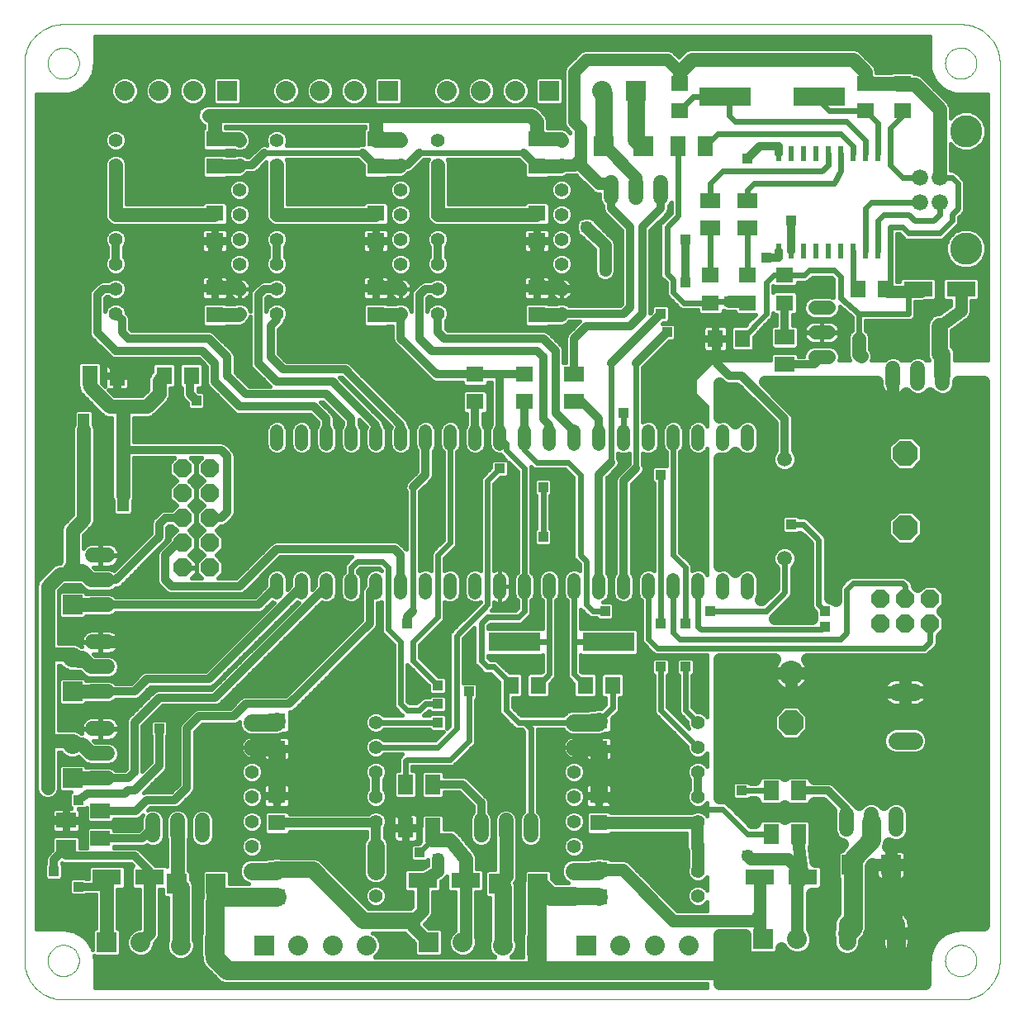
<source format=gtl>
G75*
G70*
%OFA0B0*%
%FSLAX24Y24*%
%IPPOS*%
%LPD*%
%AMOC8*
5,1,8,0,0,1.08239X$1,22.5*
%
%ADD10R,0.0236X0.0591*%
%ADD11R,0.2100X0.0760*%
%ADD12R,0.0709X0.0630*%
%ADD13C,0.0660*%
%ADD14C,0.1300*%
%ADD15R,0.0630X0.0709*%
%ADD16R,0.0630X0.0787*%
%ADD17R,0.0710X0.0630*%
%ADD18R,0.0787X0.0630*%
%ADD19C,0.0520*%
%ADD20C,0.0591*%
%ADD21C,0.1000*%
%ADD22OC8,0.1000*%
%ADD23R,0.1181X0.0630*%
%ADD24OC8,0.0740*%
%ADD25R,0.0472X0.1260*%
%ADD26C,0.0705*%
%ADD27R,0.0787X0.0787*%
%ADD28R,0.0800X0.0800*%
%ADD29C,0.0800*%
%ADD30C,0.0600*%
%ADD31C,0.0554*%
%ADD32C,0.0594*%
%ADD33C,0.0000*%
%ADD34C,0.0560*%
%ADD35C,0.0240*%
%ADD36C,0.0500*%
%ADD37C,0.0700*%
%ADD38C,0.0320*%
%ADD39C,0.0660*%
%ADD40R,0.0396X0.0396*%
%ADD41C,0.0400*%
%ADD42C,0.0160*%
%ADD43C,0.0760*%
D10*
X035066Y033632D03*
X035566Y033632D03*
X036066Y033632D03*
X036566Y033632D03*
X037066Y033632D03*
X037566Y033632D03*
X038066Y033632D03*
X038566Y033632D03*
X039066Y033632D03*
X039566Y033632D03*
X039566Y037569D03*
X039066Y037569D03*
X038566Y037569D03*
X038066Y037569D03*
X037566Y037569D03*
X037066Y037569D03*
X036566Y037569D03*
X036066Y037569D03*
X035566Y037569D03*
X035066Y037569D03*
D11*
X036716Y039851D03*
X032916Y039851D03*
X028216Y017851D03*
X024416Y017851D03*
D12*
X027816Y014652D03*
X027816Y013549D03*
X027816Y011652D03*
X027816Y010549D03*
X027816Y008652D03*
X027816Y007549D03*
X014816Y007549D03*
X014816Y008652D03*
X014816Y010549D03*
X014816Y011652D03*
X014816Y013549D03*
X014816Y014652D03*
X022816Y027549D03*
X022816Y028652D03*
X024816Y028652D03*
X024816Y027549D03*
X025316Y031049D03*
X025316Y032152D03*
X025316Y034049D03*
X025316Y035152D03*
X025316Y037049D03*
X025316Y038152D03*
X031066Y039299D03*
X031066Y040402D03*
X038566Y040402D03*
X038566Y039299D03*
X040066Y039299D03*
X040066Y040402D03*
X018816Y038152D03*
X018816Y037049D03*
X018816Y035152D03*
X018816Y034049D03*
X018816Y032152D03*
X018816Y031049D03*
X012316Y031049D03*
X012316Y032152D03*
X012316Y034049D03*
X012316Y035152D03*
X012316Y037049D03*
X012316Y038152D03*
D13*
X040786Y036593D03*
X041566Y036593D03*
X041566Y035609D03*
X040786Y035609D03*
D14*
X042636Y033731D03*
X042636Y038471D03*
D15*
X039367Y032101D03*
X038265Y032101D03*
X033617Y030101D03*
X032515Y030101D03*
X028367Y016101D03*
X027265Y016101D03*
X025367Y016101D03*
X024265Y016101D03*
X011367Y028601D03*
X010265Y028601D03*
D16*
X008367Y028601D03*
X007265Y028601D03*
X020015Y012101D03*
X021117Y012101D03*
X021117Y010351D03*
X020015Y010351D03*
X034765Y010101D03*
X035867Y010101D03*
X035867Y011851D03*
X034765Y011851D03*
X032117Y037851D03*
X031015Y037851D03*
D17*
X032316Y032660D03*
X032316Y031541D03*
X033816Y031541D03*
X033816Y032660D03*
X035316Y032660D03*
X035316Y031541D03*
D18*
X035316Y030152D03*
X035316Y029049D03*
X033816Y034549D03*
X033816Y035652D03*
X032316Y035652D03*
X032316Y034549D03*
X026816Y028652D03*
X026816Y027549D03*
X007691Y011027D03*
X007691Y009924D03*
X006316Y009549D03*
X006316Y010652D03*
D19*
X014816Y019841D02*
X014816Y020361D01*
X015816Y020361D02*
X015816Y019841D01*
X016816Y019841D02*
X016816Y020361D01*
X017816Y020361D02*
X017816Y019841D01*
X018816Y019841D02*
X018816Y020361D01*
X019816Y020361D02*
X019816Y019841D01*
X020816Y019841D02*
X020816Y020361D01*
X021816Y020361D02*
X021816Y019841D01*
X022816Y019841D02*
X022816Y020361D01*
X023816Y020361D02*
X023816Y019841D01*
X024816Y019841D02*
X024816Y020361D01*
X025816Y020361D02*
X025816Y019841D01*
X026816Y019841D02*
X026816Y020361D01*
X027816Y020361D02*
X027816Y019841D01*
X028816Y019841D02*
X028816Y020361D01*
X029816Y020361D02*
X029816Y019841D01*
X030816Y019841D02*
X030816Y020361D01*
X031816Y020361D02*
X031816Y019841D01*
X032816Y019841D02*
X032816Y020361D01*
X033816Y020361D02*
X033816Y019841D01*
X033816Y025841D02*
X033816Y026361D01*
X032816Y026361D02*
X032816Y025841D01*
X031816Y025841D02*
X031816Y026361D01*
X030816Y026361D02*
X030816Y025841D01*
X029816Y025841D02*
X029816Y026361D01*
X028816Y026361D02*
X028816Y025841D01*
X027816Y025841D02*
X027816Y026361D01*
X026816Y026361D02*
X026816Y025841D01*
X025816Y025841D02*
X025816Y026361D01*
X024816Y026361D02*
X024816Y025841D01*
X023816Y025841D02*
X023816Y026361D01*
X022816Y026361D02*
X022816Y025841D01*
X021816Y025841D02*
X021816Y026361D01*
X020816Y026361D02*
X020816Y025841D01*
X019816Y025841D02*
X019816Y026361D01*
X018816Y026361D02*
X018816Y025841D01*
X017816Y025841D02*
X017816Y026361D01*
X016816Y026361D02*
X016816Y025841D01*
X015816Y025841D02*
X015816Y026361D01*
X014816Y026361D02*
X014816Y025841D01*
D20*
X035316Y025226D03*
X035316Y021226D03*
D21*
X035566Y016601D03*
D22*
X035566Y014601D03*
X040191Y022476D03*
X040191Y025476D03*
D23*
X040700Y032101D03*
X042432Y032101D03*
X036057Y008351D03*
X034325Y008351D03*
X022432Y008226D03*
X020700Y008226D03*
X009682Y008351D03*
X007950Y008351D03*
D24*
X011016Y020851D03*
X012116Y020851D03*
X012116Y021851D03*
X012116Y022851D03*
X012116Y023851D03*
X012116Y024851D03*
X011016Y024851D03*
X011016Y023851D03*
X011016Y022851D03*
X011016Y021851D03*
X039191Y019601D03*
X040191Y019601D03*
X041191Y019601D03*
X041191Y018601D03*
X040191Y018601D03*
X039191Y018601D03*
D25*
X008603Y023762D03*
X007028Y023762D03*
X007028Y026439D03*
X008603Y026439D03*
D26*
X037831Y006453D02*
X037831Y005748D01*
X039800Y005748D02*
X039800Y006453D01*
X039838Y013866D02*
X040543Y013866D01*
X040543Y015835D02*
X039838Y015835D01*
D27*
X039603Y008851D03*
X038028Y008851D03*
X025353Y008101D03*
X023778Y008101D03*
X012353Y008101D03*
X010778Y008101D03*
X028028Y037851D03*
X029603Y037851D03*
D28*
X029316Y040101D03*
X025816Y040101D03*
X019316Y040101D03*
X012816Y040101D03*
X006566Y019351D03*
X006566Y015851D03*
X006566Y012351D03*
X007941Y005726D03*
X012316Y005601D03*
X014316Y005601D03*
X020941Y005726D03*
X025316Y005601D03*
X027316Y005601D03*
X034441Y005851D03*
D29*
X035819Y005851D03*
X031450Y005601D03*
X030072Y005601D03*
X028694Y005601D03*
X023938Y005601D03*
X022319Y005726D03*
X018450Y005601D03*
X017072Y005601D03*
X015694Y005601D03*
X010938Y005601D03*
X009319Y005726D03*
X006566Y013729D03*
X006566Y017229D03*
X006566Y020729D03*
X008682Y040101D03*
X010060Y040101D03*
X011438Y040101D03*
X015182Y040101D03*
X016560Y040101D03*
X017938Y040101D03*
X021682Y040101D03*
X023060Y040101D03*
X024438Y040101D03*
X027938Y040101D03*
D30*
X028316Y036401D02*
X028316Y035801D01*
X029316Y035801D02*
X029316Y036401D01*
X030316Y036401D02*
X030316Y035801D01*
X039691Y028901D02*
X039691Y028301D01*
X040691Y028301D02*
X040691Y028901D01*
X041691Y028901D02*
X041691Y028301D01*
X039816Y010901D02*
X039816Y010301D01*
X038816Y010301D02*
X038816Y010901D01*
X037816Y010901D02*
X037816Y010301D01*
X025066Y010051D02*
X025066Y010651D01*
X024066Y010651D02*
X024066Y010051D01*
X023066Y010051D02*
X023066Y010651D01*
X011816Y010651D02*
X011816Y010051D01*
X010816Y010051D02*
X010816Y010651D01*
X009816Y010651D02*
X009816Y010051D01*
D31*
X013816Y009601D03*
X013816Y010601D03*
X013816Y011601D03*
X013816Y012601D03*
X013816Y013601D03*
X013816Y014601D03*
X018816Y014601D03*
X018816Y013601D03*
X018816Y012601D03*
X018816Y011601D03*
X018816Y010601D03*
X018816Y009601D03*
X018816Y008601D03*
X018816Y007601D03*
X013816Y007601D03*
X013816Y008601D03*
X026816Y008601D03*
X026816Y007601D03*
X026816Y009601D03*
X026816Y010601D03*
X026816Y011601D03*
X026816Y012601D03*
X026816Y013601D03*
X026816Y014601D03*
X031816Y014601D03*
X031816Y013601D03*
X031816Y012601D03*
X031816Y011601D03*
X031816Y010601D03*
X031816Y009601D03*
X031816Y008601D03*
X031816Y007601D03*
X026316Y031101D03*
X026316Y032101D03*
X026316Y033101D03*
X026316Y034101D03*
X026316Y035101D03*
X026316Y036101D03*
X026316Y037101D03*
X026316Y038101D03*
X021316Y038101D03*
X021316Y037101D03*
X021316Y036101D03*
X021316Y035101D03*
X021316Y034101D03*
X021316Y033101D03*
X021316Y032101D03*
X021316Y031101D03*
X019816Y031101D03*
X019816Y032101D03*
X019816Y033101D03*
X019816Y034101D03*
X019816Y035101D03*
X019816Y036101D03*
X019816Y037101D03*
X019816Y038101D03*
X014816Y038101D03*
X014816Y037101D03*
X014816Y036101D03*
X014816Y035101D03*
X014816Y034101D03*
X014816Y033101D03*
X014816Y032101D03*
X014816Y031101D03*
X013316Y031101D03*
X013316Y032101D03*
X013316Y033101D03*
X013316Y034101D03*
X013316Y035101D03*
X013316Y036101D03*
X013316Y037101D03*
X013316Y038101D03*
X008316Y038101D03*
X008316Y037101D03*
X008316Y036101D03*
X008316Y035101D03*
X008316Y034101D03*
X008316Y033101D03*
X008316Y032101D03*
X008316Y031101D03*
D32*
X007988Y021351D02*
X007394Y021351D01*
X007394Y020351D02*
X007988Y020351D01*
X007988Y019351D02*
X007394Y019351D01*
X007394Y017851D02*
X007988Y017851D01*
X007988Y016851D02*
X007394Y016851D01*
X007394Y015851D02*
X007988Y015851D01*
X007988Y014351D02*
X007394Y014351D01*
X007394Y013351D02*
X007988Y013351D01*
X007988Y012351D02*
X007394Y012351D01*
D33*
X004631Y004990D02*
X004631Y041211D01*
X005576Y041211D02*
X005578Y041261D01*
X005584Y041311D01*
X005594Y041360D01*
X005608Y041408D01*
X005625Y041455D01*
X005646Y041500D01*
X005671Y041544D01*
X005699Y041585D01*
X005731Y041624D01*
X005765Y041661D01*
X005802Y041695D01*
X005842Y041725D01*
X005884Y041752D01*
X005928Y041776D01*
X005974Y041797D01*
X006021Y041813D01*
X006069Y041826D01*
X006119Y041835D01*
X006168Y041840D01*
X006219Y041841D01*
X006269Y041838D01*
X006318Y041831D01*
X006367Y041820D01*
X006415Y041805D01*
X006461Y041787D01*
X006506Y041765D01*
X006549Y041739D01*
X006590Y041710D01*
X006629Y041678D01*
X006665Y041643D01*
X006697Y041605D01*
X006727Y041565D01*
X006754Y041522D01*
X006777Y041478D01*
X006796Y041432D01*
X006812Y041384D01*
X006824Y041335D01*
X006832Y041286D01*
X006836Y041236D01*
X006836Y041186D01*
X006832Y041136D01*
X006824Y041087D01*
X006812Y041038D01*
X006796Y040990D01*
X006777Y040944D01*
X006754Y040900D01*
X006727Y040857D01*
X006697Y040817D01*
X006665Y040779D01*
X006629Y040744D01*
X006590Y040712D01*
X006549Y040683D01*
X006506Y040657D01*
X006461Y040635D01*
X006415Y040617D01*
X006367Y040602D01*
X006318Y040591D01*
X006269Y040584D01*
X006219Y040581D01*
X006168Y040582D01*
X006119Y040587D01*
X006069Y040596D01*
X006021Y040609D01*
X005974Y040625D01*
X005928Y040646D01*
X005884Y040670D01*
X005842Y040697D01*
X005802Y040727D01*
X005765Y040761D01*
X005731Y040798D01*
X005699Y040837D01*
X005671Y040878D01*
X005646Y040922D01*
X005625Y040967D01*
X005608Y041014D01*
X005594Y041062D01*
X005584Y041111D01*
X005578Y041161D01*
X005576Y041211D01*
X004631Y041211D02*
X004633Y041288D01*
X004639Y041365D01*
X004648Y041442D01*
X004661Y041518D01*
X004678Y041594D01*
X004699Y041668D01*
X004723Y041742D01*
X004751Y041814D01*
X004782Y041884D01*
X004817Y041953D01*
X004855Y042021D01*
X004896Y042086D01*
X004941Y042149D01*
X004989Y042210D01*
X005039Y042269D01*
X005092Y042325D01*
X005148Y042378D01*
X005207Y042428D01*
X005268Y042476D01*
X005331Y042521D01*
X005396Y042562D01*
X005464Y042600D01*
X005533Y042635D01*
X005603Y042666D01*
X005675Y042694D01*
X005749Y042718D01*
X005823Y042739D01*
X005899Y042756D01*
X005975Y042769D01*
X006052Y042778D01*
X006129Y042784D01*
X006206Y042786D01*
X042426Y042786D01*
X041796Y041211D02*
X041798Y041261D01*
X041804Y041311D01*
X041814Y041360D01*
X041828Y041408D01*
X041845Y041455D01*
X041866Y041500D01*
X041891Y041544D01*
X041919Y041585D01*
X041951Y041624D01*
X041985Y041661D01*
X042022Y041695D01*
X042062Y041725D01*
X042104Y041752D01*
X042148Y041776D01*
X042194Y041797D01*
X042241Y041813D01*
X042289Y041826D01*
X042339Y041835D01*
X042388Y041840D01*
X042439Y041841D01*
X042489Y041838D01*
X042538Y041831D01*
X042587Y041820D01*
X042635Y041805D01*
X042681Y041787D01*
X042726Y041765D01*
X042769Y041739D01*
X042810Y041710D01*
X042849Y041678D01*
X042885Y041643D01*
X042917Y041605D01*
X042947Y041565D01*
X042974Y041522D01*
X042997Y041478D01*
X043016Y041432D01*
X043032Y041384D01*
X043044Y041335D01*
X043052Y041286D01*
X043056Y041236D01*
X043056Y041186D01*
X043052Y041136D01*
X043044Y041087D01*
X043032Y041038D01*
X043016Y040990D01*
X042997Y040944D01*
X042974Y040900D01*
X042947Y040857D01*
X042917Y040817D01*
X042885Y040779D01*
X042849Y040744D01*
X042810Y040712D01*
X042769Y040683D01*
X042726Y040657D01*
X042681Y040635D01*
X042635Y040617D01*
X042587Y040602D01*
X042538Y040591D01*
X042489Y040584D01*
X042439Y040581D01*
X042388Y040582D01*
X042339Y040587D01*
X042289Y040596D01*
X042241Y040609D01*
X042194Y040625D01*
X042148Y040646D01*
X042104Y040670D01*
X042062Y040697D01*
X042022Y040727D01*
X041985Y040761D01*
X041951Y040798D01*
X041919Y040837D01*
X041891Y040878D01*
X041866Y040922D01*
X041845Y040967D01*
X041828Y041014D01*
X041814Y041062D01*
X041804Y041111D01*
X041798Y041161D01*
X041796Y041211D01*
X042426Y042786D02*
X042503Y042784D01*
X042580Y042778D01*
X042657Y042769D01*
X042733Y042756D01*
X042809Y042739D01*
X042883Y042718D01*
X042957Y042694D01*
X043029Y042666D01*
X043099Y042635D01*
X043168Y042600D01*
X043236Y042562D01*
X043301Y042521D01*
X043364Y042476D01*
X043425Y042428D01*
X043484Y042378D01*
X043540Y042325D01*
X043593Y042269D01*
X043643Y042210D01*
X043691Y042149D01*
X043736Y042086D01*
X043777Y042021D01*
X043815Y041953D01*
X043850Y041884D01*
X043881Y041814D01*
X043909Y041742D01*
X043933Y041668D01*
X043954Y041594D01*
X043971Y041518D01*
X043984Y041442D01*
X043993Y041365D01*
X043999Y041288D01*
X044001Y041211D01*
X044001Y004990D01*
X041796Y004990D02*
X041798Y005040D01*
X041804Y005090D01*
X041814Y005139D01*
X041828Y005187D01*
X041845Y005234D01*
X041866Y005279D01*
X041891Y005323D01*
X041919Y005364D01*
X041951Y005403D01*
X041985Y005440D01*
X042022Y005474D01*
X042062Y005504D01*
X042104Y005531D01*
X042148Y005555D01*
X042194Y005576D01*
X042241Y005592D01*
X042289Y005605D01*
X042339Y005614D01*
X042388Y005619D01*
X042439Y005620D01*
X042489Y005617D01*
X042538Y005610D01*
X042587Y005599D01*
X042635Y005584D01*
X042681Y005566D01*
X042726Y005544D01*
X042769Y005518D01*
X042810Y005489D01*
X042849Y005457D01*
X042885Y005422D01*
X042917Y005384D01*
X042947Y005344D01*
X042974Y005301D01*
X042997Y005257D01*
X043016Y005211D01*
X043032Y005163D01*
X043044Y005114D01*
X043052Y005065D01*
X043056Y005015D01*
X043056Y004965D01*
X043052Y004915D01*
X043044Y004866D01*
X043032Y004817D01*
X043016Y004769D01*
X042997Y004723D01*
X042974Y004679D01*
X042947Y004636D01*
X042917Y004596D01*
X042885Y004558D01*
X042849Y004523D01*
X042810Y004491D01*
X042769Y004462D01*
X042726Y004436D01*
X042681Y004414D01*
X042635Y004396D01*
X042587Y004381D01*
X042538Y004370D01*
X042489Y004363D01*
X042439Y004360D01*
X042388Y004361D01*
X042339Y004366D01*
X042289Y004375D01*
X042241Y004388D01*
X042194Y004404D01*
X042148Y004425D01*
X042104Y004449D01*
X042062Y004476D01*
X042022Y004506D01*
X041985Y004540D01*
X041951Y004577D01*
X041919Y004616D01*
X041891Y004657D01*
X041866Y004701D01*
X041845Y004746D01*
X041828Y004793D01*
X041814Y004841D01*
X041804Y004890D01*
X041798Y004940D01*
X041796Y004990D01*
X042426Y003415D02*
X042503Y003417D01*
X042580Y003423D01*
X042657Y003432D01*
X042733Y003445D01*
X042809Y003462D01*
X042883Y003483D01*
X042957Y003507D01*
X043029Y003535D01*
X043099Y003566D01*
X043168Y003601D01*
X043236Y003639D01*
X043301Y003680D01*
X043364Y003725D01*
X043425Y003773D01*
X043484Y003823D01*
X043540Y003876D01*
X043593Y003932D01*
X043643Y003991D01*
X043691Y004052D01*
X043736Y004115D01*
X043777Y004180D01*
X043815Y004248D01*
X043850Y004317D01*
X043881Y004387D01*
X043909Y004459D01*
X043933Y004533D01*
X043954Y004607D01*
X043971Y004683D01*
X043984Y004759D01*
X043993Y004836D01*
X043999Y004913D01*
X044001Y004990D01*
X042426Y003416D02*
X006206Y003416D01*
X005576Y004990D02*
X005578Y005040D01*
X005584Y005090D01*
X005594Y005139D01*
X005608Y005187D01*
X005625Y005234D01*
X005646Y005279D01*
X005671Y005323D01*
X005699Y005364D01*
X005731Y005403D01*
X005765Y005440D01*
X005802Y005474D01*
X005842Y005504D01*
X005884Y005531D01*
X005928Y005555D01*
X005974Y005576D01*
X006021Y005592D01*
X006069Y005605D01*
X006119Y005614D01*
X006168Y005619D01*
X006219Y005620D01*
X006269Y005617D01*
X006318Y005610D01*
X006367Y005599D01*
X006415Y005584D01*
X006461Y005566D01*
X006506Y005544D01*
X006549Y005518D01*
X006590Y005489D01*
X006629Y005457D01*
X006665Y005422D01*
X006697Y005384D01*
X006727Y005344D01*
X006754Y005301D01*
X006777Y005257D01*
X006796Y005211D01*
X006812Y005163D01*
X006824Y005114D01*
X006832Y005065D01*
X006836Y005015D01*
X006836Y004965D01*
X006832Y004915D01*
X006824Y004866D01*
X006812Y004817D01*
X006796Y004769D01*
X006777Y004723D01*
X006754Y004679D01*
X006727Y004636D01*
X006697Y004596D01*
X006665Y004558D01*
X006629Y004523D01*
X006590Y004491D01*
X006549Y004462D01*
X006506Y004436D01*
X006461Y004414D01*
X006415Y004396D01*
X006367Y004381D01*
X006318Y004370D01*
X006269Y004363D01*
X006219Y004360D01*
X006168Y004361D01*
X006119Y004366D01*
X006069Y004375D01*
X006021Y004388D01*
X005974Y004404D01*
X005928Y004425D01*
X005884Y004449D01*
X005842Y004476D01*
X005802Y004506D01*
X005765Y004540D01*
X005731Y004577D01*
X005699Y004616D01*
X005671Y004657D01*
X005646Y004701D01*
X005625Y004746D01*
X005608Y004793D01*
X005594Y004841D01*
X005584Y004890D01*
X005578Y004940D01*
X005576Y004990D01*
X004631Y004990D02*
X004633Y004913D01*
X004639Y004836D01*
X004648Y004759D01*
X004661Y004683D01*
X004678Y004607D01*
X004699Y004533D01*
X004723Y004459D01*
X004751Y004387D01*
X004782Y004317D01*
X004817Y004248D01*
X004855Y004180D01*
X004896Y004115D01*
X004941Y004052D01*
X004989Y003991D01*
X005039Y003932D01*
X005092Y003876D01*
X005148Y003823D01*
X005207Y003773D01*
X005268Y003725D01*
X005331Y003680D01*
X005396Y003639D01*
X005464Y003601D01*
X005533Y003566D01*
X005603Y003535D01*
X005675Y003507D01*
X005749Y003483D01*
X005823Y003462D01*
X005899Y003445D01*
X005975Y003432D01*
X006052Y003423D01*
X006129Y003417D01*
X006206Y003415D01*
D34*
X007941Y005726D02*
X007941Y007985D01*
X007807Y008118D01*
X010778Y008101D02*
X010816Y008013D01*
X010816Y010351D01*
X012316Y007601D02*
X013816Y007601D01*
X007691Y012351D02*
X006566Y012351D01*
X005566Y011976D02*
X005566Y013851D01*
X006444Y013851D01*
X006566Y013729D01*
X006938Y013729D01*
X007316Y013351D01*
X007691Y013351D01*
X005566Y013851D02*
X005566Y017351D01*
X006566Y017351D01*
X006816Y017101D01*
X007066Y017101D01*
X007316Y016851D01*
X007691Y016851D01*
X007066Y017101D02*
X006938Y017229D01*
X006566Y017229D01*
X005566Y017351D02*
X005566Y020101D01*
X006066Y020601D01*
X007066Y020601D01*
X007316Y020351D01*
X007691Y020351D01*
X007066Y020601D02*
X006938Y020729D01*
X006566Y020729D01*
X006566Y022351D01*
X007028Y022813D01*
X007028Y023762D01*
X007028Y026439D01*
X008066Y027351D02*
X008566Y027351D01*
X008603Y027313D01*
X008603Y026439D01*
X008603Y025851D01*
X008603Y023762D01*
X008566Y027351D02*
X009566Y027351D01*
X010066Y027851D01*
X010066Y028402D01*
X010265Y028601D01*
X008066Y027351D02*
X007265Y028152D01*
X007265Y028601D01*
X012316Y031049D02*
X013265Y031049D01*
X013316Y031101D01*
X013316Y032101D02*
X013265Y032152D01*
X012316Y032152D01*
X012316Y034049D01*
X012265Y035101D02*
X012316Y035152D01*
X012265Y035101D02*
X008316Y035101D01*
X008316Y036101D01*
X008316Y037101D01*
X012066Y039101D02*
X012316Y039101D01*
X012316Y038152D01*
X013265Y038152D01*
X013316Y038101D01*
X013316Y037101D02*
X013265Y037049D01*
X012316Y037049D01*
X012316Y039101D02*
X018816Y039101D01*
X018816Y038101D01*
X019816Y038101D01*
X019765Y038152D01*
X018816Y038152D01*
X018816Y039101D02*
X025066Y039101D01*
X025316Y038851D01*
X025316Y038152D01*
X026265Y038152D01*
X026316Y038101D01*
X026316Y037101D02*
X026265Y037049D01*
X025316Y037049D01*
X025316Y035152D02*
X025265Y035101D01*
X021316Y035101D01*
X021316Y036101D01*
X021316Y037101D01*
X019816Y037101D02*
X019765Y037049D01*
X018816Y037049D01*
X018816Y035152D02*
X018765Y035101D01*
X014816Y035101D01*
X014816Y036101D01*
X014816Y037101D01*
X018816Y034049D02*
X018816Y032152D01*
X019765Y032152D01*
X019816Y032101D01*
X019816Y031101D02*
X019765Y031049D01*
X018816Y031049D01*
X025316Y031049D02*
X026265Y031049D01*
X026316Y031101D01*
X026316Y032101D02*
X026265Y032152D01*
X025316Y032152D01*
X025316Y034049D01*
X031066Y040402D02*
X031066Y040851D01*
X031566Y041351D01*
X038066Y041351D01*
X038566Y040851D01*
X038566Y040402D01*
X040066Y040402D01*
X039867Y040351D01*
X040566Y040351D01*
X041566Y039351D01*
X041566Y036593D01*
X037096Y031351D02*
X036536Y031351D01*
X036536Y030351D02*
X037096Y030351D01*
X037096Y029351D02*
X036536Y029351D01*
X038316Y029476D02*
X038316Y030101D01*
X038316Y029476D02*
X038410Y029381D01*
X024066Y010351D02*
X024066Y008388D01*
X023778Y008101D01*
X022432Y008226D02*
X022441Y009101D01*
X021816Y009851D01*
X021066Y009851D01*
X021066Y010299D01*
X021117Y010351D01*
X007691Y015851D02*
X006566Y015851D01*
X006566Y019351D02*
X007691Y019351D01*
D35*
X014816Y011652D02*
X017765Y011652D01*
X018316Y011101D01*
X019566Y011101D01*
X020015Y012101D02*
X020015Y013049D01*
X020066Y013101D01*
X021816Y013101D01*
X022566Y013851D01*
X022566Y015851D01*
X022566Y016601D02*
X023566Y016101D01*
X023566Y014851D01*
X024316Y014101D01*
X024316Y013351D01*
X025066Y014351D02*
X025066Y010351D01*
X027816Y011851D02*
X028566Y011101D01*
X032816Y011101D01*
X033816Y010101D01*
X034765Y010101D01*
X034765Y011851D02*
X033566Y011851D01*
X031816Y013601D02*
X030316Y015101D01*
X030316Y016851D01*
X030191Y017601D02*
X040941Y017601D01*
X041191Y017851D01*
X041191Y018601D01*
X040191Y019601D02*
X040191Y020101D01*
X040066Y020226D01*
X038066Y020226D01*
X037816Y019976D01*
X037816Y018226D01*
X037566Y017976D01*
X031066Y017976D01*
X030816Y018226D01*
X030816Y020101D01*
X031316Y020851D02*
X031316Y018601D01*
X031816Y018476D02*
X031941Y018351D01*
X036441Y018351D01*
X036816Y018351D01*
X036941Y018476D01*
X036941Y019101D02*
X036691Y019351D01*
X036691Y021976D01*
X036066Y022601D01*
X035566Y022601D01*
X035316Y021226D02*
X035316Y019851D01*
X034566Y019101D01*
X032316Y019101D01*
X031816Y018476D02*
X031816Y020101D01*
X031316Y020851D02*
X030816Y021351D01*
X030816Y026101D01*
X030316Y024601D02*
X030316Y018601D01*
X029816Y017976D02*
X030191Y017601D01*
X029816Y017976D02*
X029816Y020101D01*
X028066Y019101D02*
X027566Y019101D01*
X027316Y019351D01*
X027316Y021101D01*
X027066Y021351D01*
X027066Y024601D01*
X026566Y025101D01*
X025316Y025101D01*
X024816Y025601D01*
X024816Y026101D01*
X024066Y025851D02*
X023816Y026101D01*
X024066Y025851D02*
X024066Y025601D01*
X024816Y024851D01*
X024816Y020101D01*
X024816Y019101D01*
X024566Y018851D01*
X023316Y018851D01*
X023066Y018601D01*
X023066Y017101D01*
X023316Y016851D01*
X023566Y016851D01*
X024265Y016152D01*
X024265Y016101D01*
X024066Y015902D01*
X024066Y015101D01*
X024566Y014601D01*
X024816Y014601D01*
X025066Y014351D01*
X024816Y014601D02*
X026816Y014601D01*
X027816Y014652D02*
X028367Y015203D01*
X028367Y016101D01*
X027265Y016101D02*
X026816Y016549D01*
X026816Y017851D01*
X028216Y017851D01*
X026816Y017851D02*
X026816Y020101D01*
X025816Y020101D02*
X025816Y017851D01*
X024416Y017851D01*
X025816Y017851D02*
X025816Y016549D01*
X025367Y016101D01*
X022066Y014351D02*
X022066Y018101D01*
X023316Y019351D01*
X023316Y024351D01*
X023816Y024851D01*
X025566Y024101D02*
X025566Y022101D01*
X028316Y025101D02*
X028316Y029101D01*
X029316Y029101D02*
X029316Y024851D01*
X028816Y026101D02*
X028816Y027101D01*
X031566Y029226D02*
X032566Y029226D01*
X032515Y029277D01*
X032515Y030101D01*
X033617Y030101D02*
X034066Y030549D01*
X034066Y030601D01*
X034566Y031101D01*
X034566Y032351D01*
X034876Y032660D01*
X035316Y032660D01*
X036126Y032660D01*
X036316Y032851D01*
X037316Y032851D01*
X037566Y032601D01*
X037566Y031726D01*
X038316Y031101D01*
X038316Y030101D01*
X038316Y031101D02*
X040316Y031101D01*
X040316Y032001D01*
X040700Y032101D02*
X040816Y032001D01*
X039566Y032299D02*
X039367Y032101D01*
X039566Y032299D02*
X039566Y033632D01*
X039566Y034601D01*
X040066Y034601D01*
X040316Y034351D01*
X041566Y034351D01*
X042066Y034851D01*
X042066Y035101D01*
X042316Y035351D01*
X042316Y036351D01*
X042066Y036601D01*
X041574Y036601D01*
X041566Y036593D01*
X040786Y036593D02*
X040778Y036601D01*
X040066Y036601D01*
X039566Y037101D01*
X039566Y037569D01*
X039566Y038601D01*
X040066Y039101D01*
X040066Y039299D01*
X039066Y038799D02*
X038566Y039299D01*
X037117Y039299D01*
X036816Y039601D01*
X036816Y039751D01*
X036716Y039851D01*
X037816Y038851D02*
X033316Y038851D01*
X033066Y039101D01*
X033066Y039701D01*
X032916Y039851D01*
X031617Y039851D01*
X031066Y039299D01*
X031015Y037851D02*
X031015Y035049D01*
X030566Y034601D01*
X030566Y032726D01*
X030816Y032476D01*
X030816Y031976D01*
X031251Y031541D01*
X032316Y031541D01*
X032376Y031601D01*
X033066Y031601D01*
X033816Y032660D02*
X033816Y034549D01*
X033816Y035652D02*
X033816Y036101D01*
X034066Y036351D01*
X037316Y036351D01*
X037566Y036851D01*
X037566Y037569D01*
X038066Y037569D02*
X038066Y037851D01*
X037566Y038351D01*
X032617Y038351D01*
X032117Y037851D01*
X032816Y036851D02*
X032316Y036351D01*
X032316Y035652D01*
X032316Y034549D02*
X032316Y032660D01*
X032816Y036851D02*
X036816Y036851D01*
X037066Y037101D01*
X037066Y037569D01*
X037816Y038851D02*
X038566Y038101D01*
X038566Y037569D01*
X039066Y037569D02*
X039066Y038799D01*
X038816Y035601D02*
X040778Y035601D01*
X040786Y035609D01*
X040316Y035101D02*
X040566Y034851D01*
X041316Y034851D01*
X041566Y035101D01*
X041566Y035609D01*
X040316Y035101D02*
X039316Y035101D01*
X039066Y034851D01*
X039066Y033632D01*
X038566Y033632D02*
X038566Y035351D01*
X038816Y035601D01*
X038066Y033632D02*
X038066Y032299D01*
X038265Y032101D01*
X024765Y037601D02*
X020566Y037601D01*
X018265Y037601D02*
X014316Y037601D01*
X021816Y026101D02*
X021816Y021851D01*
X021316Y021351D01*
X021316Y018851D01*
X020316Y017851D01*
X020316Y017101D01*
X021316Y016101D01*
X021316Y015351D02*
X020816Y015351D01*
X020566Y015101D01*
X020066Y015101D01*
X019816Y015351D01*
X019816Y017851D01*
X019316Y018351D01*
X019316Y020851D01*
X019066Y021101D01*
X018066Y021101D01*
X017816Y020851D01*
X017816Y020101D01*
X020316Y019101D02*
X020316Y024101D01*
X021316Y014601D02*
X018816Y014601D01*
X018816Y013601D02*
X021316Y013601D01*
X022066Y014351D01*
X021066Y009851D02*
X020566Y009351D01*
X031316Y015101D02*
X031316Y016851D01*
X031316Y015101D02*
X031816Y014601D01*
X038066Y009101D02*
X038066Y008888D01*
X038028Y008851D01*
D36*
X037305Y009072D02*
X036540Y009072D01*
X036551Y008996D02*
X036473Y009547D01*
X036512Y009641D01*
X036512Y010560D01*
X036462Y010681D01*
X036369Y010774D01*
X036248Y010824D01*
X035486Y010824D01*
X035365Y010774D01*
X035316Y010725D01*
X035266Y010774D01*
X035145Y010824D01*
X034384Y010824D01*
X034263Y010774D01*
X034170Y010681D01*
X034120Y010560D01*
X034120Y010551D01*
X034002Y010551D01*
X033197Y011356D01*
X033071Y011482D01*
X032905Y011551D01*
X032691Y011551D01*
X032691Y017151D01*
X034916Y017151D01*
X034857Y017074D01*
X034802Y016977D01*
X034759Y016874D01*
X034730Y016767D01*
X034716Y016656D01*
X034716Y016601D01*
X035566Y016601D01*
X036416Y016601D01*
X036416Y016656D01*
X036401Y016767D01*
X036372Y016874D01*
X036330Y016977D01*
X036274Y017074D01*
X036215Y017151D01*
X041030Y017151D01*
X041196Y017219D01*
X041446Y017469D01*
X041572Y017596D01*
X041641Y017761D01*
X041641Y018061D01*
X041891Y018311D01*
X041891Y018891D01*
X041681Y019101D01*
X041891Y019311D01*
X041891Y019891D01*
X041481Y020301D01*
X040901Y020301D01*
X040691Y020091D01*
X040641Y020141D01*
X040641Y020190D01*
X040572Y020356D01*
X040446Y020482D01*
X040321Y020607D01*
X040155Y020676D01*
X037976Y020676D01*
X037811Y020607D01*
X037684Y020481D01*
X037434Y020231D01*
X037366Y020065D01*
X037366Y019539D01*
X037326Y019579D01*
X037204Y019629D01*
X037141Y019629D01*
X037141Y022065D01*
X037072Y022231D01*
X036946Y022357D01*
X036321Y022982D01*
X036155Y023051D01*
X035979Y023051D01*
X035951Y023079D01*
X035829Y023129D01*
X035302Y023129D01*
X035181Y023079D01*
X035088Y022986D01*
X035038Y022864D01*
X035038Y022337D01*
X035088Y022216D01*
X035181Y022123D01*
X035302Y022073D01*
X035829Y022073D01*
X035920Y022110D01*
X036241Y021789D01*
X036241Y019261D01*
X036309Y019096D01*
X036413Y018992D01*
X036413Y018837D01*
X036428Y018801D01*
X034902Y018801D01*
X035571Y019469D01*
X035697Y019596D01*
X035766Y019761D01*
X035766Y020791D01*
X035846Y020871D01*
X035941Y021101D01*
X035941Y021350D01*
X035846Y021580D01*
X035670Y021756D01*
X035440Y021851D01*
X035191Y021851D01*
X034962Y021756D01*
X034786Y021580D01*
X034690Y021350D01*
X034690Y021101D01*
X034786Y020871D01*
X034866Y020791D01*
X034866Y020037D01*
X034379Y019551D01*
X034334Y019551D01*
X034406Y019723D01*
X034406Y020478D01*
X034316Y020695D01*
X034150Y020861D01*
X033933Y020951D01*
X033698Y020951D01*
X033482Y020861D01*
X033316Y020695D01*
X033150Y020861D01*
X032933Y020951D01*
X032698Y020951D01*
X032691Y020947D01*
X032691Y025254D01*
X032698Y025251D01*
X032933Y025251D01*
X033150Y025340D01*
X033316Y025506D01*
X033482Y025340D01*
X033698Y025251D01*
X033933Y025251D01*
X034150Y025340D01*
X034316Y025506D01*
X034406Y025723D01*
X034406Y026478D01*
X034316Y026695D01*
X034150Y026861D01*
X033933Y026951D01*
X033698Y026951D01*
X033482Y026861D01*
X033316Y026695D01*
X033150Y026861D01*
X032933Y026951D01*
X032698Y026951D01*
X032691Y026947D01*
X032691Y028283D01*
X032788Y028185D01*
X032968Y028111D01*
X033363Y028111D01*
X034826Y026648D01*
X034826Y025620D01*
X034786Y025580D01*
X034690Y025350D01*
X034690Y025101D01*
X034786Y024871D01*
X034962Y024696D01*
X035191Y024600D01*
X035440Y024600D01*
X035670Y024696D01*
X035846Y024871D01*
X035941Y025101D01*
X035941Y025350D01*
X035846Y025580D01*
X035806Y025620D01*
X035806Y026948D01*
X035731Y027128D01*
X035593Y027266D01*
X034509Y028351D01*
X039041Y028351D01*
X039041Y028258D01*
X039052Y028174D01*
X039074Y028091D01*
X039107Y028013D01*
X039149Y027939D01*
X039201Y027871D01*
X039261Y027811D01*
X039329Y027759D01*
X039403Y027716D01*
X039481Y027684D01*
X039564Y027662D01*
X039648Y027651D01*
X039691Y027651D01*
X039733Y027651D01*
X039818Y027662D01*
X039900Y027684D01*
X039979Y027716D01*
X040053Y027759D01*
X040120Y027811D01*
X040180Y027871D01*
X040202Y027899D01*
X040334Y027767D01*
X040565Y027671D01*
X040816Y027671D01*
X041048Y027767D01*
X041191Y027910D01*
X041334Y027767D01*
X041565Y027671D01*
X041816Y027671D01*
X042048Y027767D01*
X042225Y027944D01*
X042321Y028175D01*
X042321Y028351D01*
X043351Y028351D01*
X043351Y006422D01*
X042466Y006422D01*
X042458Y006424D01*
X042417Y006422D01*
X042376Y006422D01*
X042368Y006418D01*
X042271Y006411D01*
X042253Y006414D01*
X042222Y006408D01*
X042190Y006405D01*
X042174Y006397D01*
X042071Y006375D01*
X042052Y006375D01*
X042023Y006364D01*
X041991Y006357D01*
X041976Y006347D01*
X041877Y006310D01*
X041859Y006308D01*
X041831Y006293D01*
X041801Y006282D01*
X041788Y006269D01*
X041695Y006218D01*
X041677Y006214D01*
X041652Y006195D01*
X041624Y006180D01*
X041612Y006165D01*
X041528Y006102D01*
X041511Y006095D01*
X041488Y006072D01*
X041463Y006053D01*
X041454Y006038D01*
X041379Y005963D01*
X041363Y005954D01*
X041344Y005928D01*
X041321Y005905D01*
X041314Y005889D01*
X041251Y005804D01*
X041237Y005792D01*
X041222Y005764D01*
X041202Y005739D01*
X041198Y005721D01*
X041147Y005628D01*
X041135Y005615D01*
X041124Y005585D01*
X041108Y005557D01*
X041106Y005539D01*
X041069Y005440D01*
X041059Y005425D01*
X041052Y005394D01*
X041041Y005364D01*
X041042Y005346D01*
X041019Y005242D01*
X041011Y005226D01*
X041009Y005194D01*
X041002Y005163D01*
X041005Y005145D01*
X040998Y005049D01*
X040995Y005040D01*
X040995Y004999D01*
X040992Y004959D01*
X040995Y004950D01*
X040995Y004066D01*
X032691Y004066D01*
X032691Y006021D01*
X033711Y006021D01*
X033711Y005385D01*
X033761Y005264D01*
X033854Y005171D01*
X033975Y005121D01*
X034906Y005121D01*
X035028Y005171D01*
X035121Y005264D01*
X035171Y005385D01*
X035171Y005507D01*
X035200Y005437D01*
X035405Y005232D01*
X035673Y005121D01*
X035964Y005121D01*
X036232Y005232D01*
X036438Y005437D01*
X036549Y005705D01*
X036549Y005996D01*
X036438Y006264D01*
X036399Y006303D01*
X036399Y007706D01*
X036713Y007706D01*
X036834Y007756D01*
X036927Y007849D01*
X036977Y007970D01*
X036977Y008731D01*
X036927Y008853D01*
X036834Y008945D01*
X036713Y008996D01*
X036551Y008996D01*
X036977Y008574D02*
X037305Y008574D01*
X037305Y008391D02*
X037355Y008270D01*
X037356Y008269D01*
X037356Y006943D01*
X037253Y006840D01*
X037149Y006589D01*
X037149Y006308D01*
X037121Y006242D01*
X037121Y005959D01*
X037149Y005893D01*
X037149Y005612D01*
X037253Y005362D01*
X037445Y005170D01*
X037696Y005066D01*
X037967Y005066D01*
X038218Y005170D01*
X038410Y005362D01*
X038514Y005612D01*
X038514Y005779D01*
X038668Y005933D01*
X038776Y006194D01*
X038776Y008807D01*
X038859Y008890D01*
X038859Y008851D01*
X039603Y008851D01*
X039603Y009594D01*
X039478Y009594D01*
X039526Y009709D01*
X039526Y009739D01*
X039690Y009671D01*
X039941Y009671D01*
X040173Y009767D01*
X040350Y009944D01*
X040446Y010175D01*
X040446Y011026D01*
X040350Y011258D01*
X040173Y011435D01*
X039941Y011531D01*
X039690Y011531D01*
X039459Y011435D01*
X039316Y011292D01*
X039173Y011435D01*
X038941Y011531D01*
X038690Y011531D01*
X038459Y011435D01*
X038316Y011292D01*
X038233Y011375D01*
X038231Y011378D01*
X037481Y012128D01*
X037343Y012266D01*
X037163Y012341D01*
X036499Y012341D01*
X036462Y012431D01*
X036369Y012524D01*
X036248Y012574D01*
X035486Y012574D01*
X035365Y012524D01*
X035316Y012475D01*
X035266Y012524D01*
X035145Y012574D01*
X034384Y012574D01*
X034263Y012524D01*
X034170Y012431D01*
X034120Y012310D01*
X034120Y012301D01*
X033979Y012301D01*
X033951Y012329D01*
X033829Y012379D01*
X033302Y012379D01*
X033181Y012329D01*
X033088Y012236D01*
X033038Y012114D01*
X033038Y011587D01*
X033088Y011466D01*
X033181Y011373D01*
X033302Y011323D01*
X033829Y011323D01*
X033951Y011373D01*
X033979Y011401D01*
X034120Y011401D01*
X034120Y011391D01*
X034170Y011270D01*
X034263Y011177D01*
X034384Y011127D01*
X035145Y011127D01*
X035266Y011177D01*
X035316Y011226D01*
X035365Y011177D01*
X035486Y011127D01*
X036248Y011127D01*
X036369Y011177D01*
X036462Y011270D01*
X036499Y011361D01*
X036863Y011361D01*
X037189Y011034D01*
X037186Y011026D01*
X037186Y010175D01*
X037282Y009944D01*
X037459Y009767D01*
X037649Y009688D01*
X037512Y009551D01*
X037448Y009524D01*
X037355Y009431D01*
X037305Y009310D01*
X037305Y008391D01*
X037356Y008075D02*
X036977Y008075D01*
X037356Y007577D02*
X036399Y007577D01*
X036399Y007078D02*
X037356Y007078D01*
X037149Y006580D02*
X036399Y006580D01*
X036513Y006081D02*
X037121Y006081D01*
X037161Y005583D02*
X036498Y005583D01*
X035819Y005851D02*
X035819Y008112D01*
X036057Y008351D01*
X036057Y008485D01*
X035441Y009101D01*
X033941Y009101D01*
X033816Y009226D01*
X034325Y008351D02*
X034316Y006851D01*
X034316Y005976D01*
X034441Y005851D01*
X033711Y005583D02*
X032691Y005583D01*
X032691Y005084D02*
X037651Y005084D01*
X038012Y005084D02*
X039567Y005084D01*
X039574Y005082D02*
X039663Y005058D01*
X039754Y005046D01*
X039800Y005046D01*
X039846Y005046D01*
X039937Y005058D01*
X040026Y005082D01*
X040111Y005117D01*
X040191Y005163D01*
X040264Y005219D01*
X040329Y005284D01*
X040385Y005357D01*
X040431Y005437D01*
X040467Y005522D01*
X040490Y005611D01*
X040502Y005702D01*
X040502Y006101D01*
X040502Y006499D01*
X040490Y006591D01*
X040467Y006679D01*
X040431Y006765D01*
X040385Y006844D01*
X040329Y006917D01*
X040264Y006982D01*
X040191Y007039D01*
X040111Y007085D01*
X040026Y007120D01*
X039937Y007144D01*
X039846Y007156D01*
X039800Y007156D01*
X039754Y007156D01*
X039663Y007144D01*
X039574Y007120D01*
X039489Y007085D01*
X039409Y007039D01*
X039336Y006982D01*
X039271Y006917D01*
X039215Y006844D01*
X039169Y006765D01*
X039133Y006679D01*
X039110Y006591D01*
X039098Y006499D01*
X039098Y006101D01*
X039800Y006101D01*
X039800Y007156D01*
X039800Y006101D01*
X039800Y006101D01*
X040502Y006101D01*
X039800Y006101D01*
X039800Y006101D01*
X039800Y006101D01*
X039098Y006101D01*
X039098Y005702D01*
X039110Y005611D01*
X039133Y005522D01*
X039169Y005437D01*
X039215Y005357D01*
X039271Y005284D01*
X039336Y005219D01*
X039409Y005163D01*
X039489Y005117D01*
X039574Y005082D01*
X039800Y005084D02*
X039800Y005084D01*
X039800Y005046D02*
X039800Y006101D01*
X039800Y006101D01*
X039800Y005046D01*
X040033Y005084D02*
X041001Y005084D01*
X040995Y004586D02*
X032691Y004586D01*
X032691Y004087D02*
X040995Y004087D01*
X041122Y005583D02*
X040483Y005583D01*
X040502Y006081D02*
X041497Y006081D01*
X040492Y006580D02*
X043351Y006580D01*
X043351Y007078D02*
X040122Y007078D01*
X039800Y007078D02*
X039800Y007078D01*
X039478Y007078D02*
X038776Y007078D01*
X038776Y006580D02*
X039108Y006580D01*
X039098Y006081D02*
X038729Y006081D01*
X038502Y005583D02*
X039117Y005583D01*
X039800Y005583D02*
X039800Y005583D01*
X039800Y006081D02*
X039800Y006081D01*
X039800Y006580D02*
X039800Y006580D01*
X038776Y007577D02*
X043351Y007577D01*
X043351Y008075D02*
X038776Y008075D01*
X038938Y008234D02*
X038986Y008185D01*
X039044Y008147D01*
X039107Y008120D01*
X039175Y008107D01*
X039603Y008107D01*
X039603Y008851D01*
X039603Y008851D01*
X039603Y008851D01*
X039603Y009594D01*
X040031Y009594D01*
X040099Y009581D01*
X040163Y009555D01*
X040220Y009516D01*
X040269Y009467D01*
X040307Y009410D01*
X040333Y009346D01*
X040347Y009279D01*
X040347Y008851D01*
X039603Y008851D01*
X039603Y008851D01*
X038859Y008851D01*
X038859Y008422D01*
X038873Y008355D01*
X038899Y008291D01*
X038938Y008234D01*
X038859Y008574D02*
X038776Y008574D01*
X039603Y008574D02*
X039603Y008574D01*
X039603Y008851D02*
X039603Y008107D01*
X040031Y008107D01*
X040099Y008120D01*
X040163Y008147D01*
X040220Y008185D01*
X040269Y008234D01*
X040307Y008291D01*
X040333Y008355D01*
X040347Y008422D01*
X040347Y008851D01*
X039603Y008851D01*
X039603Y008851D01*
X039603Y009072D02*
X039603Y009072D01*
X040347Y009072D02*
X043351Y009072D01*
X043351Y008574D02*
X040347Y008574D01*
X040124Y009571D02*
X043351Y009571D01*
X043351Y010069D02*
X040402Y010069D01*
X040446Y010568D02*
X043351Y010568D01*
X043351Y011066D02*
X040429Y011066D01*
X039603Y009571D02*
X039603Y009571D01*
X038045Y011565D02*
X043351Y011565D01*
X043351Y012063D02*
X037546Y012063D01*
X037157Y011066D02*
X033487Y011066D01*
X033047Y011565D02*
X032691Y011565D01*
X032691Y012063D02*
X033038Y012063D01*
X032691Y012562D02*
X034353Y012562D01*
X035176Y012562D02*
X035456Y012562D01*
X036278Y012562D02*
X043351Y012562D01*
X043351Y013060D02*
X032691Y013060D01*
X032691Y013559D02*
X039227Y013559D01*
X039260Y013480D02*
X039452Y013288D01*
X039702Y013184D01*
X040679Y013184D01*
X040930Y013288D01*
X041122Y013480D01*
X041226Y013731D01*
X041226Y014002D01*
X041122Y014253D01*
X040930Y014445D01*
X040679Y014549D01*
X039702Y014549D01*
X039452Y014445D01*
X039260Y014253D01*
X039156Y014002D01*
X039156Y013731D01*
X039260Y013480D01*
X039179Y014057D02*
X036196Y014057D01*
X036396Y014257D02*
X035910Y013771D01*
X035222Y013771D01*
X034736Y014257D01*
X034736Y014944D01*
X035222Y015431D01*
X035910Y015431D01*
X036396Y014944D01*
X036396Y014257D01*
X036396Y014556D02*
X043351Y014556D01*
X043351Y015054D02*
X036286Y015054D01*
X035943Y015837D02*
X036039Y015892D01*
X036127Y015960D01*
X036206Y016039D01*
X036274Y016127D01*
X036330Y016224D01*
X036372Y016327D01*
X036401Y016434D01*
X036416Y016545D01*
X036416Y016601D01*
X035566Y016601D01*
X035566Y016601D01*
X035566Y016601D01*
X035566Y015751D01*
X035621Y015751D01*
X035732Y015765D01*
X035840Y015794D01*
X035943Y015837D01*
X036216Y016051D02*
X039169Y016051D01*
X039172Y016061D02*
X039148Y015972D01*
X039136Y015881D01*
X039136Y015835D01*
X040191Y015835D01*
X041246Y015835D01*
X041246Y015881D01*
X041234Y015972D01*
X041210Y016061D01*
X041175Y016146D01*
X041129Y016226D01*
X041073Y016299D01*
X041007Y016364D01*
X040934Y016420D01*
X040855Y016466D01*
X040770Y016502D01*
X040681Y016525D01*
X040589Y016537D01*
X040191Y016537D01*
X040191Y015835D01*
X040191Y015835D01*
X040191Y015835D01*
X041246Y015835D01*
X041246Y015789D01*
X041234Y015698D01*
X041210Y015609D01*
X041175Y015524D01*
X041129Y015444D01*
X041073Y015371D01*
X041007Y015306D01*
X040934Y015250D01*
X040855Y015204D01*
X040770Y015168D01*
X040681Y015144D01*
X040589Y015132D01*
X040191Y015132D01*
X040191Y015835D01*
X040191Y015835D01*
X040191Y016537D01*
X039792Y016537D01*
X039701Y016525D01*
X039612Y016502D01*
X039527Y016466D01*
X039447Y016420D01*
X039374Y016364D01*
X039309Y016299D01*
X039253Y016226D01*
X039207Y016146D01*
X039172Y016061D01*
X039136Y015835D02*
X039136Y015789D01*
X039148Y015698D01*
X039172Y015609D01*
X039207Y015524D01*
X039253Y015444D01*
X039309Y015371D01*
X039374Y015306D01*
X039447Y015250D01*
X039527Y015204D01*
X039612Y015168D01*
X039701Y015144D01*
X039792Y015132D01*
X040191Y015132D01*
X040191Y015835D01*
X040191Y015835D01*
X039136Y015835D01*
X039195Y015553D02*
X032691Y015553D01*
X032691Y016051D02*
X034916Y016051D01*
X034925Y016039D02*
X035004Y015960D01*
X035093Y015892D01*
X035189Y015837D01*
X035292Y015794D01*
X035400Y015765D01*
X035510Y015751D01*
X035566Y015751D01*
X035566Y016601D01*
X035566Y016601D01*
X034716Y016601D01*
X034716Y016545D01*
X034730Y016434D01*
X034759Y016327D01*
X034802Y016224D01*
X034857Y016127D01*
X034925Y016039D01*
X034716Y016550D02*
X032691Y016550D01*
X032691Y017048D02*
X034843Y017048D01*
X035566Y016550D02*
X035566Y016550D01*
X035566Y016051D02*
X035566Y016051D01*
X036416Y016550D02*
X043351Y016550D01*
X043351Y017048D02*
X036289Y017048D01*
X036363Y019042D02*
X035144Y019042D01*
X035642Y019541D02*
X036241Y019541D01*
X036241Y020039D02*
X035766Y020039D01*
X035766Y020538D02*
X036241Y020538D01*
X036241Y021036D02*
X035914Y021036D01*
X035865Y021535D02*
X036241Y021535D01*
X035997Y022033D02*
X032691Y022033D01*
X032691Y021535D02*
X034767Y021535D01*
X034717Y021036D02*
X032691Y021036D01*
X032691Y022532D02*
X035038Y022532D01*
X035132Y023030D02*
X032691Y023030D01*
X032691Y023529D02*
X043351Y023529D01*
X043351Y024027D02*
X032691Y024027D01*
X032691Y024526D02*
X043351Y024526D01*
X043351Y025024D02*
X040913Y025024D01*
X041021Y025132D02*
X040535Y024646D01*
X039847Y024646D01*
X039361Y025132D01*
X039361Y025819D01*
X039847Y026306D01*
X040535Y026306D01*
X041021Y025819D01*
X041021Y025132D01*
X041021Y025523D02*
X043351Y025523D01*
X043351Y026021D02*
X040819Y026021D01*
X039562Y026021D02*
X035806Y026021D01*
X035806Y026520D02*
X043351Y026520D01*
X043351Y027018D02*
X035777Y027018D01*
X035593Y027266D02*
X035593Y027266D01*
X035343Y027517D02*
X043351Y027517D01*
X043351Y028015D02*
X042254Y028015D01*
X039691Y028015D02*
X039691Y028015D01*
X039691Y028351D02*
X039691Y027651D01*
X039691Y028351D01*
X039691Y028351D01*
X039105Y028015D02*
X034844Y028015D01*
X033957Y027517D02*
X032691Y027517D01*
X032691Y028015D02*
X033458Y028015D01*
X032691Y027018D02*
X034455Y027018D01*
X034388Y026520D02*
X034826Y026520D01*
X034826Y026021D02*
X034406Y026021D01*
X034323Y025523D02*
X034762Y025523D01*
X034722Y025024D02*
X032691Y025024D01*
X035870Y025523D02*
X039361Y025523D01*
X039468Y025024D02*
X035909Y025024D01*
X036205Y023030D02*
X039571Y023030D01*
X039361Y022819D02*
X039847Y023306D01*
X040535Y023306D01*
X041021Y022819D01*
X041021Y022132D01*
X040535Y021646D01*
X039847Y021646D01*
X039361Y022132D01*
X039361Y022819D01*
X039361Y022532D02*
X036771Y022532D01*
X037141Y022033D02*
X039459Y022033D01*
X040922Y022033D02*
X043351Y022033D01*
X043351Y021535D02*
X037141Y021535D01*
X037141Y021036D02*
X043351Y021036D01*
X043351Y020538D02*
X040390Y020538D01*
X041742Y020039D02*
X043351Y020039D01*
X043351Y019541D02*
X041891Y019541D01*
X041739Y019042D02*
X043351Y019042D01*
X043351Y018544D02*
X041891Y018544D01*
X041641Y018045D02*
X043351Y018045D01*
X043351Y017547D02*
X041523Y017547D01*
X041213Y016051D02*
X043351Y016051D01*
X043351Y015553D02*
X041187Y015553D01*
X040191Y015553D02*
X040191Y015553D01*
X040191Y016051D02*
X040191Y016051D01*
X041203Y014057D02*
X043351Y014057D01*
X043351Y013559D02*
X041155Y013559D01*
X037186Y010568D02*
X036509Y010568D01*
X036512Y010069D02*
X037230Y010069D01*
X037532Y009571D02*
X036483Y009571D01*
X035867Y010101D02*
X035816Y010049D01*
X036057Y008351D01*
X034316Y006851D02*
X034066Y006601D01*
X030816Y006601D01*
X028765Y008652D01*
X027816Y008652D01*
X027816Y010549D02*
X031765Y010549D01*
X031765Y009652D01*
X031816Y009601D01*
X031816Y008601D01*
X031765Y010549D02*
X031816Y010601D01*
X033985Y010568D02*
X034123Y010568D01*
X034935Y014057D02*
X032691Y014057D01*
X032691Y014556D02*
X034736Y014556D01*
X034845Y015054D02*
X032691Y015054D01*
X037364Y019541D02*
X037366Y019541D01*
X037366Y020039D02*
X037141Y020039D01*
X037141Y020538D02*
X037741Y020538D01*
X037684Y020481D02*
X037684Y020481D01*
X034866Y020538D02*
X034381Y020538D01*
X034406Y020039D02*
X034866Y020039D01*
X040810Y023030D02*
X043351Y023030D01*
X043351Y022532D02*
X041021Y022532D01*
X038441Y026101D02*
X038441Y027188D01*
X041566Y030601D02*
X042432Y031217D01*
X042432Y032101D01*
X040816Y032001D02*
X040316Y032001D01*
X039467Y032001D01*
X039367Y032101D01*
X033816Y031541D02*
X033756Y031601D01*
X033066Y031601D01*
X028066Y032851D02*
X028066Y033851D01*
X027316Y034601D01*
X028316Y036101D02*
X028066Y036351D01*
X027816Y036351D01*
X027066Y037101D01*
X027066Y037351D01*
X026816Y037101D01*
X026316Y037101D01*
X027066Y037351D02*
X027066Y038601D01*
X026816Y038851D01*
X026816Y040851D01*
X027316Y041351D01*
X030566Y041351D01*
X031066Y040851D01*
X028066Y037851D02*
X029316Y036601D01*
X029316Y036101D01*
X028066Y037851D02*
X028028Y037851D01*
X011316Y017851D02*
X007691Y017851D01*
X007950Y008351D02*
X007807Y008118D01*
X009682Y008351D02*
X009682Y006089D01*
X009319Y005726D01*
X020316Y006351D02*
X020941Y005726D01*
X020316Y006351D02*
X020316Y006601D01*
X020700Y006985D01*
X020700Y008226D01*
X021316Y008592D01*
X021316Y009101D01*
X022432Y008226D02*
X022432Y005839D01*
X022319Y005726D01*
D37*
X023938Y005601D02*
X023938Y007941D01*
X023778Y008101D01*
X025316Y008063D02*
X025353Y008101D01*
X025316Y008063D02*
X025316Y005601D01*
X026816Y007601D02*
X027765Y007601D01*
X027816Y007549D01*
X027765Y008601D02*
X027816Y008652D01*
X027765Y008601D02*
X026816Y008601D01*
X027816Y011652D02*
X027816Y011851D01*
X027816Y013549D01*
X027765Y013601D01*
X026816Y013601D01*
X026816Y014601D02*
X027765Y014601D01*
X027816Y014652D01*
X018816Y009601D02*
X018816Y008601D01*
X014816Y008652D02*
X014765Y008601D01*
X013816Y008601D01*
X013816Y007601D02*
X014765Y007601D01*
X014816Y007549D01*
X012316Y007601D02*
X012316Y008063D01*
X012353Y008101D01*
X012316Y007601D02*
X012316Y007351D01*
X012316Y005601D01*
X010938Y005601D02*
X010938Y007941D01*
X010778Y008101D01*
X014816Y011652D02*
X014816Y013549D01*
X014765Y013601D01*
X013816Y013601D01*
X013816Y014601D02*
X014765Y014601D01*
X014816Y014652D01*
X028028Y037851D02*
X028028Y040010D01*
X027938Y040101D01*
X029316Y040101D02*
X029316Y038138D01*
X029603Y037851D01*
D38*
X030316Y036101D02*
X030316Y035351D01*
X029566Y034601D01*
X029566Y031101D01*
X029066Y030601D01*
X027316Y030601D01*
X026816Y030101D01*
X026816Y028652D01*
X026066Y029601D02*
X025566Y030101D01*
X021566Y030101D01*
X021316Y030351D01*
X021316Y031101D01*
X021316Y032101D02*
X020816Y032101D01*
X020566Y031851D01*
X020566Y030101D01*
X021066Y029601D01*
X025316Y029601D01*
X025566Y029351D01*
X025566Y026851D01*
X025816Y026601D01*
X025816Y026101D01*
X026816Y026101D02*
X026816Y026351D01*
X026066Y027101D01*
X026066Y029601D01*
X026316Y031101D02*
X028816Y031101D01*
X029066Y031351D01*
X029066Y034601D01*
X028316Y035351D01*
X028316Y036101D01*
X031316Y034101D02*
X031316Y032351D01*
X030316Y031101D02*
X028316Y029101D01*
X029316Y029101D02*
X030566Y030351D01*
X032515Y030101D02*
X032566Y030049D01*
X032566Y029226D01*
X032566Y029101D01*
X033066Y028601D01*
X033566Y028601D01*
X035316Y026851D01*
X035316Y025226D01*
X035316Y029049D02*
X036515Y029049D01*
X036816Y029351D01*
X035316Y030152D02*
X035316Y031541D01*
X035066Y033351D02*
X034566Y033351D01*
X035066Y033351D02*
X035066Y033632D01*
X035566Y033632D02*
X035566Y034851D01*
X035066Y037569D02*
X035066Y037851D01*
X034316Y037851D01*
X033816Y037351D01*
X028566Y031851D02*
X028066Y032101D01*
X026316Y032101D01*
X024816Y028652D02*
X023816Y028652D01*
X023816Y026101D01*
X024816Y026101D02*
X024816Y027549D01*
X023816Y028652D02*
X022816Y028652D01*
X021265Y028652D01*
X019816Y030101D01*
X019816Y031101D01*
X021316Y033101D02*
X021316Y034101D01*
X020066Y037101D02*
X019816Y037101D01*
X020066Y037101D02*
X020566Y037601D01*
X018816Y037049D02*
X018265Y037601D01*
X014816Y034101D02*
X014816Y033101D01*
X014816Y032101D02*
X014316Y032101D01*
X014066Y031851D01*
X014066Y029101D01*
X014816Y028351D01*
X017066Y028351D01*
X018816Y026601D01*
X018816Y026101D01*
X019816Y026101D02*
X019816Y026601D01*
X017566Y028851D01*
X015066Y028851D01*
X014566Y029351D01*
X014566Y030601D01*
X014816Y030851D01*
X014816Y031101D01*
X012816Y029351D02*
X012816Y028601D01*
X013566Y027851D01*
X016816Y027851D01*
X017816Y026851D01*
X017816Y026101D01*
X016816Y026101D02*
X016816Y026851D01*
X016316Y027351D01*
X013316Y027351D01*
X012316Y028351D01*
X012316Y029101D01*
X011816Y029601D01*
X008316Y029601D01*
X007566Y030351D01*
X007566Y031851D01*
X007816Y032101D01*
X008316Y032101D01*
X008316Y033101D02*
X008316Y034101D01*
X008316Y031101D02*
X008566Y030851D01*
X008566Y030351D01*
X008816Y030101D01*
X012066Y030101D01*
X012816Y029351D01*
X011367Y028601D02*
X011316Y028549D01*
X011316Y027851D01*
X011566Y027601D01*
X012566Y025601D02*
X008853Y025601D01*
X008603Y025851D01*
X010316Y022851D02*
X011016Y022851D01*
X010316Y022851D02*
X010066Y022601D01*
X010066Y022101D01*
X008316Y020351D01*
X007691Y020351D01*
X007691Y019351D02*
X014066Y019351D01*
X014816Y020101D01*
X015816Y020101D02*
X012066Y016351D01*
X009566Y016351D01*
X009066Y015851D01*
X007691Y015851D01*
X009066Y014601D02*
X010066Y015601D01*
X012316Y015601D01*
X016816Y020101D01*
X018566Y019851D02*
X018566Y018601D01*
X015316Y015351D01*
X013566Y015351D01*
X013066Y014851D01*
X011691Y014851D01*
X011191Y014351D01*
X011191Y011976D01*
X010691Y011476D01*
X009566Y011476D01*
X009117Y011027D01*
X007691Y011027D01*
X007191Y011726D02*
X006816Y011476D01*
X007191Y011726D02*
X008691Y011726D01*
X008816Y011851D01*
X009066Y011851D01*
X010066Y012851D01*
X010066Y014351D01*
X009066Y014601D02*
X009066Y012601D01*
X008816Y012351D01*
X007691Y012351D01*
X006316Y010652D02*
X005617Y010652D01*
X005566Y010601D01*
X006316Y009549D02*
X005816Y009049D01*
X005816Y008601D01*
X006316Y009226D02*
X006191Y009351D01*
X006316Y009549D01*
X006316Y009226D02*
X009066Y009226D01*
X009682Y008610D01*
X009682Y008351D01*
X009390Y009924D02*
X009816Y010351D01*
X009390Y009924D02*
X007691Y009924D01*
X007941Y008360D02*
X007950Y008351D01*
X007807Y008118D02*
X007664Y007976D01*
X006816Y007976D01*
X018816Y011601D02*
X018816Y012601D01*
X019566Y011101D02*
X020015Y010652D01*
X020015Y010799D01*
X020316Y011101D01*
X022066Y011101D01*
X022316Y012101D02*
X021117Y012101D01*
X022316Y012101D02*
X023066Y011351D01*
X023066Y010351D01*
X020015Y010351D02*
X020015Y010652D01*
X020066Y018601D02*
X020066Y018851D01*
X020316Y019101D01*
X019816Y020101D02*
X019816Y021351D01*
X019566Y021601D01*
X014816Y021601D01*
X013316Y020101D01*
X010566Y020101D01*
X010316Y020351D01*
X010316Y021351D01*
X010816Y021851D01*
X011016Y021851D01*
X012116Y022851D02*
X012566Y022851D01*
X012816Y023101D01*
X012816Y025351D01*
X012566Y025601D01*
X008367Y028601D02*
X008316Y028652D01*
X008316Y028851D01*
X007316Y029851D01*
X006566Y029851D01*
X013316Y037101D02*
X013816Y037101D01*
X014316Y037601D01*
X024765Y037601D02*
X025316Y037049D01*
X026867Y027601D02*
X026816Y027549D01*
X026867Y027601D02*
X027066Y027601D01*
X027816Y026851D01*
X027816Y026101D01*
X028316Y025101D02*
X027816Y024601D01*
X027816Y020101D01*
X028816Y020101D02*
X028816Y024351D01*
X029316Y024851D01*
X022816Y026101D02*
X022816Y027549D01*
X020816Y026101D02*
X020816Y024601D01*
X020316Y024101D01*
X018816Y020101D02*
X018566Y019851D01*
X031816Y012601D02*
X031816Y011601D01*
X035867Y011851D02*
X037066Y011851D01*
X037816Y011101D01*
X037816Y010601D01*
X041566Y030476D02*
X041566Y030601D01*
D39*
X041566Y029476D01*
X041691Y029476D01*
X041691Y028601D01*
X020316Y006601D02*
X018316Y006601D01*
X016265Y008652D01*
X014816Y008652D01*
D40*
X012566Y013601D03*
X010066Y014351D03*
X006816Y011476D03*
X005566Y010601D03*
X005816Y008601D03*
X006816Y007976D03*
X011316Y017851D03*
X020066Y018601D03*
X021316Y016101D03*
X021316Y015351D03*
X021316Y014601D03*
X022566Y015851D03*
X022566Y016601D03*
X024316Y013351D03*
X022066Y011101D03*
X021316Y009101D03*
X020566Y009351D03*
X030316Y016851D03*
X031316Y016851D03*
X031316Y018601D03*
X030316Y018601D03*
X032316Y019101D03*
X035566Y022601D03*
X036941Y019101D03*
X036941Y018476D03*
X033566Y011851D03*
X033816Y009226D03*
X028066Y019101D03*
X025566Y022101D03*
X025566Y024101D03*
X023816Y024851D03*
X028816Y027101D03*
X030316Y024601D03*
X031566Y029226D03*
X030566Y030351D03*
X030316Y031101D03*
X030066Y031851D03*
X031316Y032351D03*
X033066Y031601D03*
X034566Y033351D03*
X035566Y034851D03*
X033816Y037351D03*
X031316Y034101D03*
X028566Y031851D03*
X028066Y032851D03*
X027316Y034601D03*
X038441Y026101D03*
X041566Y030601D03*
X011566Y027601D03*
X009316Y028601D03*
X006566Y029851D03*
D41*
X008316Y028851D02*
X008816Y028851D01*
X009066Y028601D01*
X009316Y028601D01*
X014816Y010549D02*
X018765Y010549D01*
X018816Y010601D01*
X018816Y009601D01*
D42*
X019176Y009962D02*
X019176Y010342D01*
X019186Y010353D01*
X019253Y010514D01*
X019253Y010688D01*
X019186Y010848D01*
X019063Y010971D01*
X018903Y011038D01*
X018729Y011038D01*
X018568Y010971D01*
X018506Y010909D01*
X015330Y010909D01*
X015330Y010931D01*
X015236Y011024D01*
X014395Y011024D01*
X014301Y010931D01*
X014301Y010168D01*
X014395Y010075D01*
X015236Y010075D01*
X015330Y010168D01*
X015330Y010189D01*
X018456Y010189D01*
X018456Y009962D01*
X018383Y009890D01*
X018306Y009702D01*
X018306Y008499D01*
X018383Y008312D01*
X018527Y008168D01*
X018714Y008091D01*
X018917Y008091D01*
X019105Y008168D01*
X019248Y008312D01*
X019326Y008499D01*
X019326Y009702D01*
X019248Y009890D01*
X019176Y009962D01*
X019234Y009903D02*
X019528Y009903D01*
X019532Y009887D02*
X019556Y009846D01*
X019589Y009813D01*
X019630Y009789D01*
X019676Y009777D01*
X019937Y009777D01*
X019937Y010273D01*
X020092Y010273D01*
X020092Y009777D01*
X020353Y009777D01*
X020399Y009789D01*
X020440Y009813D01*
X020474Y009846D01*
X020497Y009887D01*
X020510Y009933D01*
X020510Y010273D01*
X020092Y010273D01*
X020092Y010428D01*
X020510Y010428D01*
X020510Y010768D01*
X020497Y010814D01*
X020474Y010855D01*
X020440Y010888D01*
X020399Y010912D01*
X020353Y010924D01*
X020092Y010924D01*
X020092Y010428D01*
X019937Y010428D01*
X019937Y010273D01*
X019520Y010273D01*
X019520Y009933D01*
X019532Y009887D01*
X019520Y010062D02*
X019176Y010062D01*
X019176Y010220D02*
X019520Y010220D01*
X019520Y010428D02*
X019937Y010428D01*
X019937Y010924D01*
X019676Y010924D01*
X019630Y010912D01*
X019589Y010888D01*
X019556Y010855D01*
X019532Y010814D01*
X019520Y010768D01*
X019520Y010428D01*
X019520Y010537D02*
X019253Y010537D01*
X019250Y010696D02*
X019520Y010696D01*
X019555Y010854D02*
X019180Y010854D01*
X018963Y011013D02*
X022746Y011013D01*
X022746Y010981D02*
X022676Y010911D01*
X022606Y010742D01*
X022606Y009959D01*
X022676Y009790D01*
X022805Y009661D01*
X022974Y009591D01*
X023157Y009591D01*
X023326Y009661D01*
X023456Y009790D01*
X023526Y009959D01*
X023526Y010742D01*
X023456Y010911D01*
X023386Y010981D01*
X023386Y011414D01*
X023337Y011532D01*
X022587Y012282D01*
X022497Y012372D01*
X022379Y012421D01*
X021592Y012421D01*
X021592Y012561D01*
X021498Y012654D01*
X020736Y012654D01*
X020642Y012561D01*
X020642Y011641D01*
X020736Y011547D01*
X021498Y011547D01*
X021592Y011641D01*
X021592Y011781D01*
X022183Y011781D01*
X022746Y011218D01*
X022746Y010981D01*
X022652Y010854D02*
X021548Y010854D01*
X021592Y010811D02*
X021498Y010904D01*
X020736Y010904D01*
X020642Y010811D01*
X020642Y010426D01*
X020626Y010387D01*
X020626Y009807D01*
X020528Y009709D01*
X020301Y009709D01*
X020208Y009615D01*
X020208Y009086D01*
X020301Y008993D01*
X020830Y008993D01*
X020906Y009068D01*
X020906Y008825D01*
X020696Y008701D01*
X020043Y008701D01*
X019949Y008607D01*
X019949Y007844D01*
X020043Y007751D01*
X020290Y007751D01*
X020290Y007154D01*
X020226Y007091D01*
X018519Y007091D01*
X016542Y009067D01*
X016362Y009142D01*
X014965Y009142D01*
X014917Y009162D01*
X014714Y009162D01*
X014630Y009127D01*
X014395Y009127D01*
X014379Y009111D01*
X011256Y009111D01*
X011256Y009269D02*
X013529Y009269D01*
X013568Y009230D02*
X013729Y009163D01*
X013903Y009163D01*
X014063Y009230D01*
X014186Y009353D01*
X014253Y009514D01*
X014253Y009688D01*
X014186Y009848D01*
X014063Y009971D01*
X013903Y010038D01*
X013729Y010038D01*
X013568Y009971D01*
X013445Y009848D01*
X013379Y009688D01*
X013379Y009514D01*
X013445Y009353D01*
X013568Y009230D01*
X013714Y009111D02*
X013527Y009033D01*
X013383Y008890D01*
X013306Y008702D01*
X013306Y008499D01*
X013383Y008312D01*
X013527Y008168D01*
X013690Y008101D01*
X013663Y008089D01*
X012907Y008089D01*
X012907Y008561D01*
X012813Y008654D01*
X011893Y008654D01*
X011799Y008561D01*
X011799Y007641D01*
X011806Y007634D01*
X011806Y007530D01*
X011776Y007458D01*
X011776Y006087D01*
X011756Y006067D01*
X011756Y005134D01*
X011776Y005114D01*
X011776Y004993D01*
X011858Y004795D01*
X012358Y004295D01*
X012510Y004143D01*
X012708Y004061D01*
X032191Y004061D01*
X032191Y003896D01*
X007467Y003896D01*
X007467Y004961D01*
X007469Y004963D01*
X007467Y004993D01*
X007467Y005024D01*
X007464Y005026D01*
X007456Y005138D01*
X007460Y005143D01*
X007454Y005170D01*
X007453Y005187D01*
X007474Y005166D01*
X008407Y005166D01*
X008501Y005259D01*
X008501Y006192D01*
X008407Y006286D01*
X008381Y006286D01*
X008381Y007876D01*
X008606Y007876D01*
X008700Y007969D01*
X008700Y008732D01*
X008606Y008826D01*
X007293Y008826D01*
X007199Y008732D01*
X007199Y008296D01*
X007118Y008296D01*
X007080Y008334D01*
X006551Y008334D01*
X006458Y008240D01*
X006458Y007711D01*
X006551Y007618D01*
X007080Y007618D01*
X007118Y007656D01*
X007501Y007656D01*
X007501Y006286D01*
X007474Y006286D01*
X007381Y006192D01*
X007381Y005440D01*
X007364Y005484D01*
X007366Y005490D01*
X007353Y005514D01*
X007343Y005540D01*
X007337Y005543D01*
X007282Y005644D01*
X007283Y005650D01*
X007267Y005672D01*
X007253Y005696D01*
X007247Y005698D01*
X007178Y005791D01*
X007178Y005797D01*
X007159Y005816D01*
X007142Y005838D01*
X007136Y005839D01*
X007054Y005921D01*
X007053Y005927D01*
X007031Y005944D01*
X007012Y005963D01*
X007006Y005963D01*
X006913Y006032D01*
X006911Y006038D01*
X006887Y006051D01*
X006865Y006068D01*
X006859Y006067D01*
X006758Y006122D01*
X006755Y006128D01*
X006729Y006138D01*
X006705Y006151D01*
X006699Y006149D01*
X006591Y006189D01*
X006588Y006195D01*
X006561Y006201D01*
X006535Y006210D01*
X006529Y006208D01*
X006417Y006232D01*
X006412Y006237D01*
X006385Y006239D01*
X006358Y006245D01*
X006353Y006241D01*
X006241Y006249D01*
X006239Y006252D01*
X006208Y006252D01*
X006178Y006254D01*
X006176Y006252D01*
X005111Y006252D01*
X005111Y039950D01*
X006176Y039950D01*
X006178Y039948D01*
X006208Y039950D01*
X006239Y039950D01*
X006241Y039952D01*
X006353Y039960D01*
X006358Y039957D01*
X006385Y039962D01*
X006412Y039964D01*
X006417Y039969D01*
X006529Y039994D01*
X006535Y039991D01*
X006561Y040001D01*
X006588Y040007D01*
X006591Y040012D01*
X006699Y040052D01*
X006705Y040050D01*
X006729Y040064D01*
X006755Y040073D01*
X006758Y040079D01*
X006859Y040134D01*
X006865Y040133D01*
X006887Y040150D01*
X006911Y040163D01*
X006913Y040169D01*
X007006Y040238D01*
X007012Y040238D01*
X007031Y040258D01*
X007053Y040274D01*
X007054Y040281D01*
X007136Y040362D01*
X007142Y040363D01*
X007159Y040385D01*
X007178Y040404D01*
X007178Y040411D01*
X007247Y040503D01*
X007253Y040505D01*
X007267Y040529D01*
X007283Y040551D01*
X007282Y040557D01*
X007337Y040659D01*
X007343Y040661D01*
X007353Y040687D01*
X007366Y040711D01*
X007364Y040717D01*
X007404Y040825D01*
X007410Y040829D01*
X007416Y040856D01*
X007425Y040881D01*
X007423Y040887D01*
X007447Y041000D01*
X007452Y041004D01*
X007454Y041031D01*
X007460Y041058D01*
X007456Y041064D01*
X007464Y041175D01*
X007467Y041178D01*
X007467Y041208D01*
X007469Y041238D01*
X007467Y041241D01*
X007467Y042306D01*
X041165Y042306D01*
X041165Y041241D01*
X041163Y041238D01*
X041165Y041208D01*
X041165Y041178D01*
X041167Y041175D01*
X041175Y041064D01*
X041172Y041058D01*
X041178Y041031D01*
X041179Y041004D01*
X041184Y041000D01*
X041209Y040887D01*
X041206Y040881D01*
X041216Y040856D01*
X041222Y040829D01*
X041227Y040825D01*
X041267Y040717D01*
X041266Y040711D01*
X041279Y040687D01*
X041288Y040661D01*
X041294Y040659D01*
X041349Y040557D01*
X041348Y040551D01*
X041365Y040529D01*
X041378Y040505D01*
X041384Y040503D01*
X041453Y040411D01*
X041453Y040404D01*
X041473Y040385D01*
X041489Y040363D01*
X041496Y040362D01*
X041577Y040281D01*
X041578Y040274D01*
X041600Y040258D01*
X041619Y040238D01*
X041626Y040238D01*
X041718Y040169D01*
X041720Y040163D01*
X041744Y040150D01*
X041766Y040133D01*
X041772Y040134D01*
X041874Y040079D01*
X041876Y040073D01*
X041902Y040064D01*
X041926Y040050D01*
X041932Y040052D01*
X042040Y040012D01*
X042044Y040007D01*
X042071Y040001D01*
X042096Y039991D01*
X042102Y039994D01*
X042215Y039969D01*
X042219Y039964D01*
X042246Y039962D01*
X042273Y039957D01*
X042279Y039960D01*
X042391Y039952D01*
X042393Y039950D01*
X042423Y039950D01*
X042453Y039948D01*
X042456Y039950D01*
X043521Y039950D01*
X043521Y029226D01*
X042181Y029226D01*
X042181Y029573D01*
X042106Y029753D01*
X042056Y029804D01*
X042056Y030446D01*
X042632Y030856D01*
X042664Y030869D01*
X042698Y030903D01*
X042736Y030930D01*
X042755Y030960D01*
X042779Y030985D01*
X042798Y031028D01*
X042823Y031068D01*
X042828Y031103D01*
X042842Y031135D01*
X042842Y031182D01*
X042850Y031229D01*
X042842Y031263D01*
X042842Y031626D01*
X043089Y031626D01*
X043182Y031719D01*
X043182Y032482D01*
X043089Y032576D01*
X041775Y032576D01*
X041681Y032482D01*
X041681Y031719D01*
X041775Y031626D01*
X042022Y031626D01*
X042022Y031428D01*
X041547Y031091D01*
X041468Y031091D01*
X041288Y031016D01*
X041150Y030878D01*
X041076Y030698D01*
X041076Y029378D01*
X041139Y029226D01*
X041016Y029226D01*
X040951Y029291D01*
X040782Y029361D01*
X040599Y029361D01*
X040430Y029291D01*
X040365Y029226D01*
X040016Y029226D01*
X039951Y029291D01*
X039782Y029361D01*
X039599Y029361D01*
X039430Y029291D01*
X039365Y029226D01*
X038822Y029226D01*
X038850Y029294D01*
X038850Y029469D01*
X038783Y029630D01*
X038756Y029658D01*
X038756Y030188D01*
X038689Y030350D01*
X038596Y030443D01*
X038596Y030821D01*
X040371Y030821D01*
X040474Y030863D01*
X040553Y030942D01*
X040596Y031045D01*
X040596Y031591D01*
X040897Y031591D01*
X040982Y031626D01*
X041356Y031626D01*
X041450Y031719D01*
X041450Y032482D01*
X041356Y032576D01*
X040043Y032576D01*
X039949Y032482D01*
X039949Y032411D01*
X039846Y032411D01*
X039846Y034321D01*
X039950Y034321D01*
X040078Y034192D01*
X040157Y034113D01*
X040260Y034071D01*
X041621Y034071D01*
X041724Y034113D01*
X042224Y034613D01*
X042303Y034692D01*
X042346Y034795D01*
X042346Y034985D01*
X042474Y035113D01*
X042553Y035192D01*
X042596Y035295D01*
X042596Y036406D01*
X042553Y036509D01*
X042303Y036759D01*
X042224Y036838D01*
X042121Y036881D01*
X042006Y036881D01*
X042006Y037955D01*
X042177Y037784D01*
X042475Y037661D01*
X042797Y037661D01*
X043095Y037784D01*
X043322Y038012D01*
X043446Y038310D01*
X043446Y038632D01*
X043322Y038929D01*
X043095Y039157D01*
X042797Y039281D01*
X042475Y039281D01*
X042177Y039157D01*
X042006Y038986D01*
X042006Y039438D01*
X041939Y039600D01*
X040939Y040600D01*
X040815Y040724D01*
X040653Y040791D01*
X040572Y040791D01*
X040486Y040877D01*
X039645Y040877D01*
X039610Y040842D01*
X039021Y040842D01*
X039006Y040857D01*
X039006Y040938D01*
X038939Y041100D01*
X038439Y041600D01*
X038315Y041724D01*
X038153Y041791D01*
X031478Y041791D01*
X031317Y041724D01*
X031045Y041452D01*
X030913Y041583D01*
X030798Y041698D01*
X030647Y041761D01*
X027234Y041761D01*
X027084Y041698D01*
X026584Y041198D01*
X026468Y041083D01*
X026406Y040932D01*
X026406Y038769D01*
X026468Y038618D01*
X026656Y038431D01*
X026656Y038383D01*
X026514Y038525D01*
X026352Y038592D01*
X025771Y038592D01*
X025756Y038607D01*
X025756Y038938D01*
X025689Y039100D01*
X025439Y039350D01*
X025315Y039474D01*
X025153Y039541D01*
X011978Y039541D01*
X011817Y039474D01*
X011693Y039350D01*
X011626Y039188D01*
X011626Y039013D01*
X011693Y038851D01*
X011817Y038728D01*
X011876Y038703D01*
X011876Y038607D01*
X011801Y038533D01*
X011801Y037771D01*
X011895Y037677D01*
X012736Y037677D01*
X012771Y037712D01*
X013105Y037712D01*
X013228Y037661D01*
X013403Y037661D01*
X013565Y037728D01*
X013689Y037851D01*
X013756Y038013D01*
X013756Y038188D01*
X013689Y038350D01*
X013514Y038525D01*
X013352Y038592D01*
X012771Y038592D01*
X012756Y038607D01*
X012756Y038661D01*
X018376Y038661D01*
X018376Y038607D01*
X018301Y038533D01*
X018301Y037921D01*
X018201Y037921D01*
X018104Y037881D01*
X015198Y037881D01*
X015253Y038014D01*
X015253Y038188D01*
X015186Y038348D01*
X015063Y038471D01*
X014903Y038538D01*
X014729Y038538D01*
X014568Y038471D01*
X014445Y038348D01*
X014379Y038188D01*
X014379Y038014D01*
X014425Y037902D01*
X014379Y037921D01*
X014252Y037921D01*
X014134Y037872D01*
X013683Y037421D01*
X013618Y037421D01*
X013565Y037474D01*
X013403Y037541D01*
X013228Y037541D01*
X013105Y037489D01*
X012771Y037489D01*
X012736Y037524D01*
X011895Y037524D01*
X011801Y037431D01*
X011801Y036668D01*
X011895Y036575D01*
X012736Y036575D01*
X012771Y036609D01*
X013352Y036609D01*
X013514Y036676D01*
X013618Y036781D01*
X013879Y036781D01*
X013997Y036829D01*
X014390Y037222D01*
X014376Y037188D01*
X014376Y035013D01*
X014443Y034851D01*
X014567Y034728D01*
X014728Y034661D01*
X018852Y034661D01*
X018891Y034677D01*
X019236Y034677D01*
X019330Y034771D01*
X019330Y035533D01*
X019236Y035627D01*
X018395Y035627D01*
X018309Y035541D01*
X015256Y035541D01*
X015256Y037188D01*
X015201Y037321D01*
X018092Y037321D01*
X018301Y037111D01*
X018301Y036668D01*
X018395Y036575D01*
X019236Y036575D01*
X019271Y036609D01*
X019852Y036609D01*
X020014Y036676D01*
X020118Y036781D01*
X020129Y036781D01*
X020247Y036829D01*
X020738Y037321D01*
X020931Y037321D01*
X020876Y037188D01*
X020876Y035013D01*
X020943Y034851D01*
X021067Y034728D01*
X021228Y034661D01*
X025352Y034661D01*
X025391Y034677D01*
X025736Y034677D01*
X025830Y034771D01*
X025830Y035533D01*
X025736Y035627D01*
X024895Y035627D01*
X024809Y035541D01*
X021756Y035541D01*
X021756Y037188D01*
X021701Y037321D01*
X024592Y037321D01*
X024801Y037111D01*
X024801Y036668D01*
X024895Y036575D01*
X025736Y036575D01*
X025771Y036609D01*
X026352Y036609D01*
X026514Y036676D01*
X026528Y036691D01*
X026896Y036691D01*
X027468Y036118D01*
X027584Y036003D01*
X027734Y035941D01*
X027856Y035941D01*
X027856Y035709D01*
X027926Y035540D01*
X027996Y035470D01*
X027996Y035287D01*
X028044Y035169D01*
X028134Y035079D01*
X028134Y035079D01*
X028746Y034468D01*
X028746Y031483D01*
X028683Y031421D01*
X026618Y031421D01*
X026565Y031474D01*
X026403Y031541D01*
X026228Y031541D01*
X026105Y031489D01*
X025771Y031489D01*
X025736Y031524D01*
X024895Y031524D01*
X024801Y031431D01*
X024801Y030668D01*
X024895Y030575D01*
X025736Y030575D01*
X025771Y030609D01*
X026352Y030609D01*
X026514Y030676D01*
X026618Y030781D01*
X027043Y030781D01*
X026544Y030282D01*
X026496Y030164D01*
X026496Y029127D01*
X026386Y029127D01*
X026386Y029664D01*
X026337Y029782D01*
X025837Y030282D01*
X025747Y030372D01*
X025629Y030421D01*
X021698Y030421D01*
X021636Y030483D01*
X021636Y030802D01*
X021686Y030853D01*
X021753Y031014D01*
X021753Y031188D01*
X021686Y031348D01*
X021563Y031471D01*
X021403Y031538D01*
X021229Y031538D01*
X021068Y031471D01*
X020945Y031348D01*
X020886Y031205D01*
X020886Y031718D01*
X020948Y031781D01*
X021018Y031781D01*
X021068Y031730D01*
X021229Y031663D01*
X021403Y031663D01*
X021563Y031730D01*
X021686Y031853D01*
X021753Y032014D01*
X021753Y032188D01*
X021686Y032348D01*
X021563Y032471D01*
X021403Y032538D01*
X021229Y032538D01*
X021068Y032471D01*
X021018Y032421D01*
X020752Y032421D01*
X020634Y032372D01*
X020544Y032282D01*
X020294Y032032D01*
X020246Y031914D01*
X020246Y031212D01*
X020189Y031350D01*
X020065Y031474D01*
X019903Y031541D01*
X019728Y031541D01*
X019605Y031489D01*
X019271Y031489D01*
X019236Y031524D01*
X018395Y031524D01*
X018301Y031431D01*
X018301Y030668D01*
X018395Y030575D01*
X019236Y030575D01*
X019271Y030609D01*
X019496Y030609D01*
X019496Y030037D01*
X019544Y029919D01*
X019634Y029829D01*
X021083Y028381D01*
X021201Y028332D01*
X022301Y028332D01*
X022301Y028271D01*
X022395Y028177D01*
X023236Y028177D01*
X023330Y028271D01*
X023330Y028332D01*
X023496Y028332D01*
X023496Y026635D01*
X023460Y026599D01*
X023396Y026444D01*
X023396Y025757D01*
X023460Y025603D01*
X023578Y025485D01*
X023732Y025421D01*
X023850Y025421D01*
X023907Y025363D01*
X024062Y025209D01*
X023551Y025209D01*
X023458Y025115D01*
X023458Y024889D01*
X023078Y024509D01*
X023036Y024406D01*
X023036Y020724D01*
X022899Y020781D01*
X022732Y020781D01*
X022578Y020717D01*
X022460Y020599D01*
X022396Y020444D01*
X022396Y019757D01*
X022460Y019603D01*
X022578Y019485D01*
X022732Y019421D01*
X022899Y019421D01*
X023036Y019477D01*
X023036Y019467D01*
X021828Y018259D01*
X021786Y018156D01*
X021786Y014467D01*
X021674Y014355D01*
X021674Y014865D01*
X021580Y014959D01*
X021051Y014959D01*
X020973Y014881D01*
X020742Y014881D01*
X020932Y015071D01*
X020973Y015071D01*
X021051Y014993D01*
X021580Y014993D01*
X021674Y015086D01*
X021674Y015615D01*
X021580Y015709D01*
X021051Y015709D01*
X020973Y015631D01*
X020760Y015631D01*
X020657Y015588D01*
X020578Y015509D01*
X020450Y015381D01*
X020182Y015381D01*
X020096Y015467D01*
X020096Y016925D01*
X020958Y016063D01*
X020958Y015836D01*
X021051Y015743D01*
X021580Y015743D01*
X021674Y015836D01*
X021674Y016365D01*
X021580Y016459D01*
X021354Y016459D01*
X020596Y017217D01*
X020596Y017735D01*
X021553Y018692D01*
X021596Y018795D01*
X021596Y019477D01*
X021732Y019421D01*
X021899Y019421D01*
X022054Y019485D01*
X022172Y019603D01*
X022236Y019757D01*
X022236Y020444D01*
X022172Y020599D01*
X022054Y020717D01*
X021899Y020781D01*
X021732Y020781D01*
X021596Y020724D01*
X021596Y021235D01*
X022053Y021692D01*
X022096Y021795D01*
X022096Y025527D01*
X022172Y025603D01*
X022236Y025757D01*
X022236Y026444D01*
X022172Y026599D01*
X022054Y026717D01*
X021899Y026781D01*
X021732Y026781D01*
X021578Y026717D01*
X021460Y026599D01*
X021396Y026444D01*
X021396Y025757D01*
X021460Y025603D01*
X021536Y025527D01*
X021536Y021967D01*
X021157Y021588D01*
X021078Y021509D01*
X021036Y021406D01*
X021036Y020724D01*
X020899Y020781D01*
X020732Y020781D01*
X020596Y020724D01*
X020596Y023928D01*
X020997Y024329D01*
X021087Y024419D01*
X021136Y024537D01*
X021136Y025567D01*
X021172Y025603D01*
X021236Y025757D01*
X021236Y026444D01*
X021172Y026599D01*
X021054Y026717D01*
X020899Y026781D01*
X020732Y026781D01*
X020578Y026717D01*
X020460Y026599D01*
X020396Y026444D01*
X020396Y025757D01*
X020460Y025603D01*
X020496Y025567D01*
X020496Y024733D01*
X020044Y024282D01*
X019996Y024164D01*
X019996Y024037D01*
X020036Y023940D01*
X020036Y021583D01*
X019997Y021622D01*
X019747Y021872D01*
X019629Y021921D01*
X014752Y021921D01*
X014634Y021872D01*
X014544Y021782D01*
X013183Y020421D01*
X012435Y020421D01*
X012646Y020631D01*
X012646Y021070D01*
X012365Y021351D01*
X012646Y021631D01*
X012646Y022070D01*
X012365Y022351D01*
X012545Y022531D01*
X012629Y022531D01*
X012747Y022579D01*
X012997Y022829D01*
X013087Y022919D01*
X013136Y023037D01*
X013136Y025414D01*
X013087Y025532D01*
X012837Y025782D01*
X012747Y025872D01*
X012629Y025921D01*
X009043Y025921D01*
X009043Y026911D01*
X009653Y026911D01*
X009815Y026978D01*
X010315Y027478D01*
X010439Y027601D01*
X010506Y027763D01*
X010506Y028086D01*
X010646Y028086D01*
X010740Y028180D01*
X010740Y029021D01*
X010646Y029115D01*
X009883Y029115D01*
X009790Y029021D01*
X009790Y028748D01*
X009693Y028651D01*
X009626Y028489D01*
X009626Y028033D01*
X009383Y027791D01*
X008248Y027791D01*
X008006Y028033D01*
X008028Y028027D01*
X008289Y028027D01*
X008289Y028523D01*
X007872Y028523D01*
X007872Y028183D01*
X007878Y028161D01*
X007740Y028299D01*
X007740Y029061D01*
X007646Y029154D01*
X006883Y029154D01*
X006790Y029061D01*
X006790Y028141D01*
X006825Y028106D01*
X006825Y028064D01*
X006892Y027903D01*
X007693Y027101D01*
X007817Y026978D01*
X007978Y026911D01*
X008163Y026911D01*
X008163Y023675D01*
X008207Y023569D01*
X008207Y023066D01*
X008301Y022972D01*
X008906Y022972D01*
X008999Y023066D01*
X008999Y023569D01*
X009043Y023675D01*
X009043Y025281D01*
X010696Y025281D01*
X010486Y025070D01*
X010486Y024631D01*
X010766Y024351D01*
X010486Y024070D01*
X010486Y023631D01*
X010766Y023351D01*
X010586Y023171D01*
X010252Y023171D01*
X010134Y023122D01*
X010044Y023032D01*
X009794Y022782D01*
X009746Y022664D01*
X009746Y022233D01*
X008248Y020736D01*
X008246Y020738D01*
X008078Y020808D01*
X007481Y020808D01*
X007439Y020850D01*
X007415Y020874D01*
X007672Y020874D01*
X007672Y021332D01*
X007709Y021332D01*
X007709Y020874D01*
X008025Y020874D01*
X008099Y020886D01*
X008171Y020909D01*
X008238Y020943D01*
X008298Y020987D01*
X008351Y021040D01*
X008395Y021101D01*
X008430Y021168D01*
X008453Y021239D01*
X008464Y021313D01*
X008464Y021332D01*
X007709Y021332D01*
X007709Y021369D01*
X007672Y021369D01*
X007672Y021828D01*
X007356Y021828D01*
X007282Y021816D01*
X007211Y021793D01*
X007144Y021758D01*
X007083Y021714D01*
X007030Y021661D01*
X007006Y021628D01*
X007006Y022168D01*
X007278Y022440D01*
X007401Y022564D01*
X007468Y022726D01*
X007468Y026527D01*
X007425Y026632D01*
X007425Y027135D01*
X007331Y027229D01*
X006726Y027229D01*
X006632Y027135D01*
X006632Y026632D01*
X006588Y026527D01*
X006588Y022996D01*
X006193Y022600D01*
X006126Y022438D01*
X006126Y021081D01*
X006091Y021046D01*
X006089Y021041D01*
X005978Y021041D01*
X005817Y020974D01*
X005317Y020474D01*
X005193Y020350D01*
X005126Y020188D01*
X005126Y011888D01*
X005193Y011726D01*
X005317Y011603D01*
X005478Y011536D01*
X005653Y011536D01*
X005815Y011603D01*
X005939Y011726D01*
X006006Y011888D01*
X006006Y013411D01*
X006092Y013411D01*
X006249Y013254D01*
X006454Y013169D01*
X006677Y013169D01*
X006817Y013227D01*
X006943Y013101D01*
X007067Y012978D01*
X007228Y012911D01*
X007262Y012911D01*
X007303Y012894D01*
X008078Y012894D01*
X008246Y012963D01*
X008375Y013092D01*
X008444Y013260D01*
X008444Y013442D01*
X008375Y013609D01*
X008246Y013738D01*
X008078Y013808D01*
X007481Y013808D01*
X007415Y013874D01*
X007672Y013874D01*
X007672Y014332D01*
X006917Y014332D01*
X006917Y014313D01*
X006929Y014239D01*
X006952Y014169D01*
X006918Y014169D01*
X006883Y014203D01*
X006677Y014289D01*
X006536Y014289D01*
X006531Y014291D01*
X006006Y014291D01*
X006006Y016911D01*
X006092Y016911D01*
X006249Y016754D01*
X006454Y016669D01*
X006677Y016669D01*
X006693Y016675D01*
X006728Y016661D01*
X006883Y016661D01*
X007067Y016478D01*
X007228Y016411D01*
X007262Y016411D01*
X007303Y016394D01*
X008078Y016394D01*
X008246Y016463D01*
X008375Y016592D01*
X008444Y016760D01*
X008444Y016942D01*
X008375Y017109D01*
X008246Y017238D01*
X008078Y017308D01*
X007481Y017308D01*
X007439Y017350D01*
X007415Y017374D01*
X007672Y017374D01*
X007672Y017832D01*
X006917Y017832D01*
X006917Y017813D01*
X006929Y017739D01*
X006952Y017669D01*
X006918Y017669D01*
X006883Y017703D01*
X006677Y017789D01*
X006658Y017789D01*
X006653Y017791D01*
X006006Y017791D01*
X006006Y019918D01*
X006248Y020161D01*
X006883Y020161D01*
X007067Y019978D01*
X007228Y019911D01*
X007262Y019911D01*
X007303Y019894D01*
X008078Y019894D01*
X008246Y019963D01*
X008314Y020031D01*
X008379Y020031D01*
X008497Y020079D01*
X010247Y021829D01*
X010337Y021919D01*
X010386Y022037D01*
X010386Y022468D01*
X010448Y022531D01*
X010586Y022531D01*
X010766Y022351D01*
X010486Y022070D01*
X010486Y021973D01*
X010134Y021622D01*
X010044Y021532D01*
X009996Y021414D01*
X009996Y020287D01*
X010044Y020169D01*
X010294Y019919D01*
X010384Y019829D01*
X010502Y019781D01*
X013379Y019781D01*
X013497Y019829D01*
X014948Y021281D01*
X017850Y021281D01*
X017828Y021259D01*
X017578Y021009D01*
X017536Y020906D01*
X017536Y020675D01*
X017460Y020599D01*
X017396Y020444D01*
X017396Y019757D01*
X017460Y019603D01*
X017578Y019485D01*
X017732Y019421D01*
X017899Y019421D01*
X018054Y019485D01*
X018172Y019603D01*
X018236Y019757D01*
X018236Y020444D01*
X018172Y020599D01*
X018096Y020675D01*
X018096Y020735D01*
X018182Y020821D01*
X018950Y020821D01*
X019036Y020735D01*
X019036Y020724D01*
X018899Y020781D01*
X018732Y020781D01*
X018578Y020717D01*
X018460Y020599D01*
X018396Y020444D01*
X018396Y020133D01*
X018294Y020032D01*
X018246Y019914D01*
X018246Y018733D01*
X015183Y015671D01*
X013502Y015671D01*
X013384Y015622D01*
X013294Y015532D01*
X012933Y015171D01*
X011627Y015171D01*
X011509Y015122D01*
X011419Y015032D01*
X011009Y014622D01*
X010919Y014532D01*
X010871Y014414D01*
X010871Y012108D01*
X010558Y011796D01*
X009502Y011796D01*
X009436Y011768D01*
X010337Y012669D01*
X010386Y012787D01*
X010386Y014048D01*
X010424Y014086D01*
X010424Y014615D01*
X010330Y014709D01*
X009801Y014709D01*
X009708Y014615D01*
X009708Y014086D01*
X009746Y014048D01*
X009746Y012983D01*
X009386Y012623D01*
X009386Y014468D01*
X010198Y015281D01*
X012379Y015281D01*
X012497Y015329D01*
X016630Y019463D01*
X016732Y019421D01*
X016899Y019421D01*
X017054Y019485D01*
X017172Y019603D01*
X017236Y019757D01*
X017236Y020444D01*
X017172Y020599D01*
X017054Y020717D01*
X016899Y020781D01*
X016732Y020781D01*
X016578Y020717D01*
X016460Y020599D01*
X016396Y020444D01*
X016396Y020133D01*
X016236Y019973D01*
X016236Y020444D01*
X016172Y020599D01*
X016054Y020717D01*
X015899Y020781D01*
X015732Y020781D01*
X015578Y020717D01*
X015460Y020599D01*
X015396Y020444D01*
X015396Y020133D01*
X015236Y019973D01*
X015236Y020444D01*
X015172Y020599D01*
X015054Y020717D01*
X014899Y020781D01*
X014732Y020781D01*
X014578Y020717D01*
X014460Y020599D01*
X014396Y020444D01*
X014396Y020133D01*
X013933Y019671D01*
X008314Y019671D01*
X008246Y019738D01*
X008078Y019808D01*
X007303Y019808D01*
X007262Y019791D01*
X007126Y019791D01*
X007126Y019817D01*
X007032Y019911D01*
X006099Y019911D01*
X006006Y019817D01*
X006006Y018884D01*
X006099Y018791D01*
X007032Y018791D01*
X007126Y018884D01*
X007126Y018911D01*
X007262Y018911D01*
X007303Y018894D01*
X008078Y018894D01*
X008246Y018963D01*
X008314Y019031D01*
X014129Y019031D01*
X014247Y019079D01*
X014630Y019463D01*
X014698Y019435D01*
X011933Y016671D01*
X009502Y016671D01*
X009384Y016622D01*
X009294Y016532D01*
X008933Y016171D01*
X008314Y016171D01*
X008246Y016238D01*
X008078Y016308D01*
X007303Y016308D01*
X007262Y016291D01*
X007126Y016291D01*
X007126Y016317D01*
X007032Y016411D01*
X006099Y016411D01*
X006006Y016317D01*
X006006Y015384D01*
X006099Y015291D01*
X007032Y015291D01*
X007126Y015384D01*
X007126Y015411D01*
X007262Y015411D01*
X007303Y015394D01*
X008078Y015394D01*
X008246Y015463D01*
X008314Y015531D01*
X009129Y015531D01*
X009247Y015579D01*
X009698Y016031D01*
X012129Y016031D01*
X012247Y016079D01*
X015630Y019463D01*
X015698Y019435D01*
X012183Y015921D01*
X010002Y015921D01*
X009884Y015872D01*
X009794Y015782D01*
X008794Y014782D01*
X008746Y014664D01*
X008746Y012733D01*
X008683Y012671D01*
X008314Y012671D01*
X008246Y012738D01*
X008078Y012808D01*
X007303Y012808D01*
X007262Y012791D01*
X007126Y012791D01*
X007126Y012817D01*
X007032Y012911D01*
X006099Y012911D01*
X006006Y012817D01*
X006006Y011884D01*
X006099Y011791D01*
X006508Y011791D01*
X006458Y011740D01*
X006458Y011211D01*
X006522Y011147D01*
X006393Y011147D01*
X006393Y010729D01*
X006889Y010729D01*
X006889Y010990D01*
X006877Y011036D01*
X006853Y011077D01*
X006820Y011111D01*
X006808Y011118D01*
X007080Y011118D01*
X007137Y011174D01*
X007137Y010646D01*
X007231Y010552D01*
X008151Y010552D01*
X008244Y010646D01*
X008244Y010707D01*
X009181Y010707D01*
X009298Y010756D01*
X009406Y010863D01*
X009356Y010742D01*
X009356Y010343D01*
X009257Y010244D01*
X008244Y010244D01*
X008244Y010306D01*
X008151Y010399D01*
X007231Y010399D01*
X007137Y010306D01*
X007137Y009546D01*
X006869Y009546D01*
X006869Y009931D01*
X006776Y010024D01*
X005856Y010024D01*
X005762Y009931D01*
X005762Y009448D01*
X005544Y009231D01*
X005496Y009113D01*
X005496Y008903D01*
X005458Y008865D01*
X005458Y008336D01*
X005551Y008243D01*
X006080Y008243D01*
X006174Y008336D01*
X006174Y008865D01*
X006136Y008903D01*
X006136Y008917D01*
X006162Y008943D01*
X006252Y008906D01*
X008933Y008906D01*
X009019Y008820D01*
X008931Y008732D01*
X008931Y007969D01*
X009025Y007876D01*
X009272Y007876D01*
X009272Y006286D01*
X009207Y006286D01*
X009001Y006200D01*
X008844Y006043D01*
X008759Y005837D01*
X008759Y005614D01*
X008844Y005408D01*
X009001Y005251D01*
X009207Y005166D01*
X009430Y005166D01*
X009636Y005251D01*
X009793Y005408D01*
X009879Y005614D01*
X009879Y005706D01*
X010029Y005857D01*
X010092Y006007D01*
X010092Y007876D01*
X010225Y007876D01*
X010225Y007641D01*
X010318Y007547D01*
X010428Y007547D01*
X010428Y005833D01*
X010378Y005712D01*
X010378Y005489D01*
X010463Y005283D01*
X010621Y005126D01*
X010826Y005041D01*
X011049Y005041D01*
X011255Y005126D01*
X011413Y005283D01*
X011498Y005489D01*
X011498Y005712D01*
X011448Y005833D01*
X011448Y008043D01*
X011370Y008230D01*
X011332Y008268D01*
X011332Y008561D01*
X011256Y008637D01*
X011256Y009911D01*
X011276Y009959D01*
X011276Y010742D01*
X011206Y010911D01*
X011076Y011041D01*
X010907Y011111D01*
X010724Y011111D01*
X010555Y011041D01*
X010426Y010911D01*
X010356Y010742D01*
X010356Y009959D01*
X010376Y009911D01*
X010376Y008789D01*
X010339Y008826D01*
X009918Y008826D01*
X009337Y009407D01*
X009247Y009497D01*
X009129Y009546D01*
X008244Y009546D01*
X008244Y009604D01*
X009453Y009604D01*
X009571Y009653D01*
X009572Y009654D01*
X009724Y009591D01*
X009907Y009591D01*
X010076Y009661D01*
X010206Y009790D01*
X010276Y009959D01*
X010276Y010742D01*
X010206Y010911D01*
X010076Y011041D01*
X009907Y011111D01*
X009724Y011111D01*
X009603Y011060D01*
X009698Y011156D01*
X010754Y011156D01*
X010872Y011204D01*
X011372Y011704D01*
X011462Y011794D01*
X011511Y011912D01*
X011511Y014218D01*
X011823Y014531D01*
X013129Y014531D01*
X013247Y014579D01*
X013306Y014638D01*
X013306Y014499D01*
X013383Y014312D01*
X013527Y014168D01*
X013714Y014091D01*
X014866Y014091D01*
X015053Y014168D01*
X015062Y014177D01*
X015236Y014177D01*
X015330Y014271D01*
X015330Y015031D01*
X015379Y015031D01*
X015497Y015079D01*
X018747Y018329D01*
X018837Y018419D01*
X018886Y018537D01*
X018886Y019421D01*
X018899Y019421D01*
X019036Y019477D01*
X019036Y018295D01*
X019078Y018192D01*
X019536Y017735D01*
X019536Y015295D01*
X019578Y015192D01*
X019828Y014942D01*
X019890Y014881D01*
X019154Y014881D01*
X019063Y014971D01*
X018903Y015038D01*
X018729Y015038D01*
X018568Y014971D01*
X018445Y014848D01*
X018379Y014688D01*
X018379Y014514D01*
X018445Y014353D01*
X018568Y014230D01*
X018729Y014163D01*
X018903Y014163D01*
X019063Y014230D01*
X019154Y014321D01*
X020973Y014321D01*
X021051Y014243D01*
X021562Y014243D01*
X021200Y013881D01*
X019154Y013881D01*
X019063Y013971D01*
X018903Y014038D01*
X018729Y014038D01*
X018568Y013971D01*
X018445Y013848D01*
X018379Y013688D01*
X018379Y013514D01*
X018445Y013353D01*
X018568Y013230D01*
X018729Y013163D01*
X018903Y013163D01*
X019063Y013230D01*
X019154Y013321D01*
X019890Y013321D01*
X019828Y013259D01*
X019777Y013208D01*
X019735Y013105D01*
X019735Y012654D01*
X019633Y012654D01*
X019540Y012561D01*
X019540Y011641D01*
X019633Y011547D01*
X020396Y011547D01*
X020490Y011641D01*
X020490Y012561D01*
X020396Y012654D01*
X020295Y012654D01*
X020295Y012821D01*
X021871Y012821D01*
X021974Y012863D01*
X022724Y013613D01*
X022803Y013692D01*
X022846Y013795D01*
X022846Y015508D01*
X022924Y015586D01*
X022924Y016115D01*
X022830Y016209D01*
X022346Y016209D01*
X022346Y017985D01*
X022786Y018425D01*
X022786Y017045D01*
X022828Y016942D01*
X022907Y016863D01*
X023157Y016613D01*
X023260Y016571D01*
X023450Y016571D01*
X023790Y016231D01*
X023790Y015967D01*
X023786Y015958D01*
X023786Y015045D01*
X023828Y014942D01*
X023907Y014863D01*
X024328Y014442D01*
X024407Y014363D01*
X024510Y014321D01*
X024700Y014321D01*
X024786Y014235D01*
X024786Y011021D01*
X024676Y010911D01*
X024606Y010742D01*
X024606Y009959D01*
X024676Y009790D01*
X024805Y009661D01*
X024974Y009591D01*
X025157Y009591D01*
X025326Y009661D01*
X025456Y009790D01*
X025526Y009959D01*
X025526Y010742D01*
X025456Y010911D01*
X025346Y011021D01*
X025346Y014321D01*
X026380Y014321D01*
X026383Y014312D01*
X026527Y014168D01*
X026714Y014091D01*
X027866Y014091D01*
X028053Y014168D01*
X028062Y014177D01*
X028236Y014177D01*
X028330Y014271D01*
X028330Y014770D01*
X028604Y015044D01*
X028647Y015147D01*
X028647Y015586D01*
X028748Y015586D01*
X028842Y015680D01*
X028842Y016521D01*
X028748Y016615D01*
X027986Y016615D01*
X027892Y016521D01*
X027892Y015680D01*
X027986Y015586D01*
X028087Y015586D01*
X028087Y015319D01*
X027926Y015158D01*
X027917Y015162D01*
X027714Y015162D01*
X027630Y015127D01*
X027395Y015127D01*
X027379Y015111D01*
X026714Y015111D01*
X026527Y015033D01*
X026383Y014890D01*
X026380Y014881D01*
X024682Y014881D01*
X024346Y015217D01*
X024346Y015586D01*
X024646Y015586D01*
X024740Y015680D01*
X024740Y016521D01*
X024646Y016615D01*
X024197Y016615D01*
X023803Y017009D01*
X023724Y017088D01*
X023621Y017131D01*
X023432Y017131D01*
X023346Y017217D01*
X023346Y017311D01*
X025532Y017311D01*
X025536Y017314D01*
X025536Y016665D01*
X025485Y016615D01*
X024986Y016615D01*
X024892Y016521D01*
X024892Y015680D01*
X024986Y015586D01*
X025748Y015586D01*
X025842Y015680D01*
X025842Y016180D01*
X026053Y016391D01*
X026096Y016494D01*
X026096Y019527D01*
X026172Y019603D01*
X026236Y019757D01*
X026236Y020444D01*
X026172Y020599D01*
X026054Y020717D01*
X025899Y020781D01*
X025732Y020781D01*
X025578Y020717D01*
X025460Y020599D01*
X025396Y020444D01*
X025396Y019757D01*
X025460Y019603D01*
X025536Y019527D01*
X025536Y018387D01*
X025532Y018391D01*
X023346Y018391D01*
X023346Y018485D01*
X023432Y018571D01*
X024621Y018571D01*
X024724Y018613D01*
X024974Y018863D01*
X025053Y018942D01*
X025096Y019045D01*
X025096Y019527D01*
X025172Y019603D01*
X025236Y019757D01*
X025236Y020444D01*
X025172Y020599D01*
X025096Y020675D01*
X025096Y024906D01*
X025083Y024938D01*
X025157Y024863D01*
X025260Y024821D01*
X026450Y024821D01*
X026786Y024485D01*
X026786Y021295D01*
X026828Y021192D01*
X027036Y020985D01*
X027036Y020724D01*
X026899Y020781D01*
X026732Y020781D01*
X026578Y020717D01*
X026460Y020599D01*
X026396Y020444D01*
X026396Y019757D01*
X026460Y019603D01*
X026536Y019527D01*
X026536Y016494D01*
X026578Y016391D01*
X026790Y016180D01*
X026790Y015680D01*
X026883Y015586D01*
X027646Y015586D01*
X027740Y015680D01*
X027740Y016521D01*
X027646Y016615D01*
X027146Y016615D01*
X027096Y016665D01*
X027096Y017314D01*
X027099Y017311D01*
X029332Y017311D01*
X029426Y017404D01*
X029426Y018297D01*
X029332Y018391D01*
X027099Y018391D01*
X027096Y018387D01*
X027096Y019175D01*
X027328Y018942D01*
X027407Y018863D01*
X027510Y018821D01*
X027723Y018821D01*
X027801Y018743D01*
X028330Y018743D01*
X028424Y018836D01*
X028424Y019365D01*
X028330Y019459D01*
X027991Y019459D01*
X028054Y019485D01*
X028172Y019603D01*
X028236Y019757D01*
X028236Y020444D01*
X028172Y020599D01*
X028136Y020635D01*
X028136Y024468D01*
X028587Y024919D01*
X028636Y025037D01*
X028636Y025164D01*
X028596Y025261D01*
X028596Y025477D01*
X028732Y025421D01*
X028899Y025421D01*
X029036Y025477D01*
X029036Y025023D01*
X028544Y024532D01*
X028496Y024414D01*
X028496Y020635D01*
X028460Y020599D01*
X028396Y020444D01*
X028396Y019757D01*
X028460Y019603D01*
X028578Y019485D01*
X028732Y019421D01*
X028899Y019421D01*
X029054Y019485D01*
X029172Y019603D01*
X029236Y019757D01*
X029236Y020444D01*
X029172Y020599D01*
X029136Y020635D01*
X029136Y024218D01*
X029587Y024669D01*
X029636Y024787D01*
X029636Y024914D01*
X029596Y025011D01*
X029596Y025477D01*
X029732Y025421D01*
X029899Y025421D01*
X030054Y025485D01*
X030172Y025603D01*
X030236Y025757D01*
X030236Y026444D01*
X030172Y026599D01*
X030054Y026717D01*
X029899Y026781D01*
X029732Y026781D01*
X029596Y026724D01*
X029596Y028928D01*
X030660Y029993D01*
X030830Y029993D01*
X030924Y030086D01*
X030924Y030615D01*
X030830Y030709D01*
X030376Y030709D01*
X030410Y030743D01*
X030580Y030743D01*
X030674Y030836D01*
X030674Y031365D01*
X030580Y031459D01*
X030051Y031459D01*
X029958Y031365D01*
X029958Y031195D01*
X029886Y031123D01*
X029886Y034468D01*
X030497Y035079D01*
X030587Y035169D01*
X030636Y035287D01*
X030636Y035470D01*
X030706Y035540D01*
X030735Y035610D01*
X030735Y035165D01*
X030407Y034838D01*
X030328Y034759D01*
X030286Y034656D01*
X030286Y032670D01*
X030328Y032567D01*
X030536Y032360D01*
X030536Y031920D01*
X030578Y031817D01*
X030657Y031738D01*
X031092Y031303D01*
X031195Y031261D01*
X031801Y031261D01*
X031801Y031160D01*
X031895Y031066D01*
X032737Y031066D01*
X032831Y031160D01*
X032831Y031243D01*
X032859Y031243D01*
X032984Y031191D01*
X033301Y031191D01*
X033301Y031160D01*
X033395Y031066D01*
X034135Y031066D01*
X033828Y030759D01*
X033792Y030672D01*
X033735Y030615D01*
X033236Y030615D01*
X033142Y030521D01*
X033142Y029680D01*
X033236Y029586D01*
X033998Y029586D01*
X034092Y029680D01*
X034092Y030180D01*
X034303Y030391D01*
X034339Y030478D01*
X034803Y030942D01*
X034846Y031045D01*
X034846Y031115D01*
X034895Y031066D01*
X034996Y031066D01*
X034996Y030627D01*
X034856Y030627D01*
X034762Y030533D01*
X034762Y029771D01*
X034856Y029677D01*
X035776Y029677D01*
X035869Y029771D01*
X035869Y030533D01*
X035776Y030627D01*
X035636Y030627D01*
X035636Y031066D01*
X035737Y031066D01*
X035831Y031160D01*
X035831Y031922D01*
X035737Y032016D01*
X034895Y032016D01*
X034846Y031967D01*
X034846Y032234D01*
X034895Y032186D01*
X035737Y032186D01*
X035831Y032279D01*
X035831Y032380D01*
X036181Y032380D01*
X036284Y032423D01*
X036432Y032571D01*
X037200Y032571D01*
X037286Y032485D01*
X037286Y031768D01*
X037282Y031756D01*
X037282Y031750D01*
X037183Y031791D01*
X036448Y031791D01*
X036287Y031724D01*
X036163Y031600D01*
X036096Y031438D01*
X036096Y031263D01*
X036163Y031101D01*
X036287Y030978D01*
X036448Y030911D01*
X037183Y030911D01*
X037345Y030978D01*
X037469Y031101D01*
X037536Y031263D01*
X037536Y031386D01*
X038036Y030970D01*
X038036Y030443D01*
X037943Y030350D01*
X037876Y030188D01*
X037876Y029388D01*
X037943Y029226D01*
X037943Y029226D01*
X037520Y029226D01*
X037536Y029263D01*
X037536Y029438D01*
X037469Y029600D01*
X037345Y029724D01*
X037183Y029791D01*
X036448Y029791D01*
X036287Y029724D01*
X036163Y029600D01*
X036096Y029438D01*
X036096Y029369D01*
X035869Y029369D01*
X035869Y029431D01*
X035776Y029524D01*
X034856Y029524D01*
X034762Y029431D01*
X034762Y029226D01*
X032441Y029226D01*
X031691Y028476D01*
X031691Y027851D01*
X032191Y027351D01*
X032191Y026553D01*
X032172Y026599D01*
X032054Y026717D01*
X031899Y026781D01*
X031732Y026781D01*
X031578Y026717D01*
X031460Y026599D01*
X031396Y026444D01*
X031396Y025757D01*
X031460Y025603D01*
X031578Y025485D01*
X031732Y025421D01*
X031899Y025421D01*
X032054Y025485D01*
X032172Y025603D01*
X032191Y025648D01*
X032191Y020553D01*
X032172Y020599D01*
X032054Y020717D01*
X031899Y020781D01*
X031732Y020781D01*
X031596Y020724D01*
X031596Y020906D01*
X031553Y021009D01*
X031474Y021088D01*
X031096Y021467D01*
X031096Y025527D01*
X031172Y025603D01*
X031236Y025757D01*
X031236Y026444D01*
X031172Y026599D01*
X031054Y026717D01*
X030899Y026781D01*
X030732Y026781D01*
X030578Y026717D01*
X030460Y026599D01*
X030396Y026444D01*
X030396Y025757D01*
X030460Y025603D01*
X030536Y025527D01*
X030536Y024959D01*
X030051Y024959D01*
X029958Y024865D01*
X029958Y024336D01*
X030036Y024258D01*
X030036Y020724D01*
X029899Y020781D01*
X029732Y020781D01*
X029578Y020717D01*
X029460Y020599D01*
X029396Y020444D01*
X029396Y019757D01*
X029460Y019603D01*
X029536Y019527D01*
X029536Y017920D01*
X029578Y017817D01*
X029953Y017442D01*
X030032Y017363D01*
X030135Y017321D01*
X032191Y017321D01*
X032191Y014838D01*
X032186Y014848D01*
X032063Y014971D01*
X031903Y015038D01*
X031775Y015038D01*
X031596Y015217D01*
X031596Y016508D01*
X031674Y016586D01*
X031674Y017115D01*
X031580Y017209D01*
X031051Y017209D01*
X030958Y017115D01*
X030958Y016586D01*
X031036Y016508D01*
X031036Y015045D01*
X031078Y014942D01*
X031157Y014863D01*
X031379Y014642D01*
X031379Y014514D01*
X031435Y014377D01*
X030596Y015217D01*
X030596Y016508D01*
X030674Y016586D01*
X030674Y017115D01*
X030580Y017209D01*
X030051Y017209D01*
X029958Y017115D01*
X029958Y016586D01*
X030036Y016508D01*
X030036Y015045D01*
X030078Y014942D01*
X031379Y013642D01*
X031379Y013514D01*
X031445Y013353D01*
X031568Y013230D01*
X031729Y013163D01*
X031903Y013163D01*
X032063Y013230D01*
X032186Y013353D01*
X032191Y013364D01*
X032191Y012838D01*
X032186Y012848D01*
X032063Y012971D01*
X031903Y013038D01*
X031729Y013038D01*
X031568Y012971D01*
X031445Y012848D01*
X031379Y012688D01*
X031379Y012514D01*
X031445Y012353D01*
X031496Y012302D01*
X031496Y011899D01*
X031445Y011848D01*
X031379Y011688D01*
X031379Y011514D01*
X031445Y011353D01*
X031568Y011230D01*
X031729Y011163D01*
X031903Y011163D01*
X032063Y011230D01*
X032186Y011353D01*
X032191Y011364D01*
X032191Y010838D01*
X032186Y010848D01*
X032063Y010971D01*
X031903Y011038D01*
X031729Y011038D01*
X031568Y010971D01*
X031556Y010959D01*
X028301Y010959D01*
X028236Y011024D01*
X027395Y011024D01*
X027301Y010931D01*
X027301Y010168D01*
X027395Y010075D01*
X028236Y010075D01*
X028301Y010139D01*
X031355Y010139D01*
X031355Y009570D01*
X031406Y009447D01*
X031406Y008753D01*
X031379Y008688D01*
X031379Y008514D01*
X031445Y008353D01*
X031568Y008230D01*
X031729Y008163D01*
X031903Y008163D01*
X032063Y008230D01*
X032186Y008353D01*
X032191Y008364D01*
X032191Y007838D01*
X032186Y007848D01*
X032063Y007971D01*
X031903Y008038D01*
X031729Y008038D01*
X031568Y007971D01*
X031445Y007848D01*
X031379Y007688D01*
X031379Y007514D01*
X031445Y007353D01*
X031568Y007230D01*
X031729Y007163D01*
X031903Y007163D01*
X032063Y007230D01*
X032186Y007353D01*
X032191Y007364D01*
X032191Y007011D01*
X030986Y007011D01*
X028997Y008999D01*
X028846Y009062D01*
X028301Y009062D01*
X028236Y009127D01*
X028002Y009127D01*
X027917Y009162D01*
X027714Y009162D01*
X027630Y009127D01*
X027395Y009127D01*
X027379Y009111D01*
X024506Y009111D01*
X024506Y009269D02*
X026529Y009269D01*
X026568Y009230D02*
X026729Y009163D01*
X026903Y009163D01*
X027063Y009230D01*
X027186Y009353D01*
X027253Y009514D01*
X027253Y009688D01*
X027186Y009848D01*
X027063Y009971D01*
X026903Y010038D01*
X026729Y010038D01*
X026568Y009971D01*
X026445Y009848D01*
X026379Y009688D01*
X026379Y009514D01*
X026445Y009353D01*
X026568Y009230D01*
X026714Y009111D02*
X026527Y009033D01*
X026383Y008890D01*
X026306Y008702D01*
X026306Y008499D01*
X026383Y008312D01*
X026527Y008168D01*
X026594Y008141D01*
X026077Y008141D01*
X025907Y008311D01*
X025907Y008561D01*
X025813Y008654D01*
X024893Y008654D01*
X024799Y008561D01*
X024799Y008228D01*
X024776Y008171D01*
X024776Y006087D01*
X024756Y006067D01*
X024756Y005141D01*
X024270Y005141D01*
X024413Y005283D01*
X024498Y005489D01*
X024498Y005712D01*
X024448Y005833D01*
X024448Y008043D01*
X024417Y008117D01*
X024439Y008139D01*
X024506Y008301D01*
X024506Y009911D01*
X024526Y009959D01*
X024526Y010742D01*
X024456Y010911D01*
X024326Y011041D01*
X024157Y011111D01*
X023974Y011111D01*
X023805Y011041D01*
X023676Y010911D01*
X023606Y010742D01*
X023606Y009959D01*
X023626Y009911D01*
X023626Y008654D01*
X023318Y008654D01*
X023225Y008561D01*
X023225Y007641D01*
X023318Y007547D01*
X023428Y007547D01*
X023428Y005833D01*
X023378Y005712D01*
X023378Y005489D01*
X023463Y005283D01*
X023606Y005141D01*
X018782Y005141D01*
X018924Y005283D01*
X019010Y005489D01*
X019010Y005712D01*
X018924Y005918D01*
X018767Y006075D01*
X018682Y006111D01*
X019976Y006111D01*
X020381Y005706D01*
X020381Y005259D01*
X020474Y005166D01*
X021407Y005166D01*
X021501Y005259D01*
X021501Y006192D01*
X021407Y006286D01*
X020961Y006286D01*
X020787Y006459D01*
X020806Y006503D01*
X020806Y006511D01*
X021047Y006752D01*
X021110Y006903D01*
X021110Y007751D01*
X021356Y007751D01*
X021450Y007844D01*
X021450Y008195D01*
X021500Y008224D01*
X021548Y008244D01*
X021569Y008266D01*
X021595Y008281D01*
X021626Y008323D01*
X021663Y008360D01*
X021675Y008387D01*
X021681Y008396D01*
X021681Y007844D01*
X021775Y007751D01*
X022022Y007751D01*
X022022Y006209D01*
X022001Y006200D01*
X021844Y006043D01*
X021759Y005837D01*
X021759Y005614D01*
X021844Y005408D01*
X022001Y005251D01*
X022207Y005166D01*
X022430Y005166D01*
X022636Y005251D01*
X022793Y005408D01*
X022879Y005614D01*
X022879Y005837D01*
X022842Y005926D01*
X022842Y007751D01*
X023089Y007751D01*
X023182Y007844D01*
X023182Y008607D01*
X023089Y008701D01*
X022877Y008701D01*
X022881Y009078D01*
X022887Y009148D01*
X022881Y009165D01*
X022882Y009184D01*
X022856Y009248D01*
X022835Y009315D01*
X022823Y009329D01*
X022816Y009346D01*
X022767Y009396D01*
X022197Y010081D01*
X022189Y010100D01*
X022141Y010148D01*
X022098Y010200D01*
X022080Y010209D01*
X022065Y010224D01*
X022003Y010250D01*
X021943Y010281D01*
X021922Y010283D01*
X021903Y010291D01*
X021836Y010291D01*
X021768Y010297D01*
X021749Y010291D01*
X021592Y010291D01*
X021592Y010811D01*
X021592Y010696D02*
X022606Y010696D01*
X022606Y010537D02*
X021592Y010537D01*
X021592Y010379D02*
X022606Y010379D01*
X022606Y010220D02*
X022068Y010220D01*
X022213Y010062D02*
X022606Y010062D01*
X022629Y009903D02*
X022345Y009903D01*
X022477Y009745D02*
X022721Y009745D01*
X022609Y009586D02*
X023626Y009586D01*
X023626Y009428D02*
X022741Y009428D01*
X022849Y009269D02*
X023626Y009269D01*
X023626Y009111D02*
X022883Y009111D01*
X022879Y008952D02*
X023626Y008952D01*
X023626Y008794D02*
X022878Y008794D01*
X023154Y008635D02*
X023299Y008635D01*
X023225Y008477D02*
X023182Y008477D01*
X023182Y008318D02*
X023225Y008318D01*
X023225Y008160D02*
X023182Y008160D01*
X023182Y008001D02*
X023225Y008001D01*
X023225Y007843D02*
X023181Y007843D01*
X023225Y007684D02*
X022842Y007684D01*
X022842Y007526D02*
X023428Y007526D01*
X023428Y007367D02*
X022842Y007367D01*
X022842Y007209D02*
X023428Y007209D01*
X023428Y007050D02*
X022842Y007050D01*
X022842Y006892D02*
X023428Y006892D01*
X023428Y006733D02*
X022842Y006733D01*
X022842Y006575D02*
X023428Y006575D01*
X023428Y006416D02*
X022842Y006416D01*
X022842Y006258D02*
X023428Y006258D01*
X023428Y006099D02*
X022842Y006099D01*
X022842Y005941D02*
X023428Y005941D01*
X023407Y005782D02*
X022879Y005782D01*
X022879Y005624D02*
X023378Y005624D01*
X023388Y005465D02*
X022817Y005465D01*
X022692Y005307D02*
X023453Y005307D01*
X023598Y005148D02*
X018789Y005148D01*
X018934Y005307D02*
X020381Y005307D01*
X020381Y005465D02*
X019000Y005465D01*
X019010Y005624D02*
X020381Y005624D01*
X020304Y005782D02*
X018981Y005782D01*
X018902Y005941D02*
X020146Y005941D01*
X019987Y006099D02*
X018709Y006099D01*
X018729Y007163D02*
X018903Y007163D01*
X019063Y007230D01*
X019186Y007353D01*
X019253Y007514D01*
X019253Y007688D01*
X019186Y007848D01*
X019063Y007971D01*
X018903Y008038D01*
X018729Y008038D01*
X018568Y007971D01*
X018445Y007848D01*
X018379Y007688D01*
X018379Y007514D01*
X018445Y007353D01*
X018568Y007230D01*
X018729Y007163D01*
X018620Y007209D02*
X018401Y007209D01*
X018439Y007367D02*
X018242Y007367D01*
X018379Y007526D02*
X018084Y007526D01*
X017925Y007684D02*
X018379Y007684D01*
X018443Y007843D02*
X017767Y007843D01*
X017608Y008001D02*
X018640Y008001D01*
X018548Y008160D02*
X017450Y008160D01*
X017291Y008318D02*
X018381Y008318D01*
X018315Y008477D02*
X017133Y008477D01*
X016974Y008635D02*
X018306Y008635D01*
X018306Y008794D02*
X016816Y008794D01*
X016657Y008952D02*
X018306Y008952D01*
X018306Y009111D02*
X016437Y009111D01*
X018306Y009269D02*
X014103Y009269D01*
X014217Y009428D02*
X018306Y009428D01*
X018306Y009586D02*
X014253Y009586D01*
X014229Y009745D02*
X018323Y009745D01*
X018397Y009903D02*
X014131Y009903D01*
X014040Y010220D02*
X014301Y010220D01*
X014301Y010379D02*
X014197Y010379D01*
X014186Y010353D02*
X014253Y010514D01*
X014253Y010688D01*
X014186Y010848D01*
X014063Y010971D01*
X013903Y011038D01*
X013729Y011038D01*
X013568Y010971D01*
X013445Y010848D01*
X013379Y010688D01*
X013379Y010514D01*
X013445Y010353D01*
X013568Y010230D01*
X013729Y010163D01*
X013903Y010163D01*
X014063Y010230D01*
X014186Y010353D01*
X014253Y010537D02*
X014301Y010537D01*
X014301Y010696D02*
X014250Y010696D01*
X014301Y010854D02*
X014180Y010854D01*
X014383Y011013D02*
X013963Y011013D01*
X013903Y011163D02*
X014063Y011230D01*
X014186Y011353D01*
X014253Y011514D01*
X014253Y011688D01*
X014186Y011848D01*
X014063Y011971D01*
X013903Y012038D01*
X013729Y012038D01*
X013568Y011971D01*
X013445Y011848D01*
X013379Y011688D01*
X013379Y011514D01*
X013445Y011353D01*
X013568Y011230D01*
X013729Y011163D01*
X013903Y011163D01*
X013921Y011171D02*
X014388Y011171D01*
X014392Y011169D02*
X014438Y011157D01*
X014738Y011157D01*
X014738Y011574D01*
X014893Y011574D01*
X014893Y011157D01*
X015194Y011157D01*
X015240Y011169D01*
X015281Y011193D01*
X015314Y011226D01*
X015338Y011267D01*
X015350Y011313D01*
X015350Y011574D01*
X014893Y011574D01*
X014893Y011729D01*
X015350Y011729D01*
X015350Y011990D01*
X015338Y012036D01*
X015314Y012077D01*
X015281Y012111D01*
X015240Y012135D01*
X015194Y012147D01*
X014893Y012147D01*
X014893Y011729D01*
X014738Y011729D01*
X014738Y011574D01*
X014281Y011574D01*
X014281Y011313D01*
X014294Y011267D01*
X014317Y011226D01*
X014351Y011193D01*
X014392Y011169D01*
X014281Y011330D02*
X014163Y011330D01*
X014242Y011488D02*
X014281Y011488D01*
X014253Y011647D02*
X014738Y011647D01*
X014738Y011729D02*
X014281Y011729D01*
X014281Y011990D01*
X014294Y012036D01*
X014317Y012077D01*
X014351Y012111D01*
X014392Y012135D01*
X014438Y012147D01*
X014738Y012147D01*
X014738Y011729D01*
X014738Y011805D02*
X014893Y011805D01*
X014893Y011647D02*
X018379Y011647D01*
X018379Y011688D02*
X018379Y011514D01*
X018445Y011353D01*
X018568Y011230D01*
X018729Y011163D01*
X018903Y011163D01*
X019063Y011230D01*
X019186Y011353D01*
X019253Y011514D01*
X019253Y011688D01*
X019186Y011848D01*
X019136Y011899D01*
X019136Y012302D01*
X019186Y012353D01*
X019253Y012514D01*
X019253Y012688D01*
X019186Y012848D01*
X019063Y012971D01*
X018903Y013038D01*
X018729Y013038D01*
X018568Y012971D01*
X018445Y012848D01*
X018379Y012688D01*
X018379Y012514D01*
X018445Y012353D01*
X018496Y012302D01*
X018496Y011899D01*
X018445Y011848D01*
X018379Y011688D01*
X018427Y011805D02*
X015350Y011805D01*
X015350Y011964D02*
X018496Y011964D01*
X018496Y012122D02*
X015261Y012122D01*
X014893Y012122D02*
X014738Y012122D01*
X014738Y011964D02*
X014893Y011964D01*
X014893Y011488D02*
X014738Y011488D01*
X014738Y011330D02*
X014893Y011330D01*
X014893Y011171D02*
X014738Y011171D01*
X015243Y011171D02*
X018710Y011171D01*
X018668Y011013D02*
X015248Y011013D01*
X015350Y011330D02*
X018468Y011330D01*
X018389Y011488D02*
X015350Y011488D01*
X014281Y011805D02*
X014204Y011805D01*
X014281Y011964D02*
X014071Y011964D01*
X013903Y012163D02*
X014063Y012230D01*
X014186Y012353D01*
X014253Y012514D01*
X014253Y012688D01*
X014186Y012848D01*
X014063Y012971D01*
X013903Y013038D01*
X013729Y013038D01*
X013568Y012971D01*
X013445Y012848D01*
X013379Y012688D01*
X013379Y012514D01*
X013445Y012353D01*
X013568Y012230D01*
X013729Y012163D01*
X013903Y012163D01*
X014114Y012281D02*
X018496Y012281D01*
X018409Y012439D02*
X014222Y012439D01*
X014253Y012598D02*
X018379Y012598D01*
X018407Y012756D02*
X014225Y012756D01*
X014120Y012915D02*
X018512Y012915D01*
X018566Y013232D02*
X015350Y013232D01*
X015350Y013211D02*
X015350Y013472D01*
X014893Y013472D01*
X014893Y013055D01*
X015194Y013055D01*
X015240Y013067D01*
X015281Y013090D01*
X015314Y013124D01*
X015338Y013165D01*
X015350Y013211D01*
X015251Y013073D02*
X019735Y013073D01*
X019735Y012915D02*
X019120Y012915D01*
X019225Y012756D02*
X019735Y012756D01*
X019577Y012598D02*
X019253Y012598D01*
X019222Y012439D02*
X019540Y012439D01*
X019540Y012281D02*
X019136Y012281D01*
X019136Y012122D02*
X019540Y012122D01*
X019540Y011964D02*
X019136Y011964D01*
X019204Y011805D02*
X019540Y011805D01*
X019540Y011647D02*
X019253Y011647D01*
X019242Y011488D02*
X022476Y011488D01*
X022634Y011330D02*
X019163Y011330D01*
X018921Y011171D02*
X022746Y011171D01*
X023386Y011171D02*
X024786Y011171D01*
X024777Y011013D02*
X024354Y011013D01*
X024479Y010854D02*
X024652Y010854D01*
X024606Y010696D02*
X024526Y010696D01*
X024526Y010537D02*
X024606Y010537D01*
X024606Y010379D02*
X024526Y010379D01*
X024526Y010220D02*
X024606Y010220D01*
X024606Y010062D02*
X024526Y010062D01*
X024506Y009903D02*
X024629Y009903D01*
X024721Y009745D02*
X024506Y009745D01*
X024506Y009586D02*
X026379Y009586D01*
X026402Y009745D02*
X025410Y009745D01*
X025503Y009903D02*
X026500Y009903D01*
X026592Y010220D02*
X025526Y010220D01*
X025526Y010062D02*
X031355Y010062D01*
X031355Y009903D02*
X027131Y009903D01*
X027229Y009745D02*
X031355Y009745D01*
X031355Y009586D02*
X027253Y009586D01*
X027217Y009428D02*
X031406Y009428D01*
X031406Y009269D02*
X027103Y009269D01*
X027379Y009111D02*
X026714Y009111D01*
X026446Y008952D02*
X024506Y008952D01*
X024506Y008794D02*
X026344Y008794D01*
X026306Y008635D02*
X025832Y008635D01*
X025907Y008477D02*
X026315Y008477D01*
X026381Y008318D02*
X025907Y008318D01*
X026058Y008160D02*
X026548Y008160D01*
X026414Y009428D02*
X024506Y009428D01*
X024506Y008635D02*
X024874Y008635D01*
X024799Y008477D02*
X024506Y008477D01*
X024506Y008318D02*
X024799Y008318D01*
X024776Y008160D02*
X024447Y008160D01*
X024448Y008001D02*
X024776Y008001D01*
X024776Y007843D02*
X024448Y007843D01*
X024448Y007684D02*
X024776Y007684D01*
X024776Y007526D02*
X024448Y007526D01*
X024448Y007367D02*
X024776Y007367D01*
X024776Y007209D02*
X024448Y007209D01*
X024448Y007050D02*
X024776Y007050D01*
X024776Y006892D02*
X024448Y006892D01*
X024448Y006733D02*
X024776Y006733D01*
X024776Y006575D02*
X024448Y006575D01*
X024448Y006416D02*
X024776Y006416D01*
X024776Y006258D02*
X024448Y006258D01*
X024448Y006099D02*
X024776Y006099D01*
X024756Y005941D02*
X024448Y005941D01*
X024469Y005782D02*
X024756Y005782D01*
X024756Y005624D02*
X024498Y005624D01*
X024488Y005465D02*
X024756Y005465D01*
X024756Y005307D02*
X024422Y005307D01*
X024277Y005148D02*
X024756Y005148D01*
X021946Y005307D02*
X021501Y005307D01*
X021501Y005465D02*
X021820Y005465D01*
X021759Y005624D02*
X021501Y005624D01*
X021501Y005782D02*
X021759Y005782D01*
X021802Y005941D02*
X021501Y005941D01*
X021501Y006099D02*
X021900Y006099D01*
X022022Y006258D02*
X021435Y006258D01*
X022022Y006416D02*
X020830Y006416D01*
X020870Y006575D02*
X022022Y006575D01*
X022022Y006733D02*
X021028Y006733D01*
X021105Y006892D02*
X022022Y006892D01*
X022022Y007050D02*
X021110Y007050D01*
X021110Y007209D02*
X022022Y007209D01*
X022022Y007367D02*
X021110Y007367D01*
X021110Y007526D02*
X022022Y007526D01*
X022022Y007684D02*
X021110Y007684D01*
X021448Y007843D02*
X021683Y007843D01*
X021681Y008001D02*
X021450Y008001D01*
X021450Y008160D02*
X021681Y008160D01*
X021681Y008318D02*
X021623Y008318D01*
X020853Y008794D02*
X019326Y008794D01*
X019326Y008952D02*
X020906Y008952D01*
X020208Y009111D02*
X019326Y009111D01*
X019326Y009269D02*
X020208Y009269D01*
X020208Y009428D02*
X019326Y009428D01*
X019326Y009586D02*
X020208Y009586D01*
X020092Y009903D02*
X019937Y009903D01*
X019937Y010062D02*
X020092Y010062D01*
X020092Y010220D02*
X019937Y010220D01*
X019937Y010379D02*
X019197Y010379D01*
X019308Y009745D02*
X020564Y009745D01*
X020626Y009903D02*
X020501Y009903D01*
X020510Y010062D02*
X020626Y010062D01*
X020626Y010220D02*
X020510Y010220D01*
X020626Y010379D02*
X020092Y010379D01*
X020092Y010537D02*
X019937Y010537D01*
X019937Y010696D02*
X020092Y010696D01*
X020092Y010854D02*
X019937Y010854D01*
X020474Y010854D02*
X020686Y010854D01*
X020642Y010696D02*
X020510Y010696D01*
X020510Y010537D02*
X020642Y010537D01*
X020642Y011647D02*
X020490Y011647D01*
X020490Y011805D02*
X020642Y011805D01*
X020642Y011964D02*
X020490Y011964D01*
X020490Y012122D02*
X020642Y012122D01*
X020642Y012281D02*
X020490Y012281D01*
X020490Y012439D02*
X020642Y012439D01*
X020679Y012598D02*
X020452Y012598D01*
X020295Y012756D02*
X024786Y012756D01*
X024786Y012598D02*
X021555Y012598D01*
X021592Y012439D02*
X024786Y012439D01*
X024786Y012281D02*
X022588Y012281D01*
X022747Y012122D02*
X024786Y012122D01*
X024786Y011964D02*
X022905Y011964D01*
X023064Y011805D02*
X024786Y011805D01*
X024786Y011647D02*
X023222Y011647D01*
X023355Y011488D02*
X024786Y011488D01*
X024786Y011330D02*
X023386Y011330D01*
X023386Y011013D02*
X023777Y011013D01*
X023652Y010854D02*
X023479Y010854D01*
X023526Y010696D02*
X023606Y010696D01*
X023606Y010537D02*
X023526Y010537D01*
X023526Y010379D02*
X023606Y010379D01*
X023606Y010220D02*
X023526Y010220D01*
X023526Y010062D02*
X023606Y010062D01*
X023626Y009903D02*
X023503Y009903D01*
X023410Y009745D02*
X023626Y009745D01*
X025354Y011013D02*
X026668Y011013D01*
X026729Y011038D02*
X026568Y010971D01*
X026445Y010848D01*
X026379Y010688D01*
X026379Y010514D01*
X026445Y010353D01*
X026568Y010230D01*
X026729Y010163D01*
X026903Y010163D01*
X027063Y010230D01*
X027186Y010353D01*
X027253Y010514D01*
X027253Y010688D01*
X027186Y010848D01*
X027063Y010971D01*
X026903Y011038D01*
X026729Y011038D01*
X026729Y011163D02*
X026903Y011163D01*
X027063Y011230D01*
X027186Y011353D01*
X027253Y011514D01*
X027253Y011688D01*
X027186Y011848D01*
X027063Y011971D01*
X026903Y012038D01*
X026729Y012038D01*
X026568Y011971D01*
X026445Y011848D01*
X026379Y011688D01*
X026379Y011514D01*
X026445Y011353D01*
X026568Y011230D01*
X026729Y011163D01*
X026710Y011171D02*
X025346Y011171D01*
X025346Y011330D02*
X026468Y011330D01*
X026389Y011488D02*
X025346Y011488D01*
X025346Y011647D02*
X026379Y011647D01*
X026427Y011805D02*
X025346Y011805D01*
X025346Y011964D02*
X026561Y011964D01*
X026729Y012163D02*
X026903Y012163D01*
X027063Y012230D01*
X027186Y012353D01*
X027253Y012514D01*
X027253Y012688D01*
X027186Y012848D01*
X027063Y012971D01*
X026903Y013038D01*
X026729Y013038D01*
X026568Y012971D01*
X026445Y012848D01*
X026379Y012688D01*
X026379Y012514D01*
X026445Y012353D01*
X026568Y012230D01*
X026729Y012163D01*
X026517Y012281D02*
X025346Y012281D01*
X025346Y012439D02*
X026409Y012439D01*
X026379Y012598D02*
X025346Y012598D01*
X025346Y012756D02*
X026407Y012756D01*
X026512Y012915D02*
X025346Y012915D01*
X025346Y013073D02*
X027381Y013073D01*
X027392Y013067D02*
X027438Y013055D01*
X027738Y013055D01*
X027738Y013472D01*
X027281Y013472D01*
X027281Y013211D01*
X027294Y013165D01*
X027317Y013124D01*
X027351Y013090D01*
X027392Y013067D01*
X027281Y013232D02*
X027086Y013232D01*
X027114Y013252D02*
X027164Y013303D01*
X027207Y013361D01*
X027239Y013425D01*
X027262Y013494D01*
X027273Y013565D01*
X027273Y013592D01*
X026824Y013592D01*
X026824Y013143D01*
X026852Y013143D01*
X026923Y013155D01*
X026991Y013177D01*
X027055Y013210D01*
X027114Y013252D01*
X027222Y013390D02*
X027281Y013390D01*
X027270Y013549D02*
X027738Y013549D01*
X027738Y013472D02*
X027738Y013627D01*
X027281Y013627D01*
X027281Y013888D01*
X027294Y013934D01*
X027317Y013975D01*
X027351Y014008D01*
X027392Y014032D01*
X027438Y014044D01*
X027738Y014044D01*
X027738Y013627D01*
X027893Y013627D01*
X027893Y014044D01*
X028194Y014044D01*
X028240Y014032D01*
X028281Y014008D01*
X028314Y013975D01*
X028338Y013934D01*
X028350Y013888D01*
X028350Y013627D01*
X027893Y013627D01*
X027893Y013472D01*
X027893Y013055D01*
X028194Y013055D01*
X028240Y013067D01*
X028281Y013090D01*
X028314Y013124D01*
X028338Y013165D01*
X028350Y013211D01*
X028350Y013472D01*
X027893Y013472D01*
X027738Y013472D01*
X027738Y013390D02*
X027893Y013390D01*
X027893Y013232D02*
X027738Y013232D01*
X027738Y013073D02*
X027893Y013073D01*
X028251Y013073D02*
X032191Y013073D01*
X032191Y012915D02*
X032120Y012915D01*
X032065Y013232D02*
X032191Y013232D01*
X031566Y013232D02*
X028350Y013232D01*
X028350Y013390D02*
X031430Y013390D01*
X031379Y013549D02*
X027893Y013549D01*
X027893Y013707D02*
X027738Y013707D01*
X027738Y013866D02*
X027893Y013866D01*
X027893Y014024D02*
X027738Y014024D01*
X027378Y014024D02*
X026992Y014024D01*
X026991Y014024D02*
X026923Y014047D01*
X026852Y014058D01*
X026824Y014058D01*
X026824Y013609D01*
X026807Y013609D01*
X026807Y013592D01*
X026359Y013592D01*
X026359Y013565D01*
X026370Y013494D01*
X026392Y013425D01*
X026425Y013361D01*
X026467Y013303D01*
X026518Y013252D01*
X026576Y013210D01*
X026640Y013177D01*
X026709Y013155D01*
X026780Y013143D01*
X026807Y013143D01*
X026807Y013592D01*
X026824Y013592D01*
X026824Y013609D01*
X027273Y013609D01*
X027273Y013637D01*
X027262Y013708D01*
X027239Y013776D01*
X027207Y013840D01*
X027164Y013898D01*
X027114Y013949D01*
X027055Y013992D01*
X026991Y014024D01*
X026824Y014024D02*
X026807Y014024D01*
X026807Y014058D02*
X026780Y014058D01*
X026709Y014047D01*
X026640Y014024D01*
X025346Y014024D01*
X025346Y013866D02*
X026443Y013866D01*
X026425Y013840D02*
X026392Y013776D01*
X026370Y013708D01*
X026359Y013637D01*
X026359Y013609D01*
X026807Y013609D01*
X026807Y014058D01*
X026640Y014024D02*
X026576Y013992D01*
X026518Y013949D01*
X026467Y013898D01*
X026425Y013840D01*
X026370Y013707D02*
X025346Y013707D01*
X025346Y013549D02*
X026361Y013549D01*
X026410Y013390D02*
X025346Y013390D01*
X025346Y013232D02*
X026546Y013232D01*
X026807Y013232D02*
X026824Y013232D01*
X026807Y013390D02*
X026824Y013390D01*
X026807Y013549D02*
X026824Y013549D01*
X026807Y013707D02*
X026824Y013707D01*
X026807Y013866D02*
X026824Y013866D01*
X027188Y013866D02*
X027281Y013866D01*
X027281Y013707D02*
X027262Y013707D01*
X026512Y014183D02*
X025346Y014183D01*
X024786Y014183D02*
X022846Y014183D01*
X022846Y014341D02*
X024461Y014341D01*
X024328Y014442D02*
X024328Y014442D01*
X024271Y014500D02*
X022846Y014500D01*
X022846Y014658D02*
X024112Y014658D01*
X023954Y014817D02*
X022846Y014817D01*
X022846Y014975D02*
X023815Y014975D01*
X023786Y015134D02*
X022846Y015134D01*
X022846Y015292D02*
X023786Y015292D01*
X023786Y015451D02*
X022846Y015451D01*
X022924Y015609D02*
X023786Y015609D01*
X023786Y015768D02*
X022924Y015768D01*
X022924Y015926D02*
X023786Y015926D01*
X023790Y016085D02*
X022924Y016085D01*
X022346Y016243D02*
X023777Y016243D01*
X023619Y016402D02*
X022346Y016402D01*
X022346Y016560D02*
X023460Y016560D01*
X023052Y016719D02*
X022346Y016719D01*
X022346Y016877D02*
X022893Y016877D01*
X022790Y017036D02*
X022346Y017036D01*
X022346Y017194D02*
X022786Y017194D01*
X022786Y017353D02*
X022346Y017353D01*
X022346Y017511D02*
X022786Y017511D01*
X022786Y017670D02*
X022346Y017670D01*
X022346Y017828D02*
X022786Y017828D01*
X022786Y017987D02*
X022348Y017987D01*
X022506Y018145D02*
X022786Y018145D01*
X022786Y018304D02*
X022665Y018304D01*
X022348Y018779D02*
X021589Y018779D01*
X021596Y018938D02*
X022507Y018938D01*
X022665Y019096D02*
X021596Y019096D01*
X021596Y019255D02*
X022824Y019255D01*
X022982Y019413D02*
X021596Y019413D01*
X022141Y019572D02*
X022491Y019572D01*
X022407Y019730D02*
X022225Y019730D01*
X022236Y019889D02*
X022396Y019889D01*
X022396Y020047D02*
X022236Y020047D01*
X022236Y020206D02*
X022396Y020206D01*
X022396Y020364D02*
X022236Y020364D01*
X022203Y020523D02*
X022428Y020523D01*
X022542Y020681D02*
X022089Y020681D01*
X021596Y020840D02*
X023036Y020840D01*
X023036Y020998D02*
X021596Y020998D01*
X021596Y021157D02*
X023036Y021157D01*
X023036Y021315D02*
X021676Y021315D01*
X021835Y021474D02*
X023036Y021474D01*
X023036Y021632D02*
X021993Y021632D01*
X022094Y021791D02*
X023036Y021791D01*
X023036Y021949D02*
X022096Y021949D01*
X022096Y022108D02*
X023036Y022108D01*
X023036Y022266D02*
X022096Y022266D01*
X022096Y022425D02*
X023036Y022425D01*
X023036Y022583D02*
X022096Y022583D01*
X022096Y022742D02*
X023036Y022742D01*
X023036Y022900D02*
X022096Y022900D01*
X022096Y023059D02*
X023036Y023059D01*
X023036Y023217D02*
X022096Y023217D01*
X022096Y023376D02*
X023036Y023376D01*
X023036Y023534D02*
X022096Y023534D01*
X022096Y023693D02*
X023036Y023693D01*
X023036Y023851D02*
X022096Y023851D01*
X022096Y024010D02*
X023036Y024010D01*
X023036Y024168D02*
X022096Y024168D01*
X022096Y024327D02*
X023036Y024327D01*
X023068Y024485D02*
X022096Y024485D01*
X022096Y024644D02*
X023213Y024644D01*
X023371Y024802D02*
X022096Y024802D01*
X022096Y024961D02*
X023458Y024961D01*
X023462Y025119D02*
X022096Y025119D01*
X022096Y025278D02*
X023993Y025278D01*
X024174Y025097D02*
X024536Y024735D01*
X024536Y020675D01*
X024460Y020599D01*
X024396Y020444D01*
X024396Y019757D01*
X024460Y019603D01*
X024536Y019527D01*
X024536Y019217D01*
X024450Y019131D01*
X023492Y019131D01*
X023553Y019192D01*
X023596Y019295D01*
X023596Y019459D01*
X023647Y019433D01*
X023713Y019411D01*
X023781Y019401D01*
X023816Y019401D01*
X023850Y019401D01*
X023919Y019411D01*
X023985Y019433D01*
X024046Y019464D01*
X024102Y019505D01*
X024151Y019554D01*
X024192Y019610D01*
X024224Y019672D01*
X024245Y019738D01*
X024256Y019806D01*
X024256Y020101D01*
X024256Y020395D01*
X024245Y020464D01*
X024224Y020530D01*
X024192Y020591D01*
X024151Y020647D01*
X024102Y020696D01*
X024046Y020737D01*
X023985Y020768D01*
X023919Y020790D01*
X023850Y020801D01*
X023816Y020801D01*
X023816Y020101D01*
X023816Y020101D01*
X024256Y020101D01*
X023816Y020101D01*
X023816Y020101D01*
X023816Y020801D01*
X023781Y020801D01*
X023713Y020790D01*
X023647Y020768D01*
X023596Y020742D01*
X023596Y024235D01*
X023854Y024493D01*
X024080Y024493D01*
X024174Y024586D01*
X024174Y025097D01*
X024174Y024961D02*
X024310Y024961D01*
X024174Y024802D02*
X024468Y024802D01*
X024536Y024644D02*
X024174Y024644D01*
X023846Y024485D02*
X024536Y024485D01*
X024536Y024327D02*
X023688Y024327D01*
X023596Y024168D02*
X024536Y024168D01*
X024536Y024010D02*
X023596Y024010D01*
X023596Y023851D02*
X024536Y023851D01*
X024536Y023693D02*
X023596Y023693D01*
X023596Y023534D02*
X024536Y023534D01*
X024536Y023376D02*
X023596Y023376D01*
X023596Y023217D02*
X024536Y023217D01*
X024536Y023059D02*
X023596Y023059D01*
X023596Y022900D02*
X024536Y022900D01*
X024536Y022742D02*
X023596Y022742D01*
X023596Y022583D02*
X024536Y022583D01*
X024536Y022425D02*
X023596Y022425D01*
X023596Y022266D02*
X024536Y022266D01*
X024536Y022108D02*
X023596Y022108D01*
X023596Y021949D02*
X024536Y021949D01*
X024536Y021791D02*
X023596Y021791D01*
X023596Y021632D02*
X024536Y021632D01*
X024536Y021474D02*
X023596Y021474D01*
X023596Y021315D02*
X024536Y021315D01*
X024536Y021157D02*
X023596Y021157D01*
X023596Y020998D02*
X024536Y020998D01*
X024536Y020840D02*
X023596Y020840D01*
X023816Y020681D02*
X023816Y020681D01*
X023816Y020523D02*
X023816Y020523D01*
X023816Y020364D02*
X023816Y020364D01*
X023816Y020206D02*
X023816Y020206D01*
X023816Y020101D02*
X023816Y019401D01*
X023816Y020101D01*
X023816Y020101D01*
X023816Y020047D02*
X023816Y020047D01*
X023816Y019889D02*
X023816Y019889D01*
X023816Y019730D02*
X023816Y019730D01*
X023816Y019572D02*
X023816Y019572D01*
X023816Y019413D02*
X023816Y019413D01*
X023924Y019413D02*
X024536Y019413D01*
X024536Y019255D02*
X023579Y019255D01*
X023596Y019413D02*
X023707Y019413D01*
X024164Y019572D02*
X024491Y019572D01*
X024407Y019730D02*
X024242Y019730D01*
X024256Y019889D02*
X024396Y019889D01*
X024396Y020047D02*
X024256Y020047D01*
X024256Y020206D02*
X024396Y020206D01*
X024396Y020364D02*
X024256Y020364D01*
X024226Y020523D02*
X024428Y020523D01*
X024536Y020681D02*
X024117Y020681D01*
X025096Y020681D02*
X025542Y020681D01*
X025428Y020523D02*
X025203Y020523D01*
X025236Y020364D02*
X025396Y020364D01*
X025396Y020206D02*
X025236Y020206D01*
X025236Y020047D02*
X025396Y020047D01*
X025396Y019889D02*
X025236Y019889D01*
X025225Y019730D02*
X025407Y019730D01*
X025491Y019572D02*
X025141Y019572D01*
X025096Y019413D02*
X025536Y019413D01*
X025536Y019255D02*
X025096Y019255D01*
X025096Y019096D02*
X025536Y019096D01*
X025536Y018938D02*
X025049Y018938D01*
X024890Y018779D02*
X025536Y018779D01*
X025536Y018621D02*
X024732Y018621D01*
X025536Y018462D02*
X023346Y018462D01*
X022190Y018621D02*
X021482Y018621D01*
X021323Y018462D02*
X022031Y018462D01*
X021873Y018304D02*
X021165Y018304D01*
X021006Y018145D02*
X021786Y018145D01*
X021786Y017987D02*
X020848Y017987D01*
X020689Y017828D02*
X021786Y017828D01*
X021786Y017670D02*
X020596Y017670D01*
X020596Y017511D02*
X021786Y017511D01*
X021786Y017353D02*
X020596Y017353D01*
X020618Y017194D02*
X021786Y017194D01*
X021786Y017036D02*
X020777Y017036D01*
X020935Y016877D02*
X021786Y016877D01*
X021786Y016719D02*
X021094Y016719D01*
X021252Y016560D02*
X021786Y016560D01*
X021786Y016402D02*
X021637Y016402D01*
X021674Y016243D02*
X021786Y016243D01*
X021786Y016085D02*
X021674Y016085D01*
X021674Y015926D02*
X021786Y015926D01*
X021786Y015768D02*
X021605Y015768D01*
X021674Y015609D02*
X021786Y015609D01*
X021786Y015451D02*
X021674Y015451D01*
X021674Y015292D02*
X021786Y015292D01*
X021786Y015134D02*
X021674Y015134D01*
X021786Y014975D02*
X020836Y014975D01*
X020520Y015451D02*
X020112Y015451D01*
X020096Y015609D02*
X020708Y015609D01*
X021026Y015768D02*
X020096Y015768D01*
X020096Y015926D02*
X020958Y015926D01*
X020936Y016085D02*
X020096Y016085D01*
X020096Y016243D02*
X020777Y016243D01*
X020619Y016402D02*
X020096Y016402D01*
X020096Y016560D02*
X020460Y016560D01*
X020302Y016719D02*
X020096Y016719D01*
X020096Y016877D02*
X020143Y016877D01*
X019536Y016877D02*
X017295Y016877D01*
X017136Y016719D02*
X019536Y016719D01*
X019536Y016560D02*
X016978Y016560D01*
X016819Y016402D02*
X019536Y016402D01*
X019536Y016243D02*
X016661Y016243D01*
X016502Y016085D02*
X019536Y016085D01*
X019536Y015926D02*
X016344Y015926D01*
X016185Y015768D02*
X019536Y015768D01*
X019536Y015609D02*
X016027Y015609D01*
X015868Y015451D02*
X019536Y015451D01*
X019537Y015292D02*
X015710Y015292D01*
X015551Y015134D02*
X019637Y015134D01*
X019795Y014975D02*
X019054Y014975D01*
X018578Y014975D02*
X015330Y014975D01*
X015330Y014817D02*
X018432Y014817D01*
X018379Y014658D02*
X015330Y014658D01*
X015330Y014500D02*
X018384Y014500D01*
X018457Y014341D02*
X015330Y014341D01*
X015242Y014183D02*
X018682Y014183D01*
X018696Y014024D02*
X015253Y014024D01*
X015240Y014032D02*
X015194Y014044D01*
X014893Y014044D01*
X014893Y013627D01*
X014738Y013627D01*
X014738Y013472D01*
X014281Y013472D01*
X014281Y013211D01*
X014294Y013165D01*
X014317Y013124D01*
X014351Y013090D01*
X014392Y013067D01*
X014438Y013055D01*
X014738Y013055D01*
X014738Y013472D01*
X014893Y013472D01*
X014893Y013627D01*
X015350Y013627D01*
X015350Y013888D01*
X015338Y013934D01*
X015314Y013975D01*
X015281Y014008D01*
X015240Y014032D01*
X015350Y013866D02*
X018463Y013866D01*
X018387Y013707D02*
X015350Y013707D01*
X015350Y013390D02*
X018430Y013390D01*
X018379Y013549D02*
X014893Y013549D01*
X014738Y013549D02*
X014270Y013549D01*
X014273Y013565D02*
X014273Y013592D01*
X013824Y013592D01*
X013824Y013143D01*
X013852Y013143D01*
X013923Y013155D01*
X013991Y013177D01*
X014055Y013210D01*
X014114Y013252D01*
X014164Y013303D01*
X014207Y013361D01*
X014239Y013425D01*
X014262Y013494D01*
X014273Y013565D01*
X014273Y013609D02*
X014273Y013637D01*
X014262Y013708D01*
X014239Y013776D01*
X014207Y013840D01*
X014164Y013898D01*
X014114Y013949D01*
X014055Y013992D01*
X013991Y014024D01*
X013923Y014047D01*
X013852Y014058D01*
X013824Y014058D01*
X013824Y013609D01*
X013807Y013609D01*
X013807Y013592D01*
X013359Y013592D01*
X013359Y013565D01*
X013370Y013494D01*
X013392Y013425D01*
X013425Y013361D01*
X013467Y013303D01*
X013518Y013252D01*
X013576Y013210D01*
X013640Y013177D01*
X013709Y013155D01*
X013780Y013143D01*
X013807Y013143D01*
X013807Y013592D01*
X013824Y013592D01*
X013824Y013609D01*
X014273Y013609D01*
X014281Y013627D02*
X014281Y013888D01*
X014294Y013934D01*
X014317Y013975D01*
X014351Y014008D01*
X014392Y014032D01*
X014438Y014044D01*
X014738Y014044D01*
X014738Y013627D01*
X014281Y013627D01*
X014281Y013707D02*
X014262Y013707D01*
X014281Y013866D02*
X014188Y013866D01*
X014378Y014024D02*
X013992Y014024D01*
X013824Y014024D02*
X013807Y014024D01*
X013807Y014058D02*
X013780Y014058D01*
X013709Y014047D01*
X013640Y014024D01*
X011511Y014024D01*
X011511Y013866D02*
X013443Y013866D01*
X013425Y013840D02*
X013392Y013776D01*
X013370Y013708D01*
X013359Y013637D01*
X013359Y013609D01*
X013807Y013609D01*
X013807Y014058D01*
X013640Y014024D02*
X013576Y013992D01*
X013518Y013949D01*
X013467Y013898D01*
X013425Y013840D01*
X013370Y013707D02*
X011511Y013707D01*
X011511Y013549D02*
X013361Y013549D01*
X013410Y013390D02*
X011511Y013390D01*
X011511Y013232D02*
X013546Y013232D01*
X013807Y013232D02*
X013824Y013232D01*
X013807Y013390D02*
X013824Y013390D01*
X013807Y013549D02*
X013824Y013549D01*
X013807Y013707D02*
X013824Y013707D01*
X013807Y013866D02*
X013824Y013866D01*
X013512Y014183D02*
X011511Y014183D01*
X011634Y014341D02*
X013371Y014341D01*
X013306Y014500D02*
X011792Y014500D01*
X011363Y014975D02*
X009893Y014975D01*
X010051Y015134D02*
X011538Y015134D01*
X011419Y015032D02*
X011419Y015032D01*
X011204Y014817D02*
X009734Y014817D01*
X009751Y014658D02*
X009576Y014658D01*
X009708Y014500D02*
X009417Y014500D01*
X009386Y014341D02*
X009708Y014341D01*
X009708Y014183D02*
X009386Y014183D01*
X009386Y014024D02*
X009746Y014024D01*
X009746Y013866D02*
X009386Y013866D01*
X009386Y013707D02*
X009746Y013707D01*
X009746Y013549D02*
X009386Y013549D01*
X009386Y013390D02*
X009746Y013390D01*
X009746Y013232D02*
X009386Y013232D01*
X009386Y013073D02*
X009746Y013073D01*
X009677Y012915D02*
X009386Y012915D01*
X009386Y012756D02*
X009519Y012756D01*
X009948Y012281D02*
X010871Y012281D01*
X010871Y012439D02*
X010107Y012439D01*
X010265Y012598D02*
X010871Y012598D01*
X010871Y012756D02*
X010373Y012756D01*
X010386Y012915D02*
X010871Y012915D01*
X010871Y013073D02*
X010386Y013073D01*
X010386Y013232D02*
X010871Y013232D01*
X010871Y013390D02*
X010386Y013390D01*
X010386Y013549D02*
X010871Y013549D01*
X010871Y013707D02*
X010386Y013707D01*
X010386Y013866D02*
X010871Y013866D01*
X010871Y014024D02*
X010386Y014024D01*
X010424Y014183D02*
X010871Y014183D01*
X010871Y014341D02*
X010424Y014341D01*
X010424Y014500D02*
X010906Y014500D01*
X011009Y014622D02*
X011009Y014622D01*
X011046Y014658D02*
X010381Y014658D01*
X009463Y015451D02*
X008216Y015451D01*
X008234Y016243D02*
X009006Y016243D01*
X009164Y016402D02*
X008097Y016402D01*
X008343Y016560D02*
X009323Y016560D01*
X009294Y016532D02*
X009294Y016532D01*
X009594Y015926D02*
X012189Y015926D01*
X012252Y016085D02*
X012347Y016085D01*
X012411Y016243D02*
X012506Y016243D01*
X012569Y016402D02*
X012664Y016402D01*
X012728Y016560D02*
X012823Y016560D01*
X012886Y016719D02*
X012981Y016719D01*
X013045Y016877D02*
X013140Y016877D01*
X013203Y017036D02*
X013298Y017036D01*
X013362Y017194D02*
X013457Y017194D01*
X013520Y017353D02*
X013615Y017353D01*
X013679Y017511D02*
X013774Y017511D01*
X013837Y017670D02*
X013932Y017670D01*
X013996Y017828D02*
X014091Y017828D01*
X014154Y017987D02*
X014249Y017987D01*
X014313Y018145D02*
X014408Y018145D01*
X014471Y018304D02*
X014566Y018304D01*
X014630Y018462D02*
X014725Y018462D01*
X014788Y018621D02*
X014883Y018621D01*
X014947Y018779D02*
X015042Y018779D01*
X015105Y018938D02*
X015200Y018938D01*
X015264Y019096D02*
X015359Y019096D01*
X015422Y019255D02*
X015517Y019255D01*
X015581Y019413D02*
X015676Y019413D01*
X016105Y018938D02*
X018246Y018938D01*
X018246Y019096D02*
X016264Y019096D01*
X016422Y019255D02*
X018246Y019255D01*
X018246Y019413D02*
X016581Y019413D01*
X015947Y018779D02*
X018246Y018779D01*
X018133Y018621D02*
X015788Y018621D01*
X015630Y018462D02*
X017975Y018462D01*
X017816Y018304D02*
X015471Y018304D01*
X015313Y018145D02*
X017658Y018145D01*
X017499Y017987D02*
X015154Y017987D01*
X014996Y017828D02*
X017341Y017828D01*
X017182Y017670D02*
X014837Y017670D01*
X014679Y017511D02*
X017024Y017511D01*
X016865Y017353D02*
X014520Y017353D01*
X014362Y017194D02*
X016707Y017194D01*
X016548Y017036D02*
X014203Y017036D01*
X014045Y016877D02*
X016390Y016877D01*
X016231Y016719D02*
X013886Y016719D01*
X013728Y016560D02*
X016073Y016560D01*
X015914Y016402D02*
X013569Y016402D01*
X013411Y016243D02*
X015756Y016243D01*
X015597Y016085D02*
X013252Y016085D01*
X013094Y015926D02*
X015439Y015926D01*
X015280Y015768D02*
X012935Y015768D01*
X012777Y015609D02*
X013372Y015609D01*
X013213Y015451D02*
X012618Y015451D01*
X012407Y015292D02*
X013055Y015292D01*
X011981Y016719D02*
X008427Y016719D01*
X008444Y016877D02*
X012140Y016877D01*
X012298Y017036D02*
X008405Y017036D01*
X008290Y017194D02*
X012457Y017194D01*
X012615Y017353D02*
X007436Y017353D01*
X007709Y017374D02*
X008025Y017374D01*
X008099Y017386D01*
X008171Y017409D01*
X008238Y017443D01*
X008298Y017487D01*
X008351Y017540D01*
X008395Y017601D01*
X008430Y017668D01*
X008453Y017739D01*
X008464Y017813D01*
X008464Y017832D01*
X007709Y017832D01*
X007709Y017374D01*
X007709Y017511D02*
X007672Y017511D01*
X007672Y017670D02*
X007709Y017670D01*
X007709Y017828D02*
X007672Y017828D01*
X007672Y017832D02*
X007709Y017832D01*
X007709Y017869D01*
X007672Y017869D01*
X007672Y017832D01*
X007672Y017869D02*
X006917Y017869D01*
X006917Y017888D01*
X006929Y017962D01*
X006952Y018034D01*
X006986Y018101D01*
X007030Y018161D01*
X007083Y018214D01*
X007144Y018258D01*
X007211Y018293D01*
X007282Y018316D01*
X007356Y018328D01*
X007672Y018328D01*
X007672Y017869D01*
X007709Y017869D02*
X007709Y018328D01*
X008025Y018328D01*
X008099Y018316D01*
X008171Y018293D01*
X008238Y018258D01*
X008298Y018214D01*
X008351Y018161D01*
X008395Y018101D01*
X008430Y018034D01*
X008453Y017962D01*
X008464Y017888D01*
X008464Y017869D01*
X007709Y017869D01*
X007709Y017987D02*
X007672Y017987D01*
X007672Y018145D02*
X007709Y018145D01*
X007709Y018304D02*
X007672Y018304D01*
X007245Y018304D02*
X006006Y018304D01*
X006006Y018462D02*
X013725Y018462D01*
X013883Y018621D02*
X006006Y018621D01*
X006006Y018779D02*
X014042Y018779D01*
X014200Y018938D02*
X008184Y018938D01*
X008136Y018304D02*
X013566Y018304D01*
X013408Y018145D02*
X008363Y018145D01*
X008445Y017987D02*
X013249Y017987D01*
X013091Y017828D02*
X008464Y017828D01*
X008430Y017670D02*
X012932Y017670D01*
X012774Y017511D02*
X008322Y017511D01*
X006951Y017670D02*
X006917Y017670D01*
X006917Y017828D02*
X006006Y017828D01*
X006006Y017987D02*
X006937Y017987D01*
X007018Y018145D02*
X006006Y018145D01*
X006006Y018938D02*
X006006Y018938D01*
X006006Y019096D02*
X006006Y019096D01*
X006006Y019255D02*
X006006Y019255D01*
X006006Y019413D02*
X006006Y019413D01*
X006006Y019572D02*
X006006Y019572D01*
X006006Y019730D02*
X006006Y019730D01*
X006006Y019889D02*
X006078Y019889D01*
X006135Y020047D02*
X006997Y020047D01*
X007054Y019889D02*
X010325Y019889D01*
X010167Y020047D02*
X008419Y020047D01*
X008623Y020206D02*
X010029Y020206D01*
X009996Y020364D02*
X008782Y020364D01*
X008940Y020523D02*
X009996Y020523D01*
X009996Y020681D02*
X009099Y020681D01*
X009257Y020840D02*
X009996Y020840D01*
X009996Y020998D02*
X009416Y020998D01*
X009574Y021157D02*
X009996Y021157D01*
X009996Y021315D02*
X009733Y021315D01*
X009891Y021474D02*
X010020Y021474D01*
X010050Y021632D02*
X010145Y021632D01*
X010134Y021622D02*
X010134Y021622D01*
X010208Y021791D02*
X010303Y021791D01*
X010349Y021949D02*
X010462Y021949D01*
X010523Y022108D02*
X010386Y022108D01*
X010386Y022266D02*
X010682Y022266D01*
X010692Y022425D02*
X010386Y022425D01*
X009913Y022900D02*
X007468Y022900D01*
X007468Y022742D02*
X009778Y022742D01*
X009746Y022583D02*
X007409Y022583D01*
X007262Y022425D02*
X009746Y022425D01*
X009746Y022266D02*
X007104Y022266D01*
X007006Y022108D02*
X009620Y022108D01*
X009462Y021949D02*
X007006Y021949D01*
X007006Y021791D02*
X007207Y021791D01*
X007009Y021632D02*
X007006Y021632D01*
X007672Y021632D02*
X007709Y021632D01*
X007709Y021474D02*
X007672Y021474D01*
X007709Y021369D02*
X007709Y021828D01*
X008025Y021828D01*
X008099Y021816D01*
X008171Y021793D01*
X008238Y021758D01*
X008298Y021714D01*
X008351Y021661D01*
X008395Y021601D01*
X008430Y021534D01*
X008453Y021462D01*
X008464Y021388D01*
X008464Y021369D01*
X007709Y021369D01*
X007709Y021315D02*
X007672Y021315D01*
X007672Y021157D02*
X007709Y021157D01*
X007709Y020998D02*
X007672Y020998D01*
X007449Y020840D02*
X008352Y020840D01*
X008309Y020998D02*
X008511Y020998D01*
X008424Y021157D02*
X008669Y021157D01*
X008828Y021315D02*
X008464Y021315D01*
X008449Y021474D02*
X008986Y021474D01*
X009145Y021632D02*
X008372Y021632D01*
X008174Y021791D02*
X009303Y021791D01*
X008992Y023059D02*
X010071Y023059D01*
X010633Y023217D02*
X008999Y023217D01*
X008999Y023376D02*
X010741Y023376D01*
X010583Y023534D02*
X008999Y023534D01*
X009043Y023693D02*
X010486Y023693D01*
X010486Y023851D02*
X009043Y023851D01*
X009043Y024010D02*
X010486Y024010D01*
X010584Y024168D02*
X009043Y024168D01*
X009043Y024327D02*
X010742Y024327D01*
X010632Y024485D02*
X009043Y024485D01*
X009043Y024644D02*
X010486Y024644D01*
X010486Y024802D02*
X009043Y024802D01*
X009043Y024961D02*
X010486Y024961D01*
X010535Y025119D02*
X009043Y025119D01*
X009043Y025278D02*
X010693Y025278D01*
X011335Y025281D02*
X011796Y025281D01*
X011586Y025070D01*
X011586Y024631D01*
X011866Y024351D01*
X011586Y024070D01*
X011586Y023631D01*
X011866Y023351D01*
X011586Y023070D01*
X011586Y022631D01*
X011866Y022351D01*
X011586Y022070D01*
X011586Y021631D01*
X011866Y021351D01*
X011586Y021070D01*
X011586Y020631D01*
X011796Y020421D01*
X011364Y020421D01*
X011566Y020623D01*
X011566Y020831D01*
X011036Y020831D01*
X011036Y020871D01*
X011566Y020871D01*
X011566Y021078D01*
X011279Y021365D01*
X011546Y021631D01*
X011546Y022070D01*
X011265Y022351D01*
X011546Y022631D01*
X011546Y023070D01*
X011265Y023351D01*
X011546Y023631D01*
X011546Y024070D01*
X011265Y024351D01*
X011546Y024631D01*
X011546Y025070D01*
X011335Y025281D01*
X011338Y025278D02*
X011793Y025278D01*
X011635Y025119D02*
X011497Y025119D01*
X011546Y024961D02*
X011586Y024961D01*
X011586Y024802D02*
X011546Y024802D01*
X011546Y024644D02*
X011586Y024644D01*
X011732Y024485D02*
X011400Y024485D01*
X011289Y024327D02*
X011842Y024327D01*
X011684Y024168D02*
X011448Y024168D01*
X011546Y024010D02*
X011586Y024010D01*
X011586Y023851D02*
X011546Y023851D01*
X011546Y023693D02*
X011586Y023693D01*
X011683Y023534D02*
X011449Y023534D01*
X011290Y023376D02*
X011841Y023376D01*
X011733Y023217D02*
X011399Y023217D01*
X011546Y023059D02*
X011586Y023059D01*
X011586Y022900D02*
X011546Y022900D01*
X011546Y022742D02*
X011586Y022742D01*
X011634Y022583D02*
X011498Y022583D01*
X011339Y022425D02*
X011792Y022425D01*
X011782Y022266D02*
X011350Y022266D01*
X011508Y022108D02*
X011623Y022108D01*
X011586Y021949D02*
X011546Y021949D01*
X011546Y021791D02*
X011586Y021791D01*
X011586Y021632D02*
X011546Y021632D01*
X011388Y021474D02*
X011743Y021474D01*
X011831Y021315D02*
X011329Y021315D01*
X011488Y021157D02*
X011672Y021157D01*
X011586Y020998D02*
X011566Y020998D01*
X011586Y020840D02*
X011036Y020840D01*
X011466Y020523D02*
X011694Y020523D01*
X011586Y020681D02*
X011566Y020681D01*
X012537Y020523D02*
X013285Y020523D01*
X013444Y020681D02*
X012646Y020681D01*
X012646Y020840D02*
X013602Y020840D01*
X013761Y020998D02*
X012646Y020998D01*
X012559Y021157D02*
X013919Y021157D01*
X014078Y021315D02*
X012401Y021315D01*
X012488Y021474D02*
X014236Y021474D01*
X014395Y021632D02*
X012646Y021632D01*
X012646Y021791D02*
X014553Y021791D01*
X014824Y021157D02*
X017726Y021157D01*
X017574Y020998D02*
X014666Y020998D01*
X014507Y020840D02*
X017536Y020840D01*
X017536Y020681D02*
X017089Y020681D01*
X017203Y020523D02*
X017428Y020523D01*
X017396Y020364D02*
X017236Y020364D01*
X017236Y020206D02*
X017396Y020206D01*
X017396Y020047D02*
X017236Y020047D01*
X017236Y019889D02*
X017396Y019889D01*
X017407Y019730D02*
X017225Y019730D01*
X017141Y019572D02*
X017491Y019572D01*
X018141Y019572D02*
X018246Y019572D01*
X018246Y019730D02*
X018225Y019730D01*
X018236Y019889D02*
X018246Y019889D01*
X018236Y020047D02*
X018310Y020047D01*
X018236Y020206D02*
X018396Y020206D01*
X018396Y020364D02*
X018236Y020364D01*
X018203Y020523D02*
X018428Y020523D01*
X018542Y020681D02*
X018096Y020681D01*
X018886Y019413D02*
X019036Y019413D01*
X019036Y019255D02*
X018886Y019255D01*
X018886Y019096D02*
X019036Y019096D01*
X019036Y018938D02*
X018886Y018938D01*
X018886Y018779D02*
X019036Y018779D01*
X019036Y018621D02*
X018886Y018621D01*
X018855Y018462D02*
X019036Y018462D01*
X019036Y018304D02*
X018721Y018304D01*
X018563Y018145D02*
X019125Y018145D01*
X019284Y017987D02*
X018404Y017987D01*
X018246Y017828D02*
X019442Y017828D01*
X019536Y017670D02*
X018087Y017670D01*
X017929Y017511D02*
X019536Y017511D01*
X019536Y017353D02*
X017770Y017353D01*
X017612Y017194D02*
X019536Y017194D01*
X019536Y017036D02*
X017453Y017036D01*
X014676Y019413D02*
X014581Y019413D01*
X014517Y019255D02*
X014422Y019255D01*
X014359Y019096D02*
X014264Y019096D01*
X013993Y019730D02*
X008254Y019730D01*
X006126Y021157D02*
X005111Y021157D01*
X005111Y021315D02*
X006126Y021315D01*
X006126Y021474D02*
X005111Y021474D01*
X005111Y021632D02*
X006126Y021632D01*
X006126Y021791D02*
X005111Y021791D01*
X005111Y021949D02*
X006126Y021949D01*
X006126Y022108D02*
X005111Y022108D01*
X005111Y022266D02*
X006126Y022266D01*
X006126Y022425D02*
X005111Y022425D01*
X005111Y022583D02*
X006186Y022583D01*
X006335Y022742D02*
X005111Y022742D01*
X005111Y022900D02*
X006493Y022900D01*
X006588Y023059D02*
X005111Y023059D01*
X005111Y023217D02*
X006588Y023217D01*
X006588Y023376D02*
X005111Y023376D01*
X005111Y023534D02*
X006588Y023534D01*
X006588Y023693D02*
X005111Y023693D01*
X005111Y023851D02*
X006588Y023851D01*
X006588Y024010D02*
X005111Y024010D01*
X005111Y024168D02*
X006588Y024168D01*
X006588Y024327D02*
X005111Y024327D01*
X005111Y024485D02*
X006588Y024485D01*
X006588Y024644D02*
X005111Y024644D01*
X005111Y024802D02*
X006588Y024802D01*
X006588Y024961D02*
X005111Y024961D01*
X005111Y025119D02*
X006588Y025119D01*
X006588Y025278D02*
X005111Y025278D01*
X005111Y025436D02*
X006588Y025436D01*
X006588Y025595D02*
X005111Y025595D01*
X005111Y025753D02*
X006588Y025753D01*
X006588Y025912D02*
X005111Y025912D01*
X005111Y026070D02*
X006588Y026070D01*
X006588Y026229D02*
X005111Y026229D01*
X005111Y026387D02*
X006588Y026387D01*
X006596Y026546D02*
X005111Y026546D01*
X005111Y026704D02*
X006632Y026704D01*
X006632Y026863D02*
X005111Y026863D01*
X005111Y027021D02*
X006632Y027021D01*
X006676Y027180D02*
X005111Y027180D01*
X005111Y027338D02*
X007456Y027338D01*
X007380Y027180D02*
X007614Y027180D01*
X007773Y027021D02*
X007425Y027021D01*
X007425Y026863D02*
X008163Y026863D01*
X008163Y026704D02*
X007425Y026704D01*
X007461Y026546D02*
X008163Y026546D01*
X008163Y026387D02*
X007468Y026387D01*
X007468Y026229D02*
X008163Y026229D01*
X008163Y026070D02*
X007468Y026070D01*
X007468Y025912D02*
X008163Y025912D01*
X008163Y025753D02*
X007468Y025753D01*
X007468Y025595D02*
X008163Y025595D01*
X008163Y025436D02*
X007468Y025436D01*
X007468Y025278D02*
X008163Y025278D01*
X008163Y025119D02*
X007468Y025119D01*
X007468Y024961D02*
X008163Y024961D01*
X008163Y024802D02*
X007468Y024802D01*
X007468Y024644D02*
X008163Y024644D01*
X008163Y024485D02*
X007468Y024485D01*
X007468Y024327D02*
X008163Y024327D01*
X008163Y024168D02*
X007468Y024168D01*
X007468Y024010D02*
X008163Y024010D01*
X008163Y023851D02*
X007468Y023851D01*
X007468Y023693D02*
X008163Y023693D01*
X008207Y023534D02*
X007468Y023534D01*
X007468Y023376D02*
X008207Y023376D01*
X008207Y023217D02*
X007468Y023217D01*
X007468Y023059D02*
X008214Y023059D01*
X007709Y021791D02*
X007672Y021791D01*
X005876Y020998D02*
X005111Y020998D01*
X005111Y020840D02*
X005683Y020840D01*
X005524Y020681D02*
X005111Y020681D01*
X005111Y020523D02*
X005366Y020523D01*
X005207Y020364D02*
X005111Y020364D01*
X005111Y020206D02*
X005133Y020206D01*
X005126Y020047D02*
X005111Y020047D01*
X005111Y019889D02*
X005126Y019889D01*
X005111Y019730D02*
X005126Y019730D01*
X005111Y019572D02*
X005126Y019572D01*
X005111Y019413D02*
X005126Y019413D01*
X005111Y019255D02*
X005126Y019255D01*
X005111Y019096D02*
X005126Y019096D01*
X005111Y018938D02*
X005126Y018938D01*
X005111Y018779D02*
X005126Y018779D01*
X005111Y018621D02*
X005126Y018621D01*
X005111Y018462D02*
X005126Y018462D01*
X005111Y018304D02*
X005126Y018304D01*
X005111Y018145D02*
X005126Y018145D01*
X005111Y017987D02*
X005126Y017987D01*
X005111Y017828D02*
X005126Y017828D01*
X005111Y017670D02*
X005126Y017670D01*
X005111Y017511D02*
X005126Y017511D01*
X005111Y017353D02*
X005126Y017353D01*
X005111Y017194D02*
X005126Y017194D01*
X005111Y017036D02*
X005126Y017036D01*
X005111Y016877D02*
X005126Y016877D01*
X005111Y016719D02*
X005126Y016719D01*
X005111Y016560D02*
X005126Y016560D01*
X005111Y016402D02*
X005126Y016402D01*
X005111Y016243D02*
X005126Y016243D01*
X005111Y016085D02*
X005126Y016085D01*
X005111Y015926D02*
X005126Y015926D01*
X005111Y015768D02*
X005126Y015768D01*
X005111Y015609D02*
X005126Y015609D01*
X005111Y015451D02*
X005126Y015451D01*
X005111Y015292D02*
X005126Y015292D01*
X005111Y015134D02*
X005126Y015134D01*
X005111Y014975D02*
X005126Y014975D01*
X005111Y014817D02*
X005126Y014817D01*
X005111Y014658D02*
X005126Y014658D01*
X005111Y014500D02*
X005126Y014500D01*
X005111Y014341D02*
X005126Y014341D01*
X005111Y014183D02*
X005126Y014183D01*
X005111Y014024D02*
X005126Y014024D01*
X005111Y013866D02*
X005126Y013866D01*
X005111Y013707D02*
X005126Y013707D01*
X005111Y013549D02*
X005126Y013549D01*
X005111Y013390D02*
X005126Y013390D01*
X005111Y013232D02*
X005126Y013232D01*
X005111Y013073D02*
X005126Y013073D01*
X005111Y012915D02*
X005126Y012915D01*
X005111Y012756D02*
X005126Y012756D01*
X005111Y012598D02*
X005126Y012598D01*
X005111Y012439D02*
X005126Y012439D01*
X005111Y012281D02*
X005126Y012281D01*
X005111Y012122D02*
X005126Y012122D01*
X005111Y011964D02*
X005126Y011964D01*
X005111Y011805D02*
X005160Y011805D01*
X005111Y011647D02*
X005272Y011647D01*
X005111Y011488D02*
X006458Y011488D01*
X006458Y011330D02*
X005111Y011330D01*
X005111Y011171D02*
X006498Y011171D01*
X006393Y011013D02*
X006238Y011013D01*
X006238Y011147D02*
X005898Y011147D01*
X005853Y011135D01*
X005812Y011111D01*
X005778Y011077D01*
X005754Y011036D01*
X005742Y010990D01*
X005742Y010729D01*
X006238Y010729D01*
X006238Y010574D01*
X006393Y010574D01*
X006393Y010157D01*
X006733Y010157D01*
X006779Y010169D01*
X006820Y010193D01*
X006853Y010226D01*
X006877Y010267D01*
X006889Y010313D01*
X006889Y010574D01*
X006393Y010574D01*
X006393Y010729D01*
X006238Y010729D01*
X006238Y011147D01*
X006238Y010854D02*
X006393Y010854D01*
X006393Y010696D02*
X007137Y010696D01*
X007137Y010854D02*
X006889Y010854D01*
X006884Y011013D02*
X007137Y011013D01*
X007134Y011171D02*
X007137Y011171D01*
X006889Y010537D02*
X009356Y010537D01*
X009356Y010379D02*
X008171Y010379D01*
X008244Y010696D02*
X009356Y010696D01*
X009397Y010854D02*
X009402Y010854D01*
X010104Y011013D02*
X010527Y011013D01*
X010402Y010854D02*
X010229Y010854D01*
X010276Y010696D02*
X010356Y010696D01*
X010356Y010537D02*
X010276Y010537D01*
X010276Y010379D02*
X010356Y010379D01*
X010356Y010220D02*
X010276Y010220D01*
X010276Y010062D02*
X010356Y010062D01*
X010376Y009903D02*
X010253Y009903D01*
X010160Y009745D02*
X010376Y009745D01*
X010376Y009586D02*
X008244Y009586D01*
X008638Y008794D02*
X008993Y008794D01*
X008931Y008635D02*
X008700Y008635D01*
X008700Y008477D02*
X008931Y008477D01*
X008931Y008318D02*
X008700Y008318D01*
X008700Y008160D02*
X008931Y008160D01*
X008931Y008001D02*
X008700Y008001D01*
X008381Y007843D02*
X009272Y007843D01*
X009272Y007684D02*
X008381Y007684D01*
X008381Y007526D02*
X009272Y007526D01*
X009272Y007367D02*
X008381Y007367D01*
X008381Y007209D02*
X009272Y007209D01*
X009272Y007050D02*
X008381Y007050D01*
X008381Y006892D02*
X009272Y006892D01*
X009272Y006733D02*
X008381Y006733D01*
X008381Y006575D02*
X009272Y006575D01*
X009272Y006416D02*
X008381Y006416D01*
X008435Y006258D02*
X009140Y006258D01*
X008900Y006099D02*
X008501Y006099D01*
X008501Y005941D02*
X008802Y005941D01*
X008759Y005782D02*
X008501Y005782D01*
X008501Y005624D02*
X008759Y005624D01*
X008820Y005465D02*
X008501Y005465D01*
X008501Y005307D02*
X008946Y005307D01*
X009692Y005307D02*
X010453Y005307D01*
X010388Y005465D02*
X009817Y005465D01*
X009879Y005624D02*
X010378Y005624D01*
X010407Y005782D02*
X009955Y005782D01*
X010064Y005941D02*
X010428Y005941D01*
X010428Y006099D02*
X010092Y006099D01*
X010092Y006258D02*
X010428Y006258D01*
X010428Y006416D02*
X010092Y006416D01*
X010092Y006575D02*
X010428Y006575D01*
X010428Y006733D02*
X010092Y006733D01*
X010092Y006892D02*
X010428Y006892D01*
X010428Y007050D02*
X010092Y007050D01*
X010092Y007209D02*
X010428Y007209D01*
X010428Y007367D02*
X010092Y007367D01*
X010092Y007526D02*
X010428Y007526D01*
X010225Y007684D02*
X010092Y007684D01*
X010092Y007843D02*
X010225Y007843D01*
X010371Y008794D02*
X010376Y008794D01*
X010376Y008952D02*
X009792Y008952D01*
X009633Y009111D02*
X010376Y009111D01*
X010376Y009269D02*
X009475Y009269D01*
X009316Y009428D02*
X010376Y009428D01*
X011256Y009428D02*
X013414Y009428D01*
X013379Y009586D02*
X011256Y009586D01*
X011256Y009745D02*
X011471Y009745D01*
X011426Y009790D02*
X011555Y009661D01*
X011724Y009591D01*
X011907Y009591D01*
X012076Y009661D01*
X012206Y009790D01*
X012276Y009959D01*
X012276Y010742D01*
X012206Y010911D01*
X012076Y011041D01*
X011907Y011111D01*
X011724Y011111D01*
X011555Y011041D01*
X011426Y010911D01*
X011356Y010742D01*
X011356Y009959D01*
X011426Y009790D01*
X011379Y009903D02*
X011256Y009903D01*
X011276Y010062D02*
X011356Y010062D01*
X011356Y010220D02*
X011276Y010220D01*
X011276Y010379D02*
X011356Y010379D01*
X011356Y010537D02*
X011276Y010537D01*
X011276Y010696D02*
X011356Y010696D01*
X011402Y010854D02*
X011229Y010854D01*
X011104Y011013D02*
X011527Y011013D01*
X012104Y011013D02*
X013668Y011013D01*
X013710Y011171D02*
X010792Y011171D01*
X010997Y011330D02*
X013468Y011330D01*
X013389Y011488D02*
X011156Y011488D01*
X011314Y011647D02*
X013379Y011647D01*
X013427Y011805D02*
X011466Y011805D01*
X011511Y011964D02*
X013561Y011964D01*
X013517Y012281D02*
X011511Y012281D01*
X011511Y012439D02*
X013409Y012439D01*
X013379Y012598D02*
X011511Y012598D01*
X011511Y012756D02*
X013407Y012756D01*
X013512Y012915D02*
X011511Y012915D01*
X011511Y013073D02*
X014381Y013073D01*
X014281Y013232D02*
X014086Y013232D01*
X014222Y013390D02*
X014281Y013390D01*
X014738Y013390D02*
X014893Y013390D01*
X014893Y013232D02*
X014738Y013232D01*
X014738Y013073D02*
X014893Y013073D01*
X014893Y013707D02*
X014738Y013707D01*
X014738Y013866D02*
X014893Y013866D01*
X014893Y014024D02*
X014738Y014024D01*
X014371Y012122D02*
X011511Y012122D01*
X010871Y012122D02*
X009790Y012122D01*
X009631Y011964D02*
X010726Y011964D01*
X010568Y011805D02*
X009473Y011805D01*
X008746Y012756D02*
X008202Y012756D01*
X008129Y012915D02*
X008746Y012915D01*
X008746Y013073D02*
X008356Y013073D01*
X008433Y013232D02*
X008746Y013232D01*
X008746Y013390D02*
X008444Y013390D01*
X008400Y013549D02*
X008746Y013549D01*
X008746Y013707D02*
X008277Y013707D01*
X008171Y013909D02*
X008238Y013943D01*
X008298Y013987D01*
X008351Y014040D01*
X008395Y014101D01*
X008430Y014168D01*
X008453Y014239D01*
X008464Y014313D01*
X008464Y014332D01*
X007709Y014332D01*
X007709Y013874D01*
X008025Y013874D01*
X008099Y013886D01*
X008171Y013909D01*
X008335Y014024D02*
X008746Y014024D01*
X008746Y013866D02*
X007423Y013866D01*
X007672Y014024D02*
X007709Y014024D01*
X007709Y014183D02*
X007672Y014183D01*
X007672Y014332D02*
X007709Y014332D01*
X007709Y014369D01*
X007672Y014369D01*
X007672Y014332D01*
X007672Y014341D02*
X006006Y014341D01*
X006006Y014500D02*
X006941Y014500D01*
X006952Y014534D02*
X006929Y014462D01*
X006917Y014388D01*
X006917Y014369D01*
X007672Y014369D01*
X007672Y014828D01*
X007356Y014828D01*
X007282Y014816D01*
X007211Y014793D01*
X007144Y014758D01*
X007083Y014714D01*
X007030Y014661D01*
X006986Y014601D01*
X006952Y014534D01*
X007028Y014658D02*
X006006Y014658D01*
X006006Y014817D02*
X007288Y014817D01*
X007672Y014817D02*
X007709Y014817D01*
X007709Y014828D02*
X007709Y014369D01*
X008464Y014369D01*
X008464Y014388D01*
X008453Y014462D01*
X008430Y014534D01*
X008395Y014601D01*
X008351Y014661D01*
X008298Y014714D01*
X008238Y014758D01*
X008171Y014793D01*
X008099Y014816D01*
X008025Y014828D01*
X007709Y014828D01*
X007709Y014658D02*
X007672Y014658D01*
X007672Y014500D02*
X007709Y014500D01*
X007709Y014341D02*
X008746Y014341D01*
X008746Y014183D02*
X008434Y014183D01*
X008441Y014500D02*
X008746Y014500D01*
X008746Y014658D02*
X008354Y014658D01*
X008093Y014817D02*
X008829Y014817D01*
X008988Y014975D02*
X006006Y014975D01*
X006006Y015134D02*
X009146Y015134D01*
X009305Y015292D02*
X007034Y015292D01*
X006098Y015292D02*
X006006Y015292D01*
X006006Y015451D02*
X006006Y015451D01*
X006006Y015609D02*
X006006Y015609D01*
X006006Y015768D02*
X006006Y015768D01*
X006006Y015926D02*
X006006Y015926D01*
X006006Y016085D02*
X006006Y016085D01*
X006006Y016243D02*
X006006Y016243D01*
X006006Y016402D02*
X006091Y016402D01*
X006006Y016560D02*
X006984Y016560D01*
X007041Y016402D02*
X007284Y016402D01*
X006333Y016719D02*
X006006Y016719D01*
X006006Y016877D02*
X006125Y016877D01*
X006904Y014183D02*
X006947Y014183D01*
X006302Y013232D02*
X006006Y013232D01*
X006006Y013390D02*
X006112Y013390D01*
X006006Y013073D02*
X006971Y013073D01*
X007219Y012915D02*
X006006Y012915D01*
X006006Y012756D02*
X006006Y012756D01*
X006006Y012598D02*
X006006Y012598D01*
X006006Y012439D02*
X006006Y012439D01*
X006006Y012281D02*
X006006Y012281D01*
X006006Y012122D02*
X006006Y012122D01*
X006006Y011964D02*
X006006Y011964D01*
X005971Y011805D02*
X006085Y011805D01*
X005859Y011647D02*
X006458Y011647D01*
X005748Y011013D02*
X005111Y011013D01*
X005111Y010854D02*
X005742Y010854D01*
X005742Y010574D02*
X005742Y010313D01*
X005754Y010267D01*
X005778Y010226D01*
X005812Y010193D01*
X005853Y010169D01*
X005898Y010157D01*
X006238Y010157D01*
X006238Y010574D01*
X005742Y010574D01*
X005742Y010537D02*
X005111Y010537D01*
X005111Y010379D02*
X005742Y010379D01*
X005784Y010220D02*
X005111Y010220D01*
X005111Y010062D02*
X007137Y010062D01*
X007137Y010220D02*
X006847Y010220D01*
X006889Y010379D02*
X007210Y010379D01*
X007137Y009903D02*
X006869Y009903D01*
X006869Y009745D02*
X007137Y009745D01*
X007137Y009586D02*
X006869Y009586D01*
X006393Y010220D02*
X006238Y010220D01*
X006238Y010379D02*
X006393Y010379D01*
X006393Y010537D02*
X006238Y010537D01*
X006238Y010696D02*
X005111Y010696D01*
X005111Y009903D02*
X005762Y009903D01*
X005762Y009745D02*
X005111Y009745D01*
X005111Y009586D02*
X005762Y009586D01*
X005741Y009428D02*
X005111Y009428D01*
X005111Y009269D02*
X005583Y009269D01*
X005496Y009111D02*
X005111Y009111D01*
X005111Y008952D02*
X005496Y008952D01*
X005458Y008794D02*
X005111Y008794D01*
X005111Y008635D02*
X005458Y008635D01*
X005458Y008477D02*
X005111Y008477D01*
X005111Y008318D02*
X005476Y008318D01*
X005111Y008160D02*
X006458Y008160D01*
X006458Y008001D02*
X005111Y008001D01*
X005111Y007843D02*
X006458Y007843D01*
X006485Y007684D02*
X005111Y007684D01*
X005111Y007526D02*
X007501Y007526D01*
X007501Y007367D02*
X005111Y007367D01*
X005111Y007209D02*
X007501Y007209D01*
X007501Y007050D02*
X005111Y007050D01*
X005111Y006892D02*
X007501Y006892D01*
X007501Y006733D02*
X005111Y006733D01*
X005111Y006575D02*
X007501Y006575D01*
X007501Y006416D02*
X005111Y006416D01*
X005111Y006258D02*
X007446Y006258D01*
X007381Y006099D02*
X006800Y006099D01*
X007035Y005941D02*
X007381Y005941D01*
X007381Y005782D02*
X007184Y005782D01*
X007293Y005624D02*
X007381Y005624D01*
X007371Y005465D02*
X007381Y005465D01*
X007459Y005148D02*
X010598Y005148D01*
X011277Y005148D02*
X011756Y005148D01*
X011756Y005307D02*
X011422Y005307D01*
X011488Y005465D02*
X011756Y005465D01*
X011756Y005624D02*
X011498Y005624D01*
X011469Y005782D02*
X011756Y005782D01*
X011756Y005941D02*
X011448Y005941D01*
X011448Y006099D02*
X011776Y006099D01*
X011776Y006258D02*
X011448Y006258D01*
X011448Y006416D02*
X011776Y006416D01*
X011776Y006575D02*
X011448Y006575D01*
X011448Y006733D02*
X011776Y006733D01*
X011776Y006892D02*
X011448Y006892D01*
X011448Y007050D02*
X011776Y007050D01*
X011776Y007209D02*
X011448Y007209D01*
X011448Y007367D02*
X011776Y007367D01*
X011804Y007526D02*
X011448Y007526D01*
X011448Y007684D02*
X011799Y007684D01*
X011799Y007843D02*
X011448Y007843D01*
X011448Y008001D02*
X011799Y008001D01*
X011799Y008160D02*
X011399Y008160D01*
X011332Y008318D02*
X011799Y008318D01*
X011799Y008477D02*
X011332Y008477D01*
X011258Y008635D02*
X011874Y008635D01*
X011256Y008794D02*
X013344Y008794D01*
X013306Y008635D02*
X012832Y008635D01*
X012907Y008477D02*
X013315Y008477D01*
X013381Y008318D02*
X012907Y008318D01*
X012907Y008160D02*
X013548Y008160D01*
X013446Y008952D02*
X011256Y008952D01*
X012160Y009745D02*
X013402Y009745D01*
X013500Y009903D02*
X012253Y009903D01*
X012276Y010062D02*
X018456Y010062D01*
X019326Y008635D02*
X019977Y008635D01*
X019949Y008477D02*
X019316Y008477D01*
X019251Y008318D02*
X019949Y008318D01*
X019949Y008160D02*
X019084Y008160D01*
X018991Y008001D02*
X019949Y008001D01*
X019951Y007843D02*
X019189Y007843D01*
X019253Y007684D02*
X020290Y007684D01*
X020290Y007526D02*
X019253Y007526D01*
X019192Y007367D02*
X020290Y007367D01*
X020290Y007209D02*
X019012Y007209D01*
X014379Y009111D02*
X013714Y009111D01*
X013592Y010220D02*
X012276Y010220D01*
X012276Y010379D02*
X013435Y010379D01*
X013379Y010537D02*
X012276Y010537D01*
X012276Y010696D02*
X013382Y010696D01*
X013451Y010854D02*
X012229Y010854D01*
X007261Y008794D02*
X006174Y008794D01*
X006174Y008635D02*
X007199Y008635D01*
X007199Y008477D02*
X006174Y008477D01*
X006156Y008318D02*
X006536Y008318D01*
X007096Y008318D02*
X007199Y008318D01*
X007467Y004990D02*
X011777Y004990D01*
X011843Y004831D02*
X007467Y004831D01*
X007467Y004673D02*
X011980Y004673D01*
X012139Y004514D02*
X007467Y004514D01*
X007467Y004356D02*
X012297Y004356D01*
X012456Y004197D02*
X007467Y004197D01*
X007467Y004039D02*
X032191Y004039D01*
X032191Y007050D02*
X030946Y007050D01*
X030788Y007209D02*
X031620Y007209D01*
X031439Y007367D02*
X030629Y007367D01*
X030471Y007526D02*
X031379Y007526D01*
X031379Y007684D02*
X030312Y007684D01*
X030154Y007843D02*
X031443Y007843D01*
X031640Y008001D02*
X029995Y008001D01*
X029837Y008160D02*
X032191Y008160D01*
X032191Y008318D02*
X032152Y008318D01*
X032191Y008001D02*
X031991Y008001D01*
X032189Y007843D02*
X032191Y007843D01*
X032191Y007209D02*
X032012Y007209D01*
X031480Y008318D02*
X029678Y008318D01*
X029520Y008477D02*
X031394Y008477D01*
X031379Y008635D02*
X029361Y008635D01*
X029203Y008794D02*
X031406Y008794D01*
X031406Y008952D02*
X029044Y008952D01*
X028252Y009111D02*
X031406Y009111D01*
X032180Y010854D02*
X032191Y010854D01*
X032191Y011013D02*
X031963Y011013D01*
X031921Y011171D02*
X032191Y011171D01*
X032191Y011330D02*
X032163Y011330D01*
X031710Y011171D02*
X028243Y011171D01*
X028240Y011169D02*
X028281Y011193D01*
X028314Y011226D01*
X028338Y011267D01*
X028350Y011313D01*
X028350Y011574D01*
X027893Y011574D01*
X027893Y011157D01*
X028194Y011157D01*
X028240Y011169D01*
X028248Y011013D02*
X031668Y011013D01*
X031468Y011330D02*
X028350Y011330D01*
X028350Y011488D02*
X031389Y011488D01*
X031379Y011647D02*
X027893Y011647D01*
X027893Y011574D02*
X027893Y011729D01*
X028350Y011729D01*
X028350Y011990D01*
X028338Y012036D01*
X028314Y012077D01*
X028281Y012111D01*
X028240Y012135D01*
X028194Y012147D01*
X027893Y012147D01*
X027893Y011729D01*
X027738Y011729D01*
X027738Y011574D01*
X027893Y011574D01*
X027893Y011488D02*
X027738Y011488D01*
X027738Y011574D02*
X027738Y011157D01*
X027438Y011157D01*
X027392Y011169D01*
X027351Y011193D01*
X027317Y011226D01*
X027294Y011267D01*
X027281Y011313D01*
X027281Y011574D01*
X027738Y011574D01*
X027738Y011647D02*
X027253Y011647D01*
X027281Y011729D02*
X027738Y011729D01*
X027738Y012147D01*
X027438Y012147D01*
X027392Y012135D01*
X027351Y012111D01*
X027317Y012077D01*
X027294Y012036D01*
X027281Y011990D01*
X027281Y011729D01*
X027281Y011805D02*
X027204Y011805D01*
X027281Y011964D02*
X027071Y011964D01*
X027114Y012281D02*
X031496Y012281D01*
X031496Y012122D02*
X028261Y012122D01*
X028350Y011964D02*
X031496Y011964D01*
X031427Y011805D02*
X028350Y011805D01*
X027893Y011805D02*
X027738Y011805D01*
X027738Y011964D02*
X027893Y011964D01*
X027893Y012122D02*
X027738Y012122D01*
X027371Y012122D02*
X025346Y012122D01*
X024786Y012915D02*
X022026Y012915D01*
X022184Y013073D02*
X024786Y013073D01*
X024786Y013232D02*
X022343Y013232D01*
X022501Y013390D02*
X024786Y013390D01*
X024786Y013549D02*
X022660Y013549D01*
X022809Y013707D02*
X024786Y013707D01*
X024786Y013866D02*
X022846Y013866D01*
X022846Y014024D02*
X024786Y014024D01*
X024587Y014975D02*
X026469Y014975D01*
X026860Y015609D02*
X025771Y015609D01*
X025842Y015768D02*
X026790Y015768D01*
X026790Y015926D02*
X025842Y015926D01*
X025842Y016085D02*
X026790Y016085D01*
X026726Y016243D02*
X025905Y016243D01*
X026058Y016402D02*
X026574Y016402D01*
X026536Y016560D02*
X026096Y016560D01*
X026096Y016719D02*
X026536Y016719D01*
X026536Y016877D02*
X026096Y016877D01*
X026096Y017036D02*
X026536Y017036D01*
X026536Y017194D02*
X026096Y017194D01*
X026096Y017353D02*
X026536Y017353D01*
X026536Y017511D02*
X026096Y017511D01*
X026096Y017670D02*
X026536Y017670D01*
X026536Y017828D02*
X026096Y017828D01*
X026096Y017987D02*
X026536Y017987D01*
X026536Y018145D02*
X026096Y018145D01*
X026096Y018304D02*
X026536Y018304D01*
X026536Y018462D02*
X026096Y018462D01*
X026096Y018621D02*
X026536Y018621D01*
X026536Y018779D02*
X026096Y018779D01*
X026096Y018938D02*
X026536Y018938D01*
X026536Y019096D02*
X026096Y019096D01*
X026096Y019255D02*
X026536Y019255D01*
X026536Y019413D02*
X026096Y019413D01*
X026141Y019572D02*
X026491Y019572D01*
X026407Y019730D02*
X026225Y019730D01*
X026236Y019889D02*
X026396Y019889D01*
X026396Y020047D02*
X026236Y020047D01*
X026236Y020206D02*
X026396Y020206D01*
X026396Y020364D02*
X026236Y020364D01*
X026203Y020523D02*
X026428Y020523D01*
X026542Y020681D02*
X026089Y020681D01*
X026786Y021315D02*
X025096Y021315D01*
X025096Y021157D02*
X026864Y021157D01*
X027022Y020998D02*
X025096Y020998D01*
X025096Y020840D02*
X027036Y020840D01*
X026786Y021474D02*
X025096Y021474D01*
X025096Y021632D02*
X026786Y021632D01*
X026786Y021791D02*
X025878Y021791D01*
X025924Y021836D02*
X025924Y022365D01*
X025846Y022443D01*
X025846Y023758D01*
X025924Y023836D01*
X025924Y024365D01*
X025830Y024459D01*
X025301Y024459D01*
X025208Y024365D01*
X025208Y023836D01*
X025286Y023758D01*
X025286Y022443D01*
X025208Y022365D01*
X025208Y021836D01*
X025301Y021743D01*
X025830Y021743D01*
X025924Y021836D01*
X025924Y021949D02*
X026786Y021949D01*
X026786Y022108D02*
X025924Y022108D01*
X025924Y022266D02*
X026786Y022266D01*
X026786Y022425D02*
X025864Y022425D01*
X025846Y022583D02*
X026786Y022583D01*
X026786Y022742D02*
X025846Y022742D01*
X025846Y022900D02*
X026786Y022900D01*
X026786Y023059D02*
X025846Y023059D01*
X025846Y023217D02*
X026786Y023217D01*
X026786Y023376D02*
X025846Y023376D01*
X025846Y023534D02*
X026786Y023534D01*
X026786Y023693D02*
X025846Y023693D01*
X025924Y023851D02*
X026786Y023851D01*
X026786Y024010D02*
X025924Y024010D01*
X025924Y024168D02*
X026786Y024168D01*
X026786Y024327D02*
X025924Y024327D01*
X026468Y024802D02*
X025096Y024802D01*
X025096Y024644D02*
X026627Y024644D01*
X026785Y024485D02*
X025096Y024485D01*
X025096Y024327D02*
X025208Y024327D01*
X025208Y024168D02*
X025096Y024168D01*
X025096Y024010D02*
X025208Y024010D01*
X025208Y023851D02*
X025096Y023851D01*
X025096Y023693D02*
X025286Y023693D01*
X025286Y023534D02*
X025096Y023534D01*
X025096Y023376D02*
X025286Y023376D01*
X025286Y023217D02*
X025096Y023217D01*
X025096Y023059D02*
X025286Y023059D01*
X025286Y022900D02*
X025096Y022900D01*
X025096Y022742D02*
X025286Y022742D01*
X025286Y022583D02*
X025096Y022583D01*
X025096Y022425D02*
X025267Y022425D01*
X025208Y022266D02*
X025096Y022266D01*
X025096Y022108D02*
X025208Y022108D01*
X025208Y021949D02*
X025096Y021949D01*
X025096Y021791D02*
X025253Y021791D01*
X028136Y021791D02*
X028496Y021791D01*
X028496Y021949D02*
X028136Y021949D01*
X028136Y022108D02*
X028496Y022108D01*
X028496Y022266D02*
X028136Y022266D01*
X028136Y022425D02*
X028496Y022425D01*
X028496Y022583D02*
X028136Y022583D01*
X028136Y022742D02*
X028496Y022742D01*
X028496Y022900D02*
X028136Y022900D01*
X028136Y023059D02*
X028496Y023059D01*
X028496Y023217D02*
X028136Y023217D01*
X028136Y023376D02*
X028496Y023376D01*
X028496Y023534D02*
X028136Y023534D01*
X028136Y023693D02*
X028496Y023693D01*
X028496Y023851D02*
X028136Y023851D01*
X028136Y024010D02*
X028496Y024010D01*
X028496Y024168D02*
X028136Y024168D01*
X028136Y024327D02*
X028496Y024327D01*
X028525Y024485D02*
X028153Y024485D01*
X028311Y024644D02*
X028656Y024644D01*
X028815Y024802D02*
X028470Y024802D01*
X028604Y024961D02*
X028973Y024961D01*
X029036Y025119D02*
X028636Y025119D01*
X028596Y025278D02*
X029036Y025278D01*
X029036Y025436D02*
X028937Y025436D01*
X028695Y025436D02*
X028596Y025436D01*
X029596Y025436D02*
X029695Y025436D01*
X029596Y025278D02*
X030536Y025278D01*
X030536Y025436D02*
X029937Y025436D01*
X030164Y025595D02*
X030468Y025595D01*
X030397Y025753D02*
X030234Y025753D01*
X030236Y025912D02*
X030396Y025912D01*
X030396Y026070D02*
X030236Y026070D01*
X030236Y026229D02*
X030396Y026229D01*
X030396Y026387D02*
X030236Y026387D01*
X030194Y026546D02*
X030438Y026546D01*
X030565Y026704D02*
X030066Y026704D01*
X029596Y026863D02*
X032191Y026863D01*
X032191Y027021D02*
X029596Y027021D01*
X029596Y027180D02*
X032191Y027180D01*
X032191Y027338D02*
X029596Y027338D01*
X029596Y027497D02*
X032045Y027497D01*
X031886Y027655D02*
X029596Y027655D01*
X029596Y027814D02*
X031728Y027814D01*
X031691Y027972D02*
X029596Y027972D01*
X029596Y028131D02*
X031691Y028131D01*
X031691Y028289D02*
X029596Y028289D01*
X029596Y028448D02*
X031691Y028448D01*
X031821Y028606D02*
X029596Y028606D01*
X029596Y028765D02*
X031980Y028765D01*
X032138Y028923D02*
X029596Y028923D01*
X029749Y029082D02*
X032297Y029082D01*
X032176Y029566D02*
X032437Y029566D01*
X032437Y030023D01*
X032592Y030023D01*
X032592Y029566D01*
X032853Y029566D01*
X032899Y029579D01*
X032940Y029602D01*
X032974Y029636D01*
X032997Y029677D01*
X033010Y029723D01*
X033010Y030023D01*
X032592Y030023D01*
X032592Y030178D01*
X033010Y030178D01*
X033010Y030479D01*
X032997Y030524D01*
X032974Y030566D01*
X032940Y030599D01*
X032899Y030623D01*
X032853Y030635D01*
X032592Y030635D01*
X032592Y030178D01*
X032437Y030178D01*
X032437Y030023D01*
X032020Y030023D01*
X032020Y029723D01*
X032032Y029677D01*
X032056Y029636D01*
X032089Y029602D01*
X032130Y029579D01*
X032176Y029566D01*
X032021Y029716D02*
X030383Y029716D01*
X030225Y029557D02*
X036145Y029557D01*
X036096Y029399D02*
X035869Y029399D01*
X035815Y029716D02*
X036279Y029716D01*
X036359Y029924D02*
X036428Y029902D01*
X036500Y029891D01*
X036806Y029891D01*
X036806Y030341D01*
X036076Y030341D01*
X036076Y030314D01*
X036087Y030243D01*
X036109Y030174D01*
X036142Y030110D01*
X036185Y030051D01*
X036236Y030000D01*
X036295Y029957D01*
X036359Y029924D01*
X036203Y030033D02*
X035869Y030033D01*
X035869Y030191D02*
X036104Y030191D01*
X036076Y030361D02*
X036806Y030361D01*
X036806Y030811D01*
X036500Y030811D01*
X036428Y030799D01*
X036359Y030777D01*
X036295Y030744D01*
X036236Y030702D01*
X036185Y030650D01*
X036142Y030592D01*
X036109Y030527D01*
X036087Y030458D01*
X036076Y030387D01*
X036076Y030361D01*
X036103Y030508D02*
X035869Y030508D01*
X035869Y030350D02*
X036806Y030350D01*
X036806Y030341D02*
X036806Y030361D01*
X036826Y030361D01*
X036826Y030811D01*
X037132Y030811D01*
X037203Y030799D01*
X037272Y030777D01*
X037337Y030744D01*
X037395Y030702D01*
X037447Y030650D01*
X037489Y030592D01*
X037522Y030527D01*
X037544Y030458D01*
X037556Y030387D01*
X037556Y030361D01*
X036826Y030361D01*
X036826Y030341D01*
X037556Y030341D01*
X037556Y030314D01*
X037544Y030243D01*
X037522Y030174D01*
X037489Y030110D01*
X037447Y030051D01*
X037395Y030000D01*
X037337Y029957D01*
X037272Y029924D01*
X037203Y029902D01*
X037132Y029891D01*
X036826Y029891D01*
X036826Y030341D01*
X036806Y030341D01*
X036826Y030350D02*
X037943Y030350D01*
X037877Y030191D02*
X037528Y030191D01*
X037428Y030033D02*
X037876Y030033D01*
X037876Y029874D02*
X035869Y029874D01*
X035636Y030667D02*
X036201Y030667D01*
X036280Y030984D02*
X035636Y030984D01*
X035636Y030825D02*
X038036Y030825D01*
X038036Y030667D02*
X037430Y030667D01*
X037528Y030508D02*
X038036Y030508D01*
X038019Y030984D02*
X037351Y030984D01*
X037486Y031142D02*
X037829Y031142D01*
X037638Y031301D02*
X037536Y031301D01*
X036826Y030667D02*
X036806Y030667D01*
X036806Y030508D02*
X036826Y030508D01*
X036806Y030191D02*
X036826Y030191D01*
X036826Y030033D02*
X036806Y030033D01*
X037353Y029716D02*
X037876Y029716D01*
X037876Y029557D02*
X037486Y029557D01*
X037536Y029399D02*
X037876Y029399D01*
X037937Y029240D02*
X037526Y029240D01*
X038828Y029240D02*
X039380Y029240D01*
X038850Y029399D02*
X041076Y029399D01*
X041076Y029557D02*
X038814Y029557D01*
X038756Y029716D02*
X041076Y029716D01*
X041076Y029874D02*
X038756Y029874D01*
X038756Y030033D02*
X041076Y030033D01*
X041076Y030191D02*
X038754Y030191D01*
X038689Y030350D02*
X041076Y030350D01*
X041076Y030508D02*
X038596Y030508D01*
X038596Y030667D02*
X041076Y030667D01*
X041128Y030825D02*
X040382Y030825D01*
X040570Y030984D02*
X041256Y030984D01*
X041620Y031142D02*
X040596Y031142D01*
X040596Y031301D02*
X041843Y031301D01*
X042022Y031459D02*
X040596Y031459D01*
X040963Y031618D02*
X042022Y031618D01*
X041681Y031776D02*
X041450Y031776D01*
X041450Y031935D02*
X041681Y031935D01*
X041681Y032093D02*
X041450Y032093D01*
X041450Y032252D02*
X041681Y032252D01*
X041681Y032410D02*
X041450Y032410D01*
X041363Y032569D02*
X041768Y032569D01*
X042177Y033044D02*
X042475Y032921D01*
X042797Y032921D01*
X043095Y033044D01*
X043521Y033044D01*
X043521Y032886D02*
X039846Y032886D01*
X039846Y033044D02*
X042177Y033044D01*
X041949Y033272D01*
X041826Y033570D01*
X041826Y033892D01*
X041949Y034189D01*
X042177Y034417D01*
X042475Y034541D01*
X042797Y034541D01*
X043095Y034417D01*
X043322Y034189D01*
X043446Y033892D01*
X043446Y033570D01*
X043322Y033272D01*
X043095Y033044D01*
X043253Y033203D02*
X043521Y033203D01*
X043521Y033361D02*
X043359Y033361D01*
X043425Y033520D02*
X043521Y033520D01*
X043521Y033678D02*
X043446Y033678D01*
X043446Y033837D02*
X043521Y033837D01*
X043521Y033995D02*
X043403Y033995D01*
X043337Y034154D02*
X043521Y034154D01*
X043521Y034312D02*
X043200Y034312D01*
X042966Y034471D02*
X043521Y034471D01*
X043521Y034629D02*
X042240Y034629D01*
X042306Y034471D02*
X042082Y034471D01*
X042072Y034312D02*
X041923Y034312D01*
X041934Y034154D02*
X041765Y034154D01*
X041869Y033995D02*
X039846Y033995D01*
X039846Y033837D02*
X041826Y033837D01*
X041826Y033678D02*
X039846Y033678D01*
X039846Y033520D02*
X041846Y033520D01*
X041912Y033361D02*
X039846Y033361D01*
X039846Y033203D02*
X042018Y033203D01*
X043096Y032569D02*
X043521Y032569D01*
X043521Y032727D02*
X039846Y032727D01*
X039846Y032569D02*
X040036Y032569D01*
X040117Y034154D02*
X039846Y034154D01*
X039846Y034312D02*
X039958Y034312D01*
X042343Y034788D02*
X043521Y034788D01*
X043521Y034946D02*
X042346Y034946D01*
X042466Y035105D02*
X043521Y035105D01*
X043521Y035263D02*
X042583Y035263D01*
X042596Y035422D02*
X043521Y035422D01*
X043521Y035580D02*
X042596Y035580D01*
X042596Y035739D02*
X043521Y035739D01*
X043521Y035897D02*
X042596Y035897D01*
X042596Y036056D02*
X043521Y036056D01*
X043521Y036214D02*
X042596Y036214D01*
X042596Y036373D02*
X043521Y036373D01*
X043521Y036531D02*
X042531Y036531D01*
X042373Y036690D02*
X043521Y036690D01*
X043521Y036848D02*
X042200Y036848D01*
X042006Y037007D02*
X043521Y037007D01*
X043521Y037165D02*
X042006Y037165D01*
X042006Y037324D02*
X043521Y037324D01*
X043521Y037482D02*
X042006Y037482D01*
X042006Y037641D02*
X043521Y037641D01*
X043521Y037799D02*
X043110Y037799D01*
X043268Y037958D02*
X043521Y037958D01*
X043521Y038116D02*
X043366Y038116D01*
X043431Y038275D02*
X043521Y038275D01*
X043521Y038433D02*
X043446Y038433D01*
X043446Y038592D02*
X043521Y038592D01*
X043521Y038750D02*
X043397Y038750D01*
X043331Y038909D02*
X043521Y038909D01*
X043521Y039067D02*
X043185Y039067D01*
X042929Y039226D02*
X043521Y039226D01*
X043521Y039384D02*
X042006Y039384D01*
X042006Y039226D02*
X042342Y039226D01*
X042087Y039067D02*
X042006Y039067D01*
X041962Y039543D02*
X043521Y039543D01*
X043521Y039701D02*
X041837Y039701D01*
X041679Y039860D02*
X043521Y039860D01*
X042024Y040018D02*
X041520Y040018D01*
X041362Y040177D02*
X041708Y040177D01*
X041522Y040335D02*
X041203Y040335D01*
X041045Y040494D02*
X041391Y040494D01*
X041298Y040652D02*
X040886Y040652D01*
X040552Y040811D02*
X041232Y040811D01*
X041191Y040969D02*
X038993Y040969D01*
X038911Y041128D02*
X041171Y041128D01*
X041165Y041286D02*
X038752Y041286D01*
X038594Y041445D02*
X041165Y041445D01*
X041165Y041603D02*
X038435Y041603D01*
X038223Y041762D02*
X041165Y041762D01*
X041165Y041920D02*
X007467Y041920D01*
X007467Y041762D02*
X031408Y041762D01*
X031196Y041603D02*
X030893Y041603D01*
X026988Y041603D02*
X007467Y041603D01*
X007467Y041445D02*
X026830Y041445D01*
X026671Y041286D02*
X007467Y041286D01*
X007461Y041128D02*
X026513Y041128D01*
X026421Y040969D02*
X007440Y040969D01*
X007399Y040811D02*
X026406Y040811D01*
X026406Y040652D02*
X026290Y040652D01*
X026282Y040661D02*
X025349Y040661D01*
X025256Y040567D01*
X025256Y039634D01*
X025349Y039541D01*
X026282Y039541D01*
X026376Y039634D01*
X026376Y040567D01*
X026282Y040661D01*
X026376Y040494D02*
X026406Y040494D01*
X026406Y040335D02*
X026376Y040335D01*
X026376Y040177D02*
X026406Y040177D01*
X026406Y040018D02*
X026376Y040018D01*
X026376Y039860D02*
X026406Y039860D01*
X026406Y039701D02*
X026376Y039701D01*
X026406Y039543D02*
X026284Y039543D01*
X026406Y039384D02*
X025404Y039384D01*
X025347Y039543D02*
X024554Y039543D01*
X024549Y039541D02*
X024755Y039626D01*
X024913Y039783D01*
X024998Y039989D01*
X024998Y040212D01*
X024913Y040418D01*
X024755Y040575D01*
X024549Y040661D01*
X024326Y040661D01*
X024121Y040575D01*
X023963Y040418D01*
X023878Y040212D01*
X023878Y039989D01*
X023963Y039783D01*
X024121Y039626D01*
X024326Y039541D01*
X024549Y039541D01*
X024321Y039543D02*
X023176Y039543D01*
X023171Y039541D02*
X023377Y039626D01*
X023535Y039783D01*
X023620Y039989D01*
X023620Y040212D01*
X023535Y040418D01*
X023377Y040575D01*
X023171Y040661D01*
X022948Y040661D01*
X022743Y040575D01*
X022585Y040418D01*
X022500Y040212D01*
X022500Y039989D01*
X022585Y039783D01*
X022743Y039626D01*
X022948Y039541D01*
X023171Y039541D01*
X022943Y039543D02*
X021798Y039543D01*
X021793Y039541D02*
X021999Y039626D01*
X022157Y039783D01*
X022242Y039989D01*
X022242Y040212D01*
X022157Y040418D01*
X021999Y040575D01*
X021793Y040661D01*
X021570Y040661D01*
X021365Y040575D01*
X021207Y040418D01*
X021122Y040212D01*
X021122Y039989D01*
X021207Y039783D01*
X021365Y039626D01*
X021570Y039541D01*
X021793Y039541D01*
X021566Y039543D02*
X019784Y039543D01*
X019782Y039541D02*
X019876Y039634D01*
X019876Y040567D01*
X019782Y040661D01*
X018849Y040661D01*
X018756Y040567D01*
X018756Y039634D01*
X018849Y039541D01*
X019782Y039541D01*
X019876Y039701D02*
X021289Y039701D01*
X021176Y039860D02*
X019876Y039860D01*
X019876Y040018D02*
X021122Y040018D01*
X021122Y040177D02*
X019876Y040177D01*
X019876Y040335D02*
X021173Y040335D01*
X021283Y040494D02*
X019876Y040494D01*
X019790Y040652D02*
X021550Y040652D01*
X021814Y040652D02*
X022928Y040652D01*
X023192Y040652D02*
X024306Y040652D01*
X024570Y040652D02*
X025341Y040652D01*
X025256Y040494D02*
X024837Y040494D01*
X024947Y040335D02*
X025256Y040335D01*
X025256Y040177D02*
X024998Y040177D01*
X024998Y040018D02*
X025256Y040018D01*
X025256Y039860D02*
X024944Y039860D01*
X024830Y039701D02*
X025256Y039701D01*
X025563Y039226D02*
X026406Y039226D01*
X026406Y039067D02*
X025702Y039067D01*
X025756Y038909D02*
X026406Y038909D01*
X026414Y038750D02*
X025756Y038750D01*
X026352Y038592D02*
X026495Y038592D01*
X026605Y038433D02*
X026653Y038433D01*
X026527Y036690D02*
X026897Y036690D01*
X027055Y036531D02*
X026419Y036531D01*
X026403Y036538D02*
X026229Y036538D01*
X026068Y036471D01*
X025945Y036348D01*
X025879Y036188D01*
X025879Y036014D01*
X025945Y035853D01*
X026068Y035730D01*
X026229Y035663D01*
X026403Y035663D01*
X026563Y035730D01*
X026686Y035853D01*
X026753Y036014D01*
X026753Y036188D01*
X026686Y036348D01*
X026563Y036471D01*
X026403Y036538D01*
X026213Y036531D02*
X021756Y036531D01*
X021756Y036373D02*
X025970Y036373D01*
X025890Y036214D02*
X021756Y036214D01*
X021756Y036056D02*
X025879Y036056D01*
X025927Y035897D02*
X021756Y035897D01*
X021756Y035739D02*
X026059Y035739D01*
X026229Y035538D02*
X026068Y035471D01*
X025945Y035348D01*
X025879Y035188D01*
X025879Y035014D01*
X025945Y034853D01*
X026068Y034730D01*
X026229Y034663D01*
X026403Y034663D01*
X026563Y034730D01*
X026686Y034853D01*
X026753Y035014D01*
X026753Y035188D01*
X026686Y035348D01*
X026563Y035471D01*
X026403Y035538D01*
X026229Y035538D01*
X026019Y035422D02*
X025830Y035422D01*
X025830Y035263D02*
X025910Y035263D01*
X025879Y035105D02*
X025830Y035105D01*
X025830Y034946D02*
X025907Y034946D01*
X025830Y034788D02*
X026010Y034788D01*
X026068Y034471D02*
X026229Y034538D01*
X026403Y034538D01*
X026563Y034471D01*
X026686Y034348D01*
X026753Y034188D01*
X026753Y034014D01*
X026686Y033853D01*
X026563Y033730D01*
X026403Y033663D01*
X026229Y033663D01*
X026068Y033730D01*
X025945Y033853D01*
X025879Y034014D01*
X025879Y034188D01*
X025945Y034348D01*
X026068Y034471D01*
X025817Y034471D01*
X025814Y034475D02*
X025781Y034508D01*
X025740Y034532D01*
X025694Y034544D01*
X025393Y034544D01*
X025393Y034127D01*
X025238Y034127D01*
X025238Y033972D01*
X024781Y033972D01*
X024781Y033711D01*
X024794Y033665D01*
X024817Y033624D01*
X024851Y033590D01*
X024892Y033567D01*
X024938Y033555D01*
X025238Y033555D01*
X025238Y033972D01*
X025393Y033972D01*
X025393Y033555D01*
X025694Y033555D01*
X025740Y033567D01*
X025781Y033590D01*
X025814Y033624D01*
X025838Y033665D01*
X025850Y033711D01*
X025850Y033972D01*
X025393Y033972D01*
X025393Y034127D01*
X025850Y034127D01*
X025850Y034388D01*
X025838Y034434D01*
X025814Y034475D01*
X025850Y034312D02*
X025930Y034312D01*
X025879Y034154D02*
X025850Y034154D01*
X025886Y033995D02*
X025393Y033995D01*
X025238Y033995D02*
X021745Y033995D01*
X021753Y034014D02*
X021686Y033853D01*
X021636Y033802D01*
X021636Y033399D01*
X021686Y033348D01*
X021753Y033188D01*
X021753Y033014D01*
X021686Y032853D01*
X021563Y032730D01*
X021403Y032663D01*
X021229Y032663D01*
X021068Y032730D01*
X020945Y032853D01*
X020879Y033014D01*
X020879Y033188D01*
X020945Y033348D01*
X020996Y033399D01*
X020996Y033802D01*
X020945Y033853D01*
X020879Y034014D01*
X020879Y034188D01*
X020945Y034348D01*
X021068Y034471D01*
X021229Y034538D01*
X021403Y034538D01*
X021563Y034471D01*
X021686Y034348D01*
X021753Y034188D01*
X021753Y034014D01*
X021753Y034154D02*
X024781Y034154D01*
X024781Y034127D02*
X024781Y034388D01*
X024794Y034434D01*
X024817Y034475D01*
X024851Y034508D01*
X024892Y034532D01*
X024938Y034544D01*
X025238Y034544D01*
X025238Y034127D01*
X024781Y034127D01*
X024781Y034312D02*
X021701Y034312D01*
X021564Y034471D02*
X024815Y034471D01*
X025238Y034471D02*
X025393Y034471D01*
X025393Y034312D02*
X025238Y034312D01*
X025238Y034154D02*
X025393Y034154D01*
X025393Y033837D02*
X025238Y033837D01*
X025238Y033678D02*
X025393Y033678D01*
X025841Y033678D02*
X026193Y033678D01*
X026229Y033538D02*
X026068Y033471D01*
X025945Y033348D01*
X025879Y033188D01*
X025879Y033014D01*
X025945Y032853D01*
X026068Y032730D01*
X026229Y032663D01*
X026403Y032663D01*
X026563Y032730D01*
X026686Y032853D01*
X026753Y033014D01*
X026753Y033188D01*
X026686Y033348D01*
X026563Y033471D01*
X026403Y033538D01*
X026229Y033538D01*
X026185Y033520D02*
X021636Y033520D01*
X021636Y033678D02*
X024790Y033678D01*
X024781Y033837D02*
X021670Y033837D01*
X021673Y033361D02*
X025958Y033361D01*
X025885Y033203D02*
X021747Y033203D01*
X021753Y033044D02*
X025879Y033044D01*
X025932Y032886D02*
X021700Y032886D01*
X021557Y032727D02*
X026075Y032727D01*
X026140Y032524D02*
X026076Y032492D01*
X026018Y032449D01*
X025967Y032398D01*
X025925Y032340D01*
X025892Y032276D01*
X025870Y032208D01*
X025859Y032137D01*
X025859Y032109D01*
X026307Y032109D01*
X026307Y032092D01*
X025859Y032092D01*
X025859Y032065D01*
X025870Y031994D01*
X025892Y031925D01*
X025925Y031861D01*
X025967Y031803D01*
X026018Y031752D01*
X026076Y031710D01*
X026140Y031677D01*
X026209Y031655D01*
X026280Y031643D01*
X026307Y031643D01*
X026307Y032092D01*
X026324Y032092D01*
X026324Y031643D01*
X026352Y031643D01*
X026423Y031655D01*
X026491Y031677D01*
X026555Y031710D01*
X026614Y031752D01*
X026664Y031803D01*
X026707Y031861D01*
X026739Y031925D01*
X026762Y031994D01*
X026773Y032065D01*
X026773Y032092D01*
X026324Y032092D01*
X026324Y032109D01*
X026307Y032109D01*
X026307Y032558D01*
X026280Y032558D01*
X026209Y032547D01*
X026140Y032524D01*
X026324Y032558D02*
X026352Y032558D01*
X026423Y032547D01*
X026491Y032524D01*
X026555Y032492D01*
X026614Y032449D01*
X026664Y032398D01*
X026707Y032340D01*
X026739Y032276D01*
X026762Y032208D01*
X026773Y032137D01*
X026773Y032109D01*
X026324Y032109D01*
X026324Y032558D01*
X026307Y032410D02*
X026324Y032410D01*
X026307Y032252D02*
X026324Y032252D01*
X026324Y032093D02*
X028746Y032093D01*
X028746Y031935D02*
X026743Y031935D01*
X026638Y031776D02*
X028746Y031776D01*
X028746Y031618D02*
X020886Y031618D01*
X020886Y031459D02*
X021056Y031459D01*
X020925Y031301D02*
X020886Y031301D01*
X020246Y031301D02*
X020209Y031301D01*
X020246Y031459D02*
X020079Y031459D01*
X020246Y031618D02*
X014386Y031618D01*
X014386Y031718D02*
X014448Y031781D01*
X014518Y031781D01*
X014568Y031730D01*
X014729Y031663D01*
X014903Y031663D01*
X015063Y031730D01*
X015186Y031853D01*
X015253Y032014D01*
X015253Y032188D01*
X015186Y032348D01*
X015063Y032471D01*
X014903Y032538D01*
X014729Y032538D01*
X014568Y032471D01*
X014518Y032421D01*
X014252Y032421D01*
X014134Y032372D01*
X013884Y032122D01*
X013794Y032032D01*
X013746Y031914D01*
X013746Y031212D01*
X013689Y031350D01*
X013565Y031474D01*
X013403Y031541D01*
X013228Y031541D01*
X013105Y031489D01*
X012771Y031489D01*
X012736Y031524D01*
X011895Y031524D01*
X011801Y031431D01*
X011801Y030668D01*
X011895Y030575D01*
X012736Y030575D01*
X012771Y030609D01*
X013352Y030609D01*
X013514Y030676D01*
X013689Y030851D01*
X013746Y030989D01*
X013746Y029037D01*
X013794Y028919D01*
X014543Y028171D01*
X013698Y028171D01*
X013136Y028733D01*
X013136Y029414D01*
X013087Y029532D01*
X012997Y029622D01*
X012247Y030372D01*
X012129Y030421D01*
X008948Y030421D01*
X008886Y030483D01*
X008886Y030914D01*
X008837Y031032D01*
X008753Y031116D01*
X008753Y031188D01*
X008686Y031348D01*
X008563Y031471D01*
X008403Y031538D01*
X008229Y031538D01*
X008068Y031471D01*
X007945Y031348D01*
X007886Y031205D01*
X007886Y031718D01*
X007948Y031781D01*
X008018Y031781D01*
X008068Y031730D01*
X008229Y031663D01*
X008403Y031663D01*
X008563Y031730D01*
X008686Y031853D01*
X008753Y032014D01*
X008753Y032188D01*
X008686Y032348D01*
X008563Y032471D01*
X008403Y032538D01*
X008229Y032538D01*
X008068Y032471D01*
X008018Y032421D01*
X007752Y032421D01*
X007634Y032372D01*
X007544Y032282D01*
X007384Y032122D01*
X007294Y032032D01*
X007246Y031914D01*
X007246Y030287D01*
X007294Y030169D01*
X008044Y029419D01*
X008134Y029329D01*
X008252Y029281D01*
X011683Y029281D01*
X011996Y028968D01*
X011996Y028287D01*
X012044Y028169D01*
X013044Y027169D01*
X013134Y027079D01*
X013252Y027031D01*
X016183Y027031D01*
X016496Y026718D01*
X016496Y026635D01*
X016460Y026599D01*
X016396Y026444D01*
X016396Y025757D01*
X016460Y025603D01*
X016578Y025485D01*
X016732Y025421D01*
X016899Y025421D01*
X017054Y025485D01*
X017172Y025603D01*
X017236Y025757D01*
X017236Y026444D01*
X017172Y026599D01*
X017136Y026635D01*
X017136Y026914D01*
X017087Y027032D01*
X016997Y027122D01*
X016588Y027531D01*
X016683Y027531D01*
X017496Y026718D01*
X017496Y026635D01*
X017460Y026599D01*
X017396Y026444D01*
X017396Y025757D01*
X017460Y025603D01*
X017578Y025485D01*
X017732Y025421D01*
X017899Y025421D01*
X018054Y025485D01*
X018172Y025603D01*
X018236Y025757D01*
X018236Y026444D01*
X018172Y026599D01*
X018136Y026635D01*
X018136Y026828D01*
X018432Y026532D01*
X018396Y026444D01*
X018396Y025757D01*
X018460Y025603D01*
X018578Y025485D01*
X018732Y025421D01*
X018899Y025421D01*
X019054Y025485D01*
X019172Y025603D01*
X019236Y025757D01*
X019236Y026444D01*
X019172Y026599D01*
X019136Y026635D01*
X019136Y026664D01*
X019087Y026782D01*
X018997Y026872D01*
X017338Y028531D01*
X017433Y028531D01*
X019432Y026532D01*
X019396Y026444D01*
X019396Y025757D01*
X019460Y025603D01*
X019578Y025485D01*
X019732Y025421D01*
X019899Y025421D01*
X020054Y025485D01*
X020172Y025603D01*
X020236Y025757D01*
X020236Y026444D01*
X020172Y026599D01*
X020136Y026635D01*
X020136Y026664D01*
X020087Y026782D01*
X019997Y026872D01*
X017747Y029122D01*
X017629Y029171D01*
X015198Y029171D01*
X014886Y029483D01*
X014886Y030468D01*
X015087Y030669D01*
X015136Y030787D01*
X015136Y030802D01*
X015186Y030853D01*
X015253Y031014D01*
X015253Y031188D01*
X015186Y031348D01*
X015063Y031471D01*
X014903Y031538D01*
X014729Y031538D01*
X014568Y031471D01*
X014445Y031348D01*
X014386Y031205D01*
X014386Y031718D01*
X014444Y031776D02*
X014522Y031776D01*
X014556Y031459D02*
X014386Y031459D01*
X014386Y031301D02*
X014425Y031301D01*
X015075Y031459D02*
X018330Y031459D01*
X018301Y031301D02*
X015206Y031301D01*
X015253Y031142D02*
X018301Y031142D01*
X018301Y030984D02*
X015240Y030984D01*
X015159Y030825D02*
X018301Y030825D01*
X018303Y030667D02*
X015084Y030667D01*
X014926Y030508D02*
X019496Y030508D01*
X019496Y030350D02*
X014886Y030350D01*
X014886Y030191D02*
X019496Y030191D01*
X019498Y030033D02*
X014886Y030033D01*
X014886Y029874D02*
X019590Y029874D01*
X019748Y029716D02*
X014886Y029716D01*
X014886Y029557D02*
X019907Y029557D01*
X020065Y029399D02*
X014970Y029399D01*
X015129Y029240D02*
X020224Y029240D01*
X020382Y029082D02*
X017787Y029082D01*
X017946Y028923D02*
X020541Y028923D01*
X020699Y028765D02*
X018104Y028765D01*
X018263Y028606D02*
X020858Y028606D01*
X021016Y028448D02*
X018421Y028448D01*
X018580Y028289D02*
X022301Y028289D01*
X022395Y028024D02*
X022301Y027931D01*
X022301Y027168D01*
X022395Y027075D01*
X022496Y027075D01*
X022496Y026635D01*
X022460Y026599D01*
X022396Y026444D01*
X022396Y025757D01*
X022460Y025603D01*
X022578Y025485D01*
X022732Y025421D01*
X022899Y025421D01*
X023054Y025485D01*
X023172Y025603D01*
X023236Y025757D01*
X023236Y026444D01*
X023172Y026599D01*
X023136Y026635D01*
X023136Y027075D01*
X023236Y027075D01*
X023330Y027168D01*
X023330Y027931D01*
X023236Y028024D01*
X022395Y028024D01*
X022343Y027972D02*
X018897Y027972D01*
X019055Y027814D02*
X022301Y027814D01*
X022301Y027655D02*
X019214Y027655D01*
X019372Y027497D02*
X022301Y027497D01*
X022301Y027338D02*
X019531Y027338D01*
X019689Y027180D02*
X022301Y027180D01*
X022496Y027021D02*
X019848Y027021D01*
X020006Y026863D02*
X022496Y026863D01*
X022496Y026704D02*
X022066Y026704D01*
X022194Y026546D02*
X022438Y026546D01*
X022396Y026387D02*
X022236Y026387D01*
X022236Y026229D02*
X022396Y026229D01*
X022396Y026070D02*
X022236Y026070D01*
X022236Y025912D02*
X022396Y025912D01*
X022397Y025753D02*
X022234Y025753D01*
X022164Y025595D02*
X022468Y025595D01*
X022695Y025436D02*
X022096Y025436D01*
X021536Y025436D02*
X021136Y025436D01*
X021136Y025278D02*
X021536Y025278D01*
X021536Y025119D02*
X021136Y025119D01*
X021136Y024961D02*
X021536Y024961D01*
X021536Y024802D02*
X021136Y024802D01*
X021136Y024644D02*
X021536Y024644D01*
X021536Y024485D02*
X021114Y024485D01*
X020994Y024327D02*
X021536Y024327D01*
X021536Y024168D02*
X020836Y024168D01*
X020677Y024010D02*
X021536Y024010D01*
X021536Y023851D02*
X020596Y023851D01*
X020596Y023693D02*
X021536Y023693D01*
X021536Y023534D02*
X020596Y023534D01*
X020596Y023376D02*
X021536Y023376D01*
X021536Y023217D02*
X020596Y023217D01*
X020596Y023059D02*
X021536Y023059D01*
X021536Y022900D02*
X020596Y022900D01*
X020596Y022742D02*
X021536Y022742D01*
X021536Y022583D02*
X020596Y022583D01*
X020596Y022425D02*
X021536Y022425D01*
X021536Y022266D02*
X020596Y022266D01*
X020596Y022108D02*
X021536Y022108D01*
X021518Y021949D02*
X020596Y021949D01*
X020596Y021791D02*
X021360Y021791D01*
X021201Y021632D02*
X020596Y021632D01*
X020596Y021474D02*
X021064Y021474D01*
X021036Y021315D02*
X020596Y021315D01*
X020596Y021157D02*
X021036Y021157D01*
X021036Y020998D02*
X020596Y020998D01*
X020596Y020840D02*
X021036Y020840D01*
X020036Y021632D02*
X019987Y021632D01*
X020036Y021791D02*
X019828Y021791D01*
X020036Y021949D02*
X012646Y021949D01*
X012608Y022108D02*
X020036Y022108D01*
X020036Y022266D02*
X012450Y022266D01*
X012439Y022425D02*
X020036Y022425D01*
X020036Y022583D02*
X012751Y022583D01*
X012909Y022742D02*
X020036Y022742D01*
X020036Y022900D02*
X013068Y022900D01*
X013136Y023059D02*
X020036Y023059D01*
X020036Y023217D02*
X013136Y023217D01*
X013136Y023376D02*
X020036Y023376D01*
X020036Y023534D02*
X013136Y023534D01*
X013136Y023693D02*
X020036Y023693D01*
X020036Y023851D02*
X013136Y023851D01*
X013136Y024010D02*
X020007Y024010D01*
X019997Y024168D02*
X013136Y024168D01*
X013136Y024327D02*
X020089Y024327D01*
X020248Y024485D02*
X013136Y024485D01*
X013136Y024644D02*
X020406Y024644D01*
X020496Y024802D02*
X013136Y024802D01*
X013136Y024961D02*
X020496Y024961D01*
X020496Y025119D02*
X013136Y025119D01*
X013136Y025278D02*
X020496Y025278D01*
X020496Y025436D02*
X019937Y025436D01*
X019695Y025436D02*
X018937Y025436D01*
X018695Y025436D02*
X017937Y025436D01*
X017695Y025436D02*
X016937Y025436D01*
X016695Y025436D02*
X015937Y025436D01*
X015899Y025421D02*
X016054Y025485D01*
X016172Y025603D01*
X016236Y025757D01*
X016236Y026444D01*
X016172Y026599D01*
X016054Y026717D01*
X015899Y026781D01*
X015732Y026781D01*
X015578Y026717D01*
X015460Y026599D01*
X015396Y026444D01*
X015396Y025757D01*
X015460Y025603D01*
X015578Y025485D01*
X015732Y025421D01*
X015899Y025421D01*
X015695Y025436D02*
X014937Y025436D01*
X014899Y025421D02*
X015054Y025485D01*
X015172Y025603D01*
X015236Y025757D01*
X015236Y026444D01*
X015172Y026599D01*
X015054Y026717D01*
X014899Y026781D01*
X014732Y026781D01*
X014578Y026717D01*
X014460Y026599D01*
X014396Y026444D01*
X014396Y025757D01*
X014460Y025603D01*
X014578Y025485D01*
X014732Y025421D01*
X014899Y025421D01*
X014695Y025436D02*
X013127Y025436D01*
X013024Y025595D02*
X014468Y025595D01*
X014397Y025753D02*
X012866Y025753D01*
X012651Y025912D02*
X014396Y025912D01*
X014396Y026070D02*
X009043Y026070D01*
X009043Y026229D02*
X014396Y026229D01*
X014396Y026387D02*
X009043Y026387D01*
X009043Y026546D02*
X014438Y026546D01*
X014565Y026704D02*
X009043Y026704D01*
X009043Y026863D02*
X016351Y026863D01*
X016496Y026704D02*
X016066Y026704D01*
X016194Y026546D02*
X016438Y026546D01*
X016396Y026387D02*
X016236Y026387D01*
X016236Y026229D02*
X016396Y026229D01*
X016396Y026070D02*
X016236Y026070D01*
X016236Y025912D02*
X016396Y025912D01*
X016397Y025753D02*
X016234Y025753D01*
X016164Y025595D02*
X016468Y025595D01*
X017164Y025595D02*
X017468Y025595D01*
X017397Y025753D02*
X017234Y025753D01*
X017236Y025912D02*
X017396Y025912D01*
X017396Y026070D02*
X017236Y026070D01*
X017236Y026229D02*
X017396Y026229D01*
X017396Y026387D02*
X017236Y026387D01*
X017194Y026546D02*
X017438Y026546D01*
X017496Y026704D02*
X017136Y026704D01*
X017136Y026863D02*
X017351Y026863D01*
X017193Y027021D02*
X017091Y027021D01*
X017034Y027180D02*
X016939Y027180D01*
X016876Y027338D02*
X016781Y027338D01*
X016717Y027497D02*
X016622Y027497D01*
X016193Y027021D02*
X009859Y027021D01*
X010017Y027180D02*
X013034Y027180D01*
X012876Y027338D02*
X011924Y027338D01*
X011924Y027336D02*
X011830Y027243D01*
X011301Y027243D01*
X011208Y027336D01*
X011208Y027506D01*
X011134Y027579D01*
X011044Y027669D01*
X010996Y027787D01*
X010996Y028086D01*
X010986Y028086D01*
X010892Y028180D01*
X010892Y029021D01*
X010986Y029115D01*
X011748Y029115D01*
X011842Y029021D01*
X011842Y028180D01*
X011748Y028086D01*
X011636Y028086D01*
X011636Y027983D01*
X011660Y027959D01*
X011830Y027959D01*
X011924Y027865D01*
X011924Y027336D01*
X011924Y027497D02*
X012717Y027497D01*
X012559Y027655D02*
X011924Y027655D01*
X011924Y027814D02*
X012400Y027814D01*
X012242Y027972D02*
X011647Y027972D01*
X011793Y028131D02*
X012083Y028131D01*
X011996Y028289D02*
X011842Y028289D01*
X011842Y028448D02*
X011996Y028448D01*
X011996Y028606D02*
X011842Y028606D01*
X011842Y028765D02*
X011996Y028765D01*
X011996Y028923D02*
X011842Y028923D01*
X011882Y029082D02*
X011781Y029082D01*
X011724Y029240D02*
X005111Y029240D01*
X005111Y029082D02*
X006811Y029082D01*
X006790Y028923D02*
X005111Y028923D01*
X005111Y028765D02*
X006790Y028765D01*
X006790Y028606D02*
X005111Y028606D01*
X005111Y028448D02*
X006790Y028448D01*
X006790Y028289D02*
X005111Y028289D01*
X005111Y028131D02*
X006800Y028131D01*
X006863Y027972D02*
X005111Y027972D01*
X005111Y027814D02*
X006980Y027814D01*
X007139Y027655D02*
X005111Y027655D01*
X005111Y027497D02*
X007297Y027497D01*
X008066Y027972D02*
X009565Y027972D01*
X009626Y028131D02*
X008846Y028131D01*
X008850Y028137D02*
X008826Y028096D01*
X008792Y028063D01*
X008751Y028039D01*
X008706Y028027D01*
X008444Y028027D01*
X008444Y028523D01*
X008289Y028523D01*
X008289Y028678D01*
X007872Y028678D01*
X007872Y029018D01*
X007884Y029064D01*
X007908Y029105D01*
X007941Y029138D01*
X007982Y029162D01*
X008028Y029174D01*
X008289Y029174D01*
X008289Y028678D01*
X008444Y028678D01*
X008444Y029174D01*
X008706Y029174D01*
X008751Y029162D01*
X008792Y029138D01*
X008826Y029105D01*
X008850Y029064D01*
X008862Y029018D01*
X008862Y028678D01*
X008444Y028678D01*
X008444Y028523D01*
X008862Y028523D01*
X008862Y028183D01*
X008850Y028137D01*
X008862Y028289D02*
X009626Y028289D01*
X009626Y028448D02*
X008862Y028448D01*
X008862Y028765D02*
X009790Y028765D01*
X009790Y028923D02*
X008862Y028923D01*
X008839Y029082D02*
X009850Y029082D01*
X009674Y028606D02*
X008444Y028606D01*
X008289Y028606D02*
X007740Y028606D01*
X007740Y028448D02*
X007872Y028448D01*
X007872Y028289D02*
X007749Y028289D01*
X007740Y028765D02*
X007872Y028765D01*
X007872Y028923D02*
X007740Y028923D01*
X007718Y029082D02*
X007895Y029082D01*
X008065Y029399D02*
X005111Y029399D01*
X005111Y029557D02*
X007907Y029557D01*
X008044Y029419D02*
X008044Y029419D01*
X008289Y029082D02*
X008444Y029082D01*
X008444Y028923D02*
X008289Y028923D01*
X008289Y028765D02*
X008444Y028765D01*
X008444Y028448D02*
X008289Y028448D01*
X008289Y028289D02*
X008444Y028289D01*
X008444Y028131D02*
X008289Y028131D01*
X008225Y027814D02*
X009407Y027814D01*
X010176Y027338D02*
X011208Y027338D01*
X011208Y027497D02*
X010334Y027497D01*
X010461Y027655D02*
X011059Y027655D01*
X010996Y027814D02*
X010506Y027814D01*
X010506Y027972D02*
X010996Y027972D01*
X010941Y028131D02*
X010690Y028131D01*
X010740Y028289D02*
X010892Y028289D01*
X010892Y028448D02*
X010740Y028448D01*
X010740Y028606D02*
X010892Y028606D01*
X010892Y028765D02*
X010740Y028765D01*
X010740Y028923D02*
X010892Y028923D01*
X010952Y029082D02*
X010679Y029082D01*
X011803Y030667D02*
X008886Y030667D01*
X008886Y030825D02*
X011801Y030825D01*
X011801Y030984D02*
X008857Y030984D01*
X008753Y031142D02*
X011801Y031142D01*
X011801Y031301D02*
X008706Y031301D01*
X008575Y031459D02*
X011830Y031459D01*
X011892Y031669D02*
X011938Y031657D01*
X012238Y031657D01*
X012238Y032074D01*
X012393Y032074D01*
X012393Y031657D01*
X012694Y031657D01*
X012740Y031669D01*
X012781Y031693D01*
X012814Y031726D01*
X012838Y031767D01*
X012850Y031813D01*
X012850Y032074D01*
X012393Y032074D01*
X012393Y032229D01*
X012850Y032229D01*
X012850Y032490D01*
X012838Y032536D01*
X012814Y032577D01*
X012781Y032611D01*
X012740Y032635D01*
X012694Y032647D01*
X012393Y032647D01*
X012393Y032229D01*
X012238Y032229D01*
X012238Y032074D01*
X011781Y032074D01*
X011781Y031813D01*
X011794Y031767D01*
X011817Y031726D01*
X011851Y031693D01*
X011892Y031669D01*
X011791Y031776D02*
X008610Y031776D01*
X008720Y031935D02*
X011781Y031935D01*
X011781Y032229D02*
X012238Y032229D01*
X012238Y032647D01*
X011938Y032647D01*
X011892Y032635D01*
X011851Y032611D01*
X011817Y032577D01*
X011794Y032536D01*
X011781Y032490D01*
X011781Y032229D01*
X011781Y032252D02*
X008726Y032252D01*
X008753Y032093D02*
X012238Y032093D01*
X012393Y032093D02*
X013307Y032093D01*
X013307Y032092D02*
X012859Y032092D01*
X012859Y032065D01*
X012870Y031994D01*
X012892Y031925D01*
X012925Y031861D01*
X012967Y031803D01*
X013018Y031752D01*
X013076Y031710D01*
X013140Y031677D01*
X013209Y031655D01*
X013280Y031643D01*
X013307Y031643D01*
X013307Y032092D01*
X013307Y032109D01*
X012859Y032109D01*
X012859Y032137D01*
X012870Y032208D01*
X012892Y032276D01*
X012925Y032340D01*
X012967Y032398D01*
X013018Y032449D01*
X013076Y032492D01*
X013140Y032524D01*
X013209Y032547D01*
X013280Y032558D01*
X013307Y032558D01*
X013307Y032109D01*
X013324Y032109D01*
X013324Y032558D01*
X013352Y032558D01*
X013423Y032547D01*
X013491Y032524D01*
X013555Y032492D01*
X013614Y032449D01*
X013664Y032398D01*
X013707Y032340D01*
X013739Y032276D01*
X013762Y032208D01*
X013773Y032137D01*
X013773Y032109D01*
X013324Y032109D01*
X013324Y032092D01*
X013324Y031643D01*
X013352Y031643D01*
X013423Y031655D01*
X013491Y031677D01*
X013555Y031710D01*
X013614Y031752D01*
X013664Y031803D01*
X013707Y031861D01*
X013739Y031925D01*
X013762Y031994D01*
X013773Y032065D01*
X013773Y032092D01*
X013324Y032092D01*
X013307Y032092D01*
X013324Y032093D02*
X013856Y032093D01*
X013754Y031935D02*
X013743Y031935D01*
X013746Y031776D02*
X013638Y031776D01*
X013746Y031618D02*
X007886Y031618D01*
X007886Y031459D02*
X008056Y031459D01*
X007925Y031301D02*
X007886Y031301D01*
X007944Y031776D02*
X008022Y031776D01*
X007544Y032282D02*
X007544Y032282D01*
X007514Y032252D02*
X005111Y032252D01*
X005111Y032410D02*
X007727Y032410D01*
X007384Y032122D02*
X007384Y032122D01*
X007356Y032093D02*
X005111Y032093D01*
X005111Y031935D02*
X007254Y031935D01*
X007246Y031776D02*
X005111Y031776D01*
X005111Y031618D02*
X007246Y031618D01*
X007246Y031459D02*
X005111Y031459D01*
X005111Y031301D02*
X007246Y031301D01*
X007246Y031142D02*
X005111Y031142D01*
X005111Y030984D02*
X007246Y030984D01*
X007246Y030825D02*
X005111Y030825D01*
X005111Y030667D02*
X007246Y030667D01*
X007246Y030508D02*
X005111Y030508D01*
X005111Y030350D02*
X007246Y030350D01*
X007285Y030191D02*
X005111Y030191D01*
X005111Y030033D02*
X007431Y030033D01*
X007590Y029874D02*
X005111Y029874D01*
X005111Y029716D02*
X007748Y029716D01*
X008886Y030508D02*
X013746Y030508D01*
X013746Y030350D02*
X012269Y030350D01*
X012428Y030191D02*
X013746Y030191D01*
X013746Y030033D02*
X012586Y030033D01*
X012745Y029874D02*
X013746Y029874D01*
X013746Y029716D02*
X012903Y029716D01*
X013062Y029557D02*
X013746Y029557D01*
X013746Y029399D02*
X013136Y029399D01*
X013136Y029240D02*
X013746Y029240D01*
X013746Y029082D02*
X013136Y029082D01*
X013136Y028923D02*
X013793Y028923D01*
X013949Y028765D02*
X013136Y028765D01*
X013263Y028606D02*
X014108Y028606D01*
X014266Y028448D02*
X013421Y028448D01*
X013580Y028289D02*
X014425Y028289D01*
X015066Y026704D02*
X015565Y026704D01*
X015438Y026546D02*
X015194Y026546D01*
X015236Y026387D02*
X015396Y026387D01*
X015396Y026229D02*
X015236Y026229D01*
X015236Y026070D02*
X015396Y026070D01*
X015396Y025912D02*
X015236Y025912D01*
X015234Y025753D02*
X015397Y025753D01*
X015468Y025595D02*
X015164Y025595D01*
X017738Y028131D02*
X017833Y028131D01*
X017897Y027972D02*
X017992Y027972D01*
X018055Y027814D02*
X018150Y027814D01*
X018214Y027655D02*
X018309Y027655D01*
X018372Y027497D02*
X018467Y027497D01*
X018531Y027338D02*
X018626Y027338D01*
X018689Y027180D02*
X018784Y027180D01*
X018848Y027021D02*
X018943Y027021D01*
X019006Y026863D02*
X019101Y026863D01*
X019119Y026704D02*
X019260Y026704D01*
X019194Y026546D02*
X019418Y026546D01*
X019396Y026387D02*
X019236Y026387D01*
X019236Y026229D02*
X019396Y026229D01*
X019396Y026070D02*
X019236Y026070D01*
X019236Y025912D02*
X019396Y025912D01*
X019397Y025753D02*
X019234Y025753D01*
X019164Y025595D02*
X019468Y025595D01*
X020164Y025595D02*
X020468Y025595D01*
X020397Y025753D02*
X020234Y025753D01*
X020236Y025912D02*
X020396Y025912D01*
X020396Y026070D02*
X020236Y026070D01*
X020236Y026229D02*
X020396Y026229D01*
X020396Y026387D02*
X020236Y026387D01*
X020194Y026546D02*
X020438Y026546D01*
X020565Y026704D02*
X020119Y026704D01*
X021066Y026704D02*
X021565Y026704D01*
X021438Y026546D02*
X021194Y026546D01*
X021236Y026387D02*
X021396Y026387D01*
X021396Y026229D02*
X021236Y026229D01*
X021236Y026070D02*
X021396Y026070D01*
X021396Y025912D02*
X021236Y025912D01*
X021234Y025753D02*
X021397Y025753D01*
X021468Y025595D02*
X021164Y025595D01*
X022937Y025436D02*
X023695Y025436D01*
X023468Y025595D02*
X023164Y025595D01*
X023234Y025753D02*
X023397Y025753D01*
X023396Y025912D02*
X023236Y025912D01*
X023236Y026070D02*
X023396Y026070D01*
X023396Y026229D02*
X023236Y026229D01*
X023236Y026387D02*
X023396Y026387D01*
X023438Y026546D02*
X023194Y026546D01*
X023136Y026704D02*
X023496Y026704D01*
X023496Y026863D02*
X023136Y026863D01*
X023136Y027021D02*
X023496Y027021D01*
X023496Y027180D02*
X023330Y027180D01*
X023330Y027338D02*
X023496Y027338D01*
X023496Y027497D02*
X023330Y027497D01*
X023330Y027655D02*
X023496Y027655D01*
X023496Y027814D02*
X023330Y027814D01*
X023289Y027972D02*
X023496Y027972D01*
X023496Y028131D02*
X018738Y028131D01*
X017675Y028289D02*
X017580Y028289D01*
X017516Y028448D02*
X017421Y028448D01*
X018136Y026704D02*
X018260Y026704D01*
X018194Y026546D02*
X018418Y026546D01*
X018396Y026387D02*
X018236Y026387D01*
X018236Y026229D02*
X018396Y026229D01*
X018396Y026070D02*
X018236Y026070D01*
X018236Y025912D02*
X018396Y025912D01*
X018397Y025753D02*
X018234Y025753D01*
X018164Y025595D02*
X018468Y025595D01*
X023330Y028289D02*
X023496Y028289D01*
X025769Y030350D02*
X026612Y030350D01*
X026507Y030191D02*
X025928Y030191D01*
X026086Y030033D02*
X026496Y030033D01*
X026496Y029874D02*
X026245Y029874D01*
X026364Y029716D02*
X026496Y029716D01*
X026496Y029557D02*
X026386Y029557D01*
X026386Y029399D02*
X026496Y029399D01*
X026496Y029240D02*
X026386Y029240D01*
X026771Y030508D02*
X021636Y030508D01*
X021636Y030667D02*
X024803Y030667D01*
X024801Y030825D02*
X021659Y030825D01*
X021740Y030984D02*
X024801Y030984D01*
X024801Y031142D02*
X021753Y031142D01*
X021706Y031301D02*
X024801Y031301D01*
X024830Y031459D02*
X021575Y031459D01*
X021610Y031776D02*
X024791Y031776D01*
X024794Y031767D02*
X024817Y031726D01*
X024851Y031693D01*
X024892Y031669D01*
X024938Y031657D01*
X025238Y031657D01*
X025238Y032074D01*
X025393Y032074D01*
X025393Y031657D01*
X025694Y031657D01*
X025740Y031669D01*
X025781Y031693D01*
X025814Y031726D01*
X025838Y031767D01*
X025850Y031813D01*
X025850Y032074D01*
X025393Y032074D01*
X025393Y032229D01*
X025850Y032229D01*
X025850Y032490D01*
X025838Y032536D01*
X025814Y032577D01*
X025781Y032611D01*
X025740Y032635D01*
X025694Y032647D01*
X025393Y032647D01*
X025393Y032229D01*
X025238Y032229D01*
X025238Y032074D01*
X024781Y032074D01*
X024781Y031813D01*
X024794Y031767D01*
X024781Y031935D02*
X021720Y031935D01*
X021753Y032093D02*
X025238Y032093D01*
X025238Y032229D02*
X024781Y032229D01*
X024781Y032490D01*
X024794Y032536D01*
X024817Y032577D01*
X024851Y032611D01*
X024892Y032635D01*
X024938Y032647D01*
X025238Y032647D01*
X025238Y032229D01*
X025238Y032252D02*
X025393Y032252D01*
X025393Y032410D02*
X025238Y032410D01*
X025238Y032569D02*
X025393Y032569D01*
X025819Y032569D02*
X027725Y032569D01*
X027708Y032586D02*
X027801Y032493D01*
X027859Y032493D01*
X027984Y032441D01*
X028147Y032441D01*
X028273Y032493D01*
X028330Y032493D01*
X028424Y032586D01*
X028424Y032644D01*
X028476Y032769D01*
X028476Y033932D01*
X028413Y034083D01*
X027674Y034822D01*
X027674Y034865D01*
X027580Y034959D01*
X027523Y034959D01*
X027397Y035011D01*
X027234Y035011D01*
X027109Y034959D01*
X027051Y034959D01*
X026958Y034865D01*
X026958Y034807D01*
X026906Y034682D01*
X026906Y034519D01*
X026958Y034394D01*
X026958Y034336D01*
X027051Y034243D01*
X027094Y034243D01*
X027656Y033681D01*
X027656Y032769D01*
X027708Y032644D01*
X027708Y032586D01*
X027673Y032727D02*
X026557Y032727D01*
X026700Y032886D02*
X027656Y032886D01*
X027656Y033044D02*
X026753Y033044D01*
X026747Y033203D02*
X027656Y033203D01*
X027656Y033361D02*
X026673Y033361D01*
X026446Y033520D02*
X027656Y033520D01*
X027656Y033678D02*
X026438Y033678D01*
X026670Y033837D02*
X027500Y033837D01*
X027341Y033995D02*
X026745Y033995D01*
X026753Y034154D02*
X027183Y034154D01*
X026982Y034312D02*
X026701Y034312D01*
X026564Y034471D02*
X026926Y034471D01*
X026906Y034629D02*
X005111Y034629D01*
X005111Y034471D02*
X008068Y034471D01*
X007945Y034348D01*
X007879Y034188D01*
X007879Y034014D01*
X007945Y033853D01*
X007996Y033802D01*
X007996Y033399D01*
X007945Y033348D01*
X007879Y033188D01*
X007879Y033014D01*
X007945Y032853D01*
X008068Y032730D01*
X008229Y032663D01*
X008403Y032663D01*
X008563Y032730D01*
X008686Y032853D01*
X008753Y033014D01*
X008753Y033188D01*
X008686Y033348D01*
X008636Y033399D01*
X008636Y033802D01*
X008686Y033853D01*
X008753Y034014D01*
X008753Y034188D01*
X008686Y034348D01*
X008563Y034471D01*
X008403Y034538D01*
X008229Y034538D01*
X008068Y034471D01*
X007930Y034312D02*
X005111Y034312D01*
X005111Y034154D02*
X007879Y034154D01*
X007886Y033995D02*
X005111Y033995D01*
X005111Y033837D02*
X007961Y033837D01*
X007996Y033678D02*
X005111Y033678D01*
X005111Y033520D02*
X007996Y033520D01*
X007958Y033361D02*
X005111Y033361D01*
X005111Y033203D02*
X007885Y033203D01*
X007879Y033044D02*
X005111Y033044D01*
X005111Y032886D02*
X007932Y032886D01*
X008075Y032727D02*
X005111Y032727D01*
X005111Y032569D02*
X011812Y032569D01*
X011781Y032410D02*
X008624Y032410D01*
X008557Y032727D02*
X013075Y032727D01*
X013068Y032730D02*
X013229Y032663D01*
X013403Y032663D01*
X013563Y032730D01*
X013686Y032853D01*
X013753Y033014D01*
X013753Y033188D01*
X013686Y033348D01*
X013563Y033471D01*
X013403Y033538D01*
X013229Y033538D01*
X013068Y033471D01*
X012945Y033348D01*
X012879Y033188D01*
X012879Y033014D01*
X012945Y032853D01*
X013068Y032730D01*
X012932Y032886D02*
X008700Y032886D01*
X008753Y033044D02*
X012879Y033044D01*
X012885Y033203D02*
X008747Y033203D01*
X008673Y033361D02*
X012958Y033361D01*
X013185Y033520D02*
X008636Y033520D01*
X008636Y033678D02*
X011790Y033678D01*
X011794Y033665D02*
X011817Y033624D01*
X011851Y033590D01*
X011892Y033567D01*
X011938Y033555D01*
X012238Y033555D01*
X012238Y033972D01*
X011781Y033972D01*
X011781Y033711D01*
X011794Y033665D01*
X011781Y033837D02*
X008670Y033837D01*
X008745Y033995D02*
X012238Y033995D01*
X012238Y033972D02*
X012238Y034127D01*
X011781Y034127D01*
X011781Y034388D01*
X011794Y034434D01*
X011817Y034475D01*
X011851Y034508D01*
X011892Y034532D01*
X011938Y034544D01*
X012238Y034544D01*
X012238Y034127D01*
X012393Y034127D01*
X012393Y034544D01*
X012694Y034544D01*
X012740Y034532D01*
X012781Y034508D01*
X012814Y034475D01*
X012838Y034434D01*
X012850Y034388D01*
X012850Y034127D01*
X012393Y034127D01*
X012393Y033972D01*
X012393Y033555D01*
X012694Y033555D01*
X012740Y033567D01*
X012781Y033590D01*
X012814Y033624D01*
X012838Y033665D01*
X012850Y033711D01*
X012850Y033972D01*
X012393Y033972D01*
X012238Y033972D01*
X012238Y033837D02*
X012393Y033837D01*
X012393Y033995D02*
X012886Y033995D01*
X012879Y034014D02*
X012945Y033853D01*
X013068Y033730D01*
X013229Y033663D01*
X013403Y033663D01*
X013563Y033730D01*
X013686Y033853D01*
X013753Y034014D01*
X013753Y034188D01*
X013686Y034348D01*
X013563Y034471D01*
X013403Y034538D01*
X013229Y034538D01*
X013068Y034471D01*
X012945Y034348D01*
X012879Y034188D01*
X012879Y034014D01*
X012879Y034154D02*
X012850Y034154D01*
X012850Y034312D02*
X012930Y034312D01*
X012817Y034471D02*
X013068Y034471D01*
X013229Y034663D02*
X013068Y034730D01*
X012945Y034853D01*
X012879Y035014D01*
X012879Y035188D01*
X012945Y035348D01*
X013068Y035471D01*
X013229Y035538D01*
X013403Y035538D01*
X013563Y035471D01*
X013686Y035348D01*
X013753Y035188D01*
X013753Y035014D01*
X013686Y034853D01*
X013563Y034730D01*
X013403Y034663D01*
X013229Y034663D01*
X013010Y034788D02*
X012830Y034788D01*
X012830Y034771D02*
X012830Y035533D01*
X012736Y035627D01*
X011895Y035627D01*
X011809Y035541D01*
X008756Y035541D01*
X008756Y037188D01*
X008689Y037350D01*
X008565Y037474D01*
X008403Y037541D01*
X008228Y037541D01*
X008067Y037474D01*
X007943Y037350D01*
X007876Y037188D01*
X007876Y035013D01*
X007943Y034851D01*
X008067Y034728D01*
X008228Y034661D01*
X012352Y034661D01*
X012391Y034677D01*
X012736Y034677D01*
X012830Y034771D01*
X012830Y034946D02*
X012907Y034946D01*
X012879Y035105D02*
X012830Y035105D01*
X012830Y035263D02*
X012910Y035263D01*
X012830Y035422D02*
X013019Y035422D01*
X012783Y035580D02*
X014376Y035580D01*
X014376Y035422D02*
X013613Y035422D01*
X013722Y035263D02*
X014376Y035263D01*
X014376Y035105D02*
X013753Y035105D01*
X013725Y034946D02*
X014403Y034946D01*
X014506Y034788D02*
X013621Y034788D01*
X013564Y034471D02*
X014568Y034471D01*
X014445Y034348D01*
X014379Y034188D01*
X014379Y034014D01*
X014445Y033853D01*
X014496Y033802D01*
X014496Y033399D01*
X014445Y033348D01*
X014379Y033188D01*
X014379Y033014D01*
X014445Y032853D01*
X014568Y032730D01*
X014729Y032663D01*
X014903Y032663D01*
X015063Y032730D01*
X015186Y032853D01*
X015253Y033014D01*
X015253Y033188D01*
X015186Y033348D01*
X015136Y033399D01*
X015136Y033802D01*
X015186Y033853D01*
X015253Y034014D01*
X015253Y034188D01*
X015186Y034348D01*
X015063Y034471D01*
X014903Y034538D01*
X014729Y034538D01*
X014568Y034471D01*
X014430Y034312D02*
X013701Y034312D01*
X013753Y034154D02*
X014379Y034154D01*
X014386Y033995D02*
X013745Y033995D01*
X013670Y033837D02*
X014461Y033837D01*
X014496Y033678D02*
X013438Y033678D01*
X013446Y033520D02*
X014496Y033520D01*
X014458Y033361D02*
X013673Y033361D01*
X013747Y033203D02*
X014385Y033203D01*
X014379Y033044D02*
X013753Y033044D01*
X013700Y032886D02*
X014432Y032886D01*
X014575Y032727D02*
X013557Y032727D01*
X013653Y032410D02*
X014227Y032410D01*
X014014Y032252D02*
X013747Y032252D01*
X013324Y032252D02*
X013307Y032252D01*
X013307Y032410D02*
X013324Y032410D01*
X012979Y032410D02*

... [31740 chars truncated]
</source>
